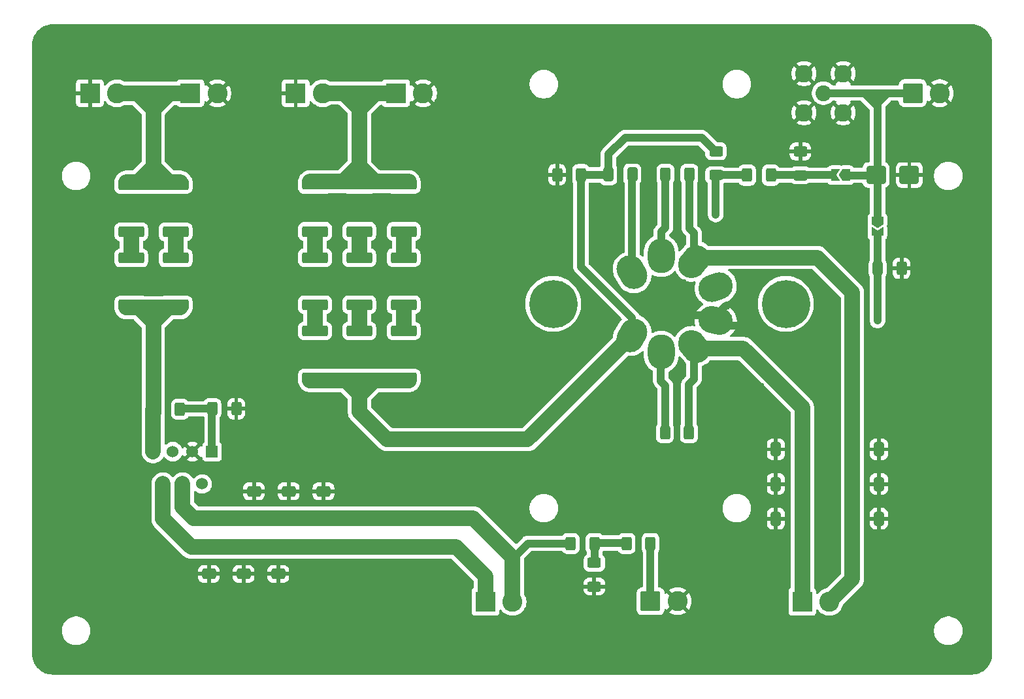
<source format=gtl>
G04 #@! TF.GenerationSoftware,KiCad,Pcbnew,9.0.0*
G04 #@! TF.CreationDate,2025-03-21T23:08:49+01:00*
G04 #@! TF.ProjectId,QCMAmp,51434d41-6d70-42e6-9b69-6361645f7063,rev?*
G04 #@! TF.SameCoordinates,Original*
G04 #@! TF.FileFunction,Copper,L1,Top*
G04 #@! TF.FilePolarity,Positive*
%FSLAX46Y46*%
G04 Gerber Fmt 4.6, Leading zero omitted, Abs format (unit mm)*
G04 Created by KiCad (PCBNEW 9.0.0) date 2025-03-21 23:08:49*
%MOMM*%
%LPD*%
G01*
G04 APERTURE LIST*
G04 Aperture macros list*
%AMRoundRect*
0 Rectangle with rounded corners*
0 $1 Rounding radius*
0 $2 $3 $4 $5 $6 $7 $8 $9 X,Y pos of 4 corners*
0 Add a 4 corners polygon primitive as box body*
4,1,4,$2,$3,$4,$5,$6,$7,$8,$9,$2,$3,0*
0 Add four circle primitives for the rounded corners*
1,1,$1+$1,$2,$3*
1,1,$1+$1,$4,$5*
1,1,$1+$1,$6,$7*
1,1,$1+$1,$8,$9*
0 Add four rect primitives between the rounded corners*
20,1,$1+$1,$2,$3,$4,$5,0*
20,1,$1+$1,$4,$5,$6,$7,0*
20,1,$1+$1,$6,$7,$8,$9,0*
20,1,$1+$1,$8,$9,$2,$3,0*%
%AMHorizOval*
0 Thick line with rounded ends*
0 $1 width*
0 $2 $3 position (X,Y) of the first rounded end (center of the circle)*
0 $4 $5 position (X,Y) of the second rounded end (center of the circle)*
0 Add line between two ends*
20,1,$1,$2,$3,$4,$5,0*
0 Add two circle primitives to create the rounded ends*
1,1,$1,$2,$3*
1,1,$1,$4,$5*%
%AMFreePoly0*
4,1,6,1.000000,0.000000,0.500000,-0.750000,-0.500000,-0.750000,-0.500000,0.750000,0.500000,0.750000,1.000000,0.000000,1.000000,0.000000,$1*%
%AMFreePoly1*
4,1,6,0.500000,-0.750000,-0.650000,-0.750000,-0.150000,0.000000,-0.650000,0.750000,0.500000,0.750000,0.500000,-0.750000,0.500000,-0.750000,$1*%
G04 Aperture macros list end*
G04 #@! TA.AperFunction,ComponentPad*
%ADD10R,1.524000X1.524000*%
G04 #@! TD*
G04 #@! TA.AperFunction,ComponentPad*
%ADD11C,1.524000*%
G04 #@! TD*
G04 #@! TA.AperFunction,ComponentPad*
%ADD12C,2.050000*%
G04 #@! TD*
G04 #@! TA.AperFunction,ComponentPad*
%ADD13C,2.250000*%
G04 #@! TD*
G04 #@! TA.AperFunction,ComponentPad*
%ADD14C,6.240000*%
G04 #@! TD*
G04 #@! TA.AperFunction,ComponentPad*
%ADD15HorizOval,3.500000X-0.250000X0.433013X0.250000X-0.433013X0*%
G04 #@! TD*
G04 #@! TA.AperFunction,ComponentPad*
%ADD16O,3.500000X4.500000*%
G04 #@! TD*
G04 #@! TA.AperFunction,ComponentPad*
%ADD17HorizOval,3.500000X0.321394X0.383022X-0.321394X-0.383022X0*%
G04 #@! TD*
G04 #@! TA.AperFunction,ComponentPad*
%ADD18HorizOval,3.500000X0.469846X0.171010X-0.469846X-0.171010X0*%
G04 #@! TD*
G04 #@! TA.AperFunction,ComponentPad*
%ADD19HorizOval,3.500000X-0.482963X0.129410X0.482963X-0.129410X0*%
G04 #@! TD*
G04 #@! TA.AperFunction,ComponentPad*
%ADD20HorizOval,3.500000X-0.321394X0.383022X0.321394X-0.383022X0*%
G04 #@! TD*
G04 #@! TA.AperFunction,ComponentPad*
%ADD21HorizOval,3.500000X0.250000X0.433013X-0.250000X-0.433013X0*%
G04 #@! TD*
G04 #@! TA.AperFunction,SMDPad,CuDef*
%ADD22FreePoly0,270.000000*%
G04 #@! TD*
G04 #@! TA.AperFunction,SMDPad,CuDef*
%ADD23FreePoly1,270.000000*%
G04 #@! TD*
G04 #@! TA.AperFunction,SMDPad,CuDef*
%ADD24RoundRect,0.250000X0.400000X0.625000X-0.400000X0.625000X-0.400000X-0.625000X0.400000X-0.625000X0*%
G04 #@! TD*
G04 #@! TA.AperFunction,SMDPad,CuDef*
%ADD25RoundRect,0.250000X-1.000000X-0.900000X1.000000X-0.900000X1.000000X0.900000X-1.000000X0.900000X0*%
G04 #@! TD*
G04 #@! TA.AperFunction,SMDPad,CuDef*
%ADD26RoundRect,0.250000X0.625000X-0.400000X0.625000X0.400000X-0.625000X0.400000X-0.625000X-0.400000X0*%
G04 #@! TD*
G04 #@! TA.AperFunction,SMDPad,CuDef*
%ADD27RoundRect,0.250000X-0.400000X-0.625000X0.400000X-0.625000X0.400000X0.625000X-0.400000X0.625000X0*%
G04 #@! TD*
G04 #@! TA.AperFunction,ComponentPad*
%ADD28C,2.600000*%
G04 #@! TD*
G04 #@! TA.AperFunction,ComponentPad*
%ADD29RoundRect,0.250000X-1.050000X-1.050000X1.050000X-1.050000X1.050000X1.050000X-1.050000X1.050000X0*%
G04 #@! TD*
G04 #@! TA.AperFunction,SMDPad,CuDef*
%ADD30RoundRect,0.249999X-1.425001X0.450001X-1.425001X-0.450001X1.425001X-0.450001X1.425001X0.450001X0*%
G04 #@! TD*
G04 #@! TA.AperFunction,SMDPad,CuDef*
%ADD31RoundRect,0.250000X0.650000X-0.412500X0.650000X0.412500X-0.650000X0.412500X-0.650000X-0.412500X0*%
G04 #@! TD*
G04 #@! TA.AperFunction,ComponentPad*
%ADD32R,2.600000X2.600000*%
G04 #@! TD*
G04 #@! TA.AperFunction,SMDPad,CuDef*
%ADD33RoundRect,0.250000X-0.412500X-0.650000X0.412500X-0.650000X0.412500X0.650000X-0.412500X0.650000X0*%
G04 #@! TD*
G04 #@! TA.AperFunction,SMDPad,CuDef*
%ADD34RoundRect,0.250000X0.412500X0.650000X-0.412500X0.650000X-0.412500X-0.650000X0.412500X-0.650000X0*%
G04 #@! TD*
G04 #@! TA.AperFunction,SMDPad,CuDef*
%ADD35RoundRect,0.250000X-0.650000X0.412500X-0.650000X-0.412500X0.650000X-0.412500X0.650000X0.412500X0*%
G04 #@! TD*
G04 #@! TA.AperFunction,SMDPad,CuDef*
%ADD36RoundRect,0.250000X-0.625000X0.400000X-0.625000X-0.400000X0.625000X-0.400000X0.625000X0.400000X0*%
G04 #@! TD*
G04 #@! TA.AperFunction,SMDPad,CuDef*
%ADD37FreePoly0,180.000000*%
G04 #@! TD*
G04 #@! TA.AperFunction,SMDPad,CuDef*
%ADD38FreePoly1,180.000000*%
G04 #@! TD*
G04 #@! TA.AperFunction,ViaPad*
%ADD39C,0.600000*%
G04 #@! TD*
G04 #@! TA.AperFunction,ViaPad*
%ADD40C,1.000000*%
G04 #@! TD*
G04 #@! TA.AperFunction,Conductor*
%ADD41C,1.000000*%
G04 #@! TD*
G04 #@! TA.AperFunction,Conductor*
%ADD42C,2.000000*%
G04 #@! TD*
G04 #@! TA.AperFunction,Conductor*
%ADD43C,0.250000*%
G04 #@! TD*
G04 #@! TA.AperFunction,Conductor*
%ADD44C,0.200000*%
G04 #@! TD*
G04 APERTURE END LIST*
D10*
X96010000Y-98669500D03*
D11*
X94740000Y-102860500D03*
X93470000Y-98669500D03*
X92200000Y-102860500D03*
X90930000Y-98669500D03*
X89660000Y-102860500D03*
X88390000Y-98669500D03*
D12*
X175240000Y-52167500D03*
D13*
X172700000Y-49627500D03*
X172700000Y-54707500D03*
X177780000Y-49627500D03*
X177780000Y-54707500D03*
D14*
X170370000Y-79500000D03*
X140230000Y-79500000D03*
D15*
X150440000Y-75420000D03*
D16*
X154200000Y-73250000D03*
D17*
X158480000Y-74000000D03*
D18*
X161270000Y-77330000D03*
D19*
X161270000Y-81670000D03*
D20*
X158480000Y-85000000D03*
D16*
X154200000Y-85750000D03*
D21*
X150440000Y-83580000D03*
D22*
X182225000Y-68725000D03*
D23*
X182225000Y-70175000D03*
D24*
X185350000Y-74900000D03*
X182250000Y-74900000D03*
D25*
X182050000Y-62775000D03*
X186350000Y-62775000D03*
D24*
X142470000Y-110590000D03*
X145570000Y-110590000D03*
D26*
X145540000Y-113070000D03*
X145540000Y-116170000D03*
D27*
X152820000Y-110590000D03*
X149720000Y-110590000D03*
D28*
X156325000Y-118075000D03*
D29*
X152825000Y-118075000D03*
D27*
X154750000Y-62700000D03*
X157850000Y-62700000D03*
D30*
X85550000Y-73550000D03*
X85550000Y-79650000D03*
X120850000Y-73500000D03*
X120850000Y-79600000D03*
D31*
X104600000Y-114537500D03*
X104600000Y-111412500D03*
D30*
X115100000Y-73500000D03*
X115100000Y-79600000D03*
D32*
X80200000Y-52175000D03*
D28*
X83700000Y-52175000D03*
D24*
X99150000Y-93110500D03*
X96050000Y-93110500D03*
D33*
X169062500Y-102875000D03*
X172187500Y-102875000D03*
X169062500Y-107375000D03*
X172187500Y-107375000D03*
D30*
X85550000Y-64050000D03*
X85550000Y-70150000D03*
X109350000Y-73500000D03*
X109350000Y-79600000D03*
X109350000Y-64000000D03*
X109350000Y-70100000D03*
X120850000Y-64000000D03*
X120850000Y-70100000D03*
D32*
X172500000Y-118145000D03*
D28*
X176000000Y-118145000D03*
D34*
X182412500Y-98375000D03*
X179287500Y-98375000D03*
D32*
X119850000Y-52170000D03*
D28*
X123350000Y-52170000D03*
D30*
X91300000Y-64050000D03*
X91300000Y-70150000D03*
D24*
X91850000Y-93169500D03*
X88750000Y-93169500D03*
D33*
X147337500Y-62700000D03*
X150462500Y-62700000D03*
D24*
X143825000Y-62750000D03*
X140725000Y-62750000D03*
D30*
X115100000Y-64000000D03*
X115100000Y-70100000D03*
D32*
X131450000Y-118145000D03*
D28*
X134950000Y-118145000D03*
D35*
X110450000Y-103812500D03*
X110450000Y-106937500D03*
D34*
X182412500Y-107375000D03*
X179287500Y-107375000D03*
D35*
X105950000Y-103812500D03*
X105950000Y-106937500D03*
X101450000Y-103812500D03*
X101450000Y-106937500D03*
D27*
X165325000Y-62800000D03*
X168425000Y-62800000D03*
D32*
X106850000Y-52170000D03*
D28*
X110350000Y-52170000D03*
D36*
X172225000Y-59725000D03*
X172225000Y-62825000D03*
D31*
X100100000Y-114537500D03*
X100100000Y-111412500D03*
X95600000Y-114537500D03*
X95600000Y-111412500D03*
D27*
X154700000Y-96200000D03*
X157800000Y-96200000D03*
D37*
X178175000Y-62800000D03*
D38*
X176725000Y-62800000D03*
D34*
X182412500Y-102875000D03*
X179287500Y-102875000D03*
D33*
X169062500Y-98375000D03*
X172187500Y-98375000D03*
D30*
X120850000Y-83000000D03*
X120850000Y-89100000D03*
X115100000Y-83000000D03*
X115100000Y-89100000D03*
X109350000Y-83000000D03*
X109350000Y-89100000D03*
X91300000Y-73550000D03*
X91300000Y-79650000D03*
D36*
X161300000Y-59700000D03*
X161300000Y-62800000D03*
D28*
X190292500Y-52167500D03*
D29*
X186792500Y-52167500D03*
D32*
X93200000Y-52175000D03*
D28*
X96700000Y-52175000D03*
D39*
X148740000Y-115080000D03*
X144740000Y-107630000D03*
X154970000Y-111670000D03*
X137850000Y-108420000D03*
X159100000Y-103100000D03*
X138100000Y-103100000D03*
X117100000Y-103100000D03*
X134600000Y-103100000D03*
X103675000Y-103100000D03*
X152100000Y-103100000D03*
X166100000Y-103100000D03*
X124100000Y-103100000D03*
X108200000Y-103100000D03*
X127600000Y-103100000D03*
X141600000Y-103100000D03*
X148600000Y-103100000D03*
X145100000Y-103100000D03*
X120600000Y-103100000D03*
X162600000Y-103100000D03*
X131100000Y-103100000D03*
X113600000Y-103100000D03*
X155600000Y-103100000D03*
X99025000Y-103100000D03*
X162050000Y-88100000D03*
X180075000Y-57975000D03*
X78500000Y-58275000D03*
X83900000Y-121100000D03*
X80100000Y-117800000D03*
X180700000Y-79075000D03*
X180800000Y-81725000D03*
X180825000Y-83950000D03*
X180825000Y-86075000D03*
X179750000Y-75000000D03*
X181675000Y-94525000D03*
X181725000Y-91075000D03*
X175275000Y-85925000D03*
X172125000Y-87025000D03*
X175000000Y-90425000D03*
X190150000Y-93175000D03*
X190150000Y-96675000D03*
X190150000Y-100175000D03*
X190425000Y-104175000D03*
X190125000Y-89575000D03*
X190125000Y-82575000D03*
X190125000Y-86075000D03*
X190425000Y-114675000D03*
X190425000Y-111175000D03*
X190425000Y-107675000D03*
X181225000Y-121725000D03*
X185000000Y-115325000D03*
X185000000Y-122325000D03*
X185000000Y-118825000D03*
X181600000Y-111050000D03*
X181600000Y-118050000D03*
X181600000Y-114550000D03*
X176900000Y-99075000D03*
X176900000Y-102575000D03*
X174625000Y-97950000D03*
X174625000Y-101450000D03*
X176900000Y-106075000D03*
X176900000Y-113075000D03*
X176900000Y-109575000D03*
X174625000Y-104950000D03*
X174625000Y-111950000D03*
X174625000Y-108450000D03*
X185200000Y-80800000D03*
X185200000Y-84300000D03*
D40*
X182237500Y-80425000D03*
D39*
X193900000Y-45900000D03*
X195250000Y-51000000D03*
X195250000Y-47500000D03*
X195250000Y-54500000D03*
X195150000Y-60725000D03*
X195150000Y-57225000D03*
X195150000Y-64225000D03*
X188100000Y-59050000D03*
X191700000Y-67450000D03*
X191650000Y-74000000D03*
X191650000Y-70500000D03*
X191650000Y-77500000D03*
X194700000Y-84225000D03*
X194700000Y-80725000D03*
X194700000Y-87725000D03*
X182375000Y-49600000D03*
X194600000Y-102850000D03*
X194600000Y-95850000D03*
X194600000Y-92350000D03*
X194600000Y-99350000D03*
X195200000Y-121500000D03*
X161100000Y-122500000D03*
X162600000Y-120000000D03*
X160700000Y-117800000D03*
X162200000Y-114900000D03*
X165700000Y-114900000D03*
X150030000Y-112470000D03*
X157700000Y-111800000D03*
X151750000Y-107900000D03*
X155250000Y-107900000D03*
X154900000Y-59500000D03*
X159000000Y-59600000D03*
X150800000Y-59500000D03*
X152500000Y-60900000D03*
X112600000Y-105300000D03*
X177600000Y-64500000D03*
X170800000Y-64400000D03*
X102200000Y-65500000D03*
X151500000Y-86800000D03*
X75400000Y-84400000D03*
X127700000Y-94600000D03*
X136400000Y-105400000D03*
X167300000Y-64400000D03*
X115640000Y-86050000D03*
X183900000Y-124900000D03*
X188300000Y-66400000D03*
X133200000Y-52300000D03*
X85500000Y-117200000D03*
X113900000Y-124900000D03*
X159400000Y-124900000D03*
X164500000Y-76200000D03*
X102200000Y-72500000D03*
X99000000Y-78600000D03*
X81300000Y-71000000D03*
X142200000Y-56400000D03*
X75400000Y-101900000D03*
X133200000Y-55800000D03*
X99000000Y-75100000D03*
X157200000Y-76600000D03*
X152400000Y-124900000D03*
X140100000Y-122500000D03*
X75400000Y-119400000D03*
X134400000Y-45900000D03*
X126600000Y-105300000D03*
X185200000Y-91300000D03*
X184800000Y-66400000D03*
X137200000Y-74100000D03*
X108640000Y-76550000D03*
X148600000Y-99500000D03*
X75400000Y-87900000D03*
X146200000Y-68900000D03*
X99000000Y-85600000D03*
X160900000Y-105400000D03*
X133200000Y-87300000D03*
X156400000Y-67600000D03*
X127400000Y-45900000D03*
X119140000Y-76550000D03*
X116100000Y-105300000D03*
X112900000Y-113900000D03*
X88900000Y-45900000D03*
X164300000Y-79300000D03*
X125200000Y-90600000D03*
X126900000Y-120900000D03*
X188400000Y-76000000D03*
X125200000Y-88000000D03*
X157400000Y-105400000D03*
X133200000Y-91000000D03*
X137900000Y-45900000D03*
X117400000Y-124900000D03*
X148900000Y-124900000D03*
X148700000Y-96700000D03*
X169400000Y-45900000D03*
X84900000Y-76700000D03*
X108400000Y-93500000D03*
X167700000Y-117800000D03*
X81300000Y-60500000D03*
X137200000Y-63600000D03*
X148500000Y-68900000D03*
X195200000Y-111000000D03*
X179900000Y-45900000D03*
X147860000Y-112470000D03*
X87400000Y-121100000D03*
X99000000Y-82100000D03*
X81900000Y-45900000D03*
X166100000Y-99500000D03*
X131200000Y-94600000D03*
X162700000Y-108500000D03*
X80100000Y-107300000D03*
X75400000Y-77400000D03*
X195100000Y-74800000D03*
X170600000Y-68000000D03*
X125200000Y-92700000D03*
X152100000Y-55600000D03*
X99000000Y-61100000D03*
X112140000Y-76550000D03*
X99000000Y-68100000D03*
X186900000Y-45900000D03*
X165000000Y-92900000D03*
X163800000Y-67800000D03*
X80100000Y-103800000D03*
X134900000Y-124900000D03*
X104900000Y-93500000D03*
X168200000Y-111800000D03*
X159100000Y-99500000D03*
X148325000Y-107925000D03*
X122340000Y-86050000D03*
X153900000Y-105400000D03*
X159100000Y-55600000D03*
X169100000Y-52500000D03*
X92900000Y-124900000D03*
X148400000Y-45900000D03*
X129100000Y-50500000D03*
X164600000Y-122500000D03*
X168500000Y-92900000D03*
X141150000Y-112260000D03*
X75400000Y-63400000D03*
X125200000Y-63500000D03*
X130400000Y-105300000D03*
X81300000Y-81500000D03*
X138500000Y-120700000D03*
X133200000Y-62800000D03*
X80100000Y-114300000D03*
X116900000Y-45900000D03*
X104900000Y-91000000D03*
X167400000Y-49100000D03*
X95800000Y-73900000D03*
X123400000Y-113900000D03*
X126900000Y-49200000D03*
X89400000Y-124900000D03*
X84900000Y-67100000D03*
X78400000Y-83000000D03*
X102200000Y-83000000D03*
X131400000Y-124900000D03*
X159600000Y-63300000D03*
X156600000Y-70900000D03*
X75400000Y-52900000D03*
X159200000Y-108500000D03*
X153400000Y-49100000D03*
X88400000Y-67100000D03*
X91000000Y-95900000D03*
X75400000Y-70400000D03*
X95800000Y-80900000D03*
X123100000Y-105300000D03*
X100500000Y-49000000D03*
X125200000Y-84500000D03*
X117100000Y-99500000D03*
X108900000Y-96900000D03*
X75400000Y-73900000D03*
X147100000Y-122500000D03*
X141400000Y-72400000D03*
X102200000Y-79500000D03*
X125200000Y-77500000D03*
X84700000Y-94700000D03*
X185200000Y-98300000D03*
X75400000Y-105400000D03*
X146300000Y-79900000D03*
X129100000Y-92200000D03*
X138400000Y-124900000D03*
X174100000Y-64400000D03*
X84200000Y-59025000D03*
X75400000Y-94900000D03*
X194400000Y-124900000D03*
X115640000Y-66900000D03*
X75400000Y-115900000D03*
X151500000Y-93800000D03*
X89000000Y-117200000D03*
X145000000Y-92700000D03*
X84700000Y-98200000D03*
X106900000Y-117100000D03*
X155600000Y-99500000D03*
X104900000Y-84500000D03*
X162600000Y-99500000D03*
X141400000Y-68900000D03*
X176400000Y-45900000D03*
X134700000Y-94600000D03*
X100500000Y-52500000D03*
X78400000Y-79500000D03*
X137200000Y-56600000D03*
X156900000Y-49100000D03*
X168100000Y-59400000D03*
X96400000Y-124900000D03*
X143200000Y-117800000D03*
X169200000Y-114900000D03*
X138000000Y-92000000D03*
X120900000Y-124900000D03*
X146100000Y-84600000D03*
X174475000Y-59400000D03*
X88300000Y-110400000D03*
X101600000Y-91300000D03*
X138100000Y-99500000D03*
X119900000Y-113900000D03*
X95800000Y-66900000D03*
X99900000Y-124900000D03*
X122400000Y-121100000D03*
X137200000Y-60100000D03*
X191250000Y-57850000D03*
X104900000Y-63500000D03*
X129100000Y-85500000D03*
X80100000Y-93300000D03*
X106400000Y-45900000D03*
X91700000Y-90100000D03*
X141900000Y-124900000D03*
X108640000Y-86050000D03*
X162400000Y-45900000D03*
X104900000Y-121100000D03*
X170325000Y-49125000D03*
X84700000Y-91200000D03*
X95500000Y-87500000D03*
X109900000Y-45900000D03*
X147100000Y-90500000D03*
X129100000Y-57500000D03*
X137200000Y-70600000D03*
X159500000Y-68800000D03*
X127600000Y-99500000D03*
X148600000Y-120000000D03*
X150400000Y-105400000D03*
X143300000Y-87100000D03*
X166400000Y-124900000D03*
X138800000Y-86600000D03*
X111900000Y-121100000D03*
X148100000Y-52500000D03*
X125200000Y-60000000D03*
X104900000Y-60000000D03*
X155900000Y-124900000D03*
X140300000Y-59400000D03*
X78900000Y-124900000D03*
X195100000Y-67800000D03*
X129100000Y-61000000D03*
X130900000Y-45900000D03*
X105400000Y-96900000D03*
X102000000Y-94400000D03*
X173400000Y-124900000D03*
X153900000Y-81700000D03*
X138500000Y-113700000D03*
X99600000Y-99500000D03*
X141400000Y-65400000D03*
X84700000Y-87700000D03*
X97900000Y-121100000D03*
X133200000Y-73300000D03*
X106900000Y-124900000D03*
X115640000Y-76550000D03*
X157300000Y-81600000D03*
X195200000Y-118000000D03*
X174100000Y-68000000D03*
X152200000Y-70520000D03*
X148700000Y-55700000D03*
X162500000Y-56600000D03*
X78400000Y-76000000D03*
X144600000Y-54500000D03*
X133100000Y-106600000D03*
X96000000Y-117200000D03*
X91900000Y-76700000D03*
X95800000Y-77400000D03*
X120600000Y-99500000D03*
X180150000Y-66300000D03*
X168700000Y-56500000D03*
X148500000Y-65400000D03*
X146200000Y-65400000D03*
X165900000Y-45900000D03*
X110400000Y-117100000D03*
X93400000Y-95900000D03*
X141600000Y-99500000D03*
X108640000Y-66900000D03*
X86300000Y-113300000D03*
X149900000Y-49100000D03*
X141700000Y-107800000D03*
X75400000Y-59900000D03*
X126900000Y-52700000D03*
X180400000Y-124900000D03*
X125200000Y-70500000D03*
X104900000Y-67000000D03*
X112140000Y-86050000D03*
X99000000Y-71600000D03*
X103400000Y-52500000D03*
X151500000Y-97300000D03*
X101300000Y-97225000D03*
X185200000Y-108800000D03*
X78400000Y-69000000D03*
X104900000Y-74000000D03*
X92500000Y-117200000D03*
X129100000Y-71500000D03*
X75400000Y-122300000D03*
X80100000Y-86300000D03*
X177600000Y-68000000D03*
X75400000Y-124900000D03*
X159400000Y-66000000D03*
X90900000Y-100700000D03*
X133200000Y-66300000D03*
X85400000Y-45900000D03*
X81300000Y-64000000D03*
X188400000Y-72500000D03*
X160300000Y-97700000D03*
X176900000Y-124900000D03*
X167600000Y-82900000D03*
X102200000Y-62000000D03*
X81300000Y-74500000D03*
X144900000Y-45900000D03*
X134600000Y-99500000D03*
X185200000Y-87800000D03*
X119600000Y-105300000D03*
X151500000Y-90300000D03*
X80100000Y-89800000D03*
X152500000Y-64400000D03*
X129100000Y-82000000D03*
X145100000Y-99500000D03*
X172900000Y-45900000D03*
X109400000Y-113900000D03*
X119140000Y-66900000D03*
X129100000Y-78500000D03*
X99500000Y-117200000D03*
X90900000Y-121100000D03*
X154400000Y-76600000D03*
X94850000Y-59725000D03*
X143480000Y-114750000D03*
X92400000Y-45900000D03*
X122500000Y-117300000D03*
X166200000Y-95800000D03*
X82400000Y-124900000D03*
X155600000Y-55600000D03*
X185200000Y-112300000D03*
X135300000Y-108600000D03*
X152100000Y-99500000D03*
X103400000Y-124900000D03*
X104900000Y-70500000D03*
X145300000Y-96400000D03*
X91700000Y-83100000D03*
X75400000Y-112400000D03*
X146700000Y-117800000D03*
X78400000Y-45900000D03*
X116400000Y-113900000D03*
X165200000Y-56500000D03*
X141400000Y-45900000D03*
X129100000Y-54000000D03*
X178200000Y-59700000D03*
X195200000Y-107500000D03*
X148500000Y-72400000D03*
X171200000Y-71400000D03*
X111900000Y-95000000D03*
X115400000Y-121100000D03*
X131100000Y-99500000D03*
X160300000Y-94200000D03*
X113600000Y-99500000D03*
X183400000Y-45900000D03*
X123900000Y-45900000D03*
X100500000Y-56000000D03*
X164200000Y-117800000D03*
X167700000Y-71400000D03*
X185200000Y-94800000D03*
X122340000Y-66900000D03*
X195100000Y-71300000D03*
X84700000Y-101700000D03*
X84700000Y-105200000D03*
X103400000Y-56000000D03*
X81300000Y-78000000D03*
X75400000Y-66900000D03*
X98700000Y-90100000D03*
X93600000Y-100700000D03*
X121700000Y-92700000D03*
X133200000Y-80300000D03*
X151900000Y-45900000D03*
X185100000Y-58900000D03*
X113400000Y-45900000D03*
X133200000Y-59300000D03*
X127900000Y-124900000D03*
X119000000Y-117300000D03*
X91900000Y-67100000D03*
X141200000Y-114900000D03*
X133200000Y-83800000D03*
X188400000Y-69000000D03*
X102200000Y-69000000D03*
X80100000Y-100300000D03*
X114300000Y-97100000D03*
X146200000Y-72400000D03*
X146300000Y-57600000D03*
X95800000Y-84400000D03*
X85900000Y-124900000D03*
X144200000Y-59200000D03*
X162700000Y-95800000D03*
X75400000Y-56400000D03*
X136000000Y-89100000D03*
X102200000Y-86500000D03*
X119140000Y-86050000D03*
X75400000Y-45900000D03*
X174600000Y-82700000D03*
X84700000Y-84200000D03*
X143400000Y-105400000D03*
X126900000Y-113900000D03*
X169900000Y-124900000D03*
X187400000Y-124900000D03*
X120700000Y-94600000D03*
X161200000Y-111800000D03*
X94400000Y-121100000D03*
X142800000Y-94900000D03*
X124200000Y-94600000D03*
X125200000Y-67000000D03*
X143600000Y-122500000D03*
X102200000Y-76000000D03*
X99400000Y-45900000D03*
X102900000Y-45900000D03*
X151600000Y-52500000D03*
X91700000Y-86600000D03*
X185200000Y-105300000D03*
X124400000Y-124900000D03*
X160400000Y-49100000D03*
X103100000Y-99500000D03*
X108400000Y-121100000D03*
X174700000Y-71400000D03*
X190400000Y-45900000D03*
X137200000Y-67100000D03*
X80100000Y-110800000D03*
X75400000Y-91400000D03*
X86500000Y-107600000D03*
X185200000Y-101800000D03*
X125200000Y-74000000D03*
X155400000Y-45900000D03*
X138500000Y-117200000D03*
X95900000Y-45900000D03*
X99225000Y-95825000D03*
X165025000Y-82550000D03*
X145100000Y-120000000D03*
X113900000Y-117100000D03*
X75400000Y-80900000D03*
X152500000Y-67900000D03*
X110100000Y-99500000D03*
X95800000Y-63400000D03*
X104900000Y-77500000D03*
X162900000Y-124900000D03*
X152600000Y-78700000D03*
X157700000Y-79000000D03*
X158900000Y-45900000D03*
X129100000Y-89000000D03*
X168100000Y-122500000D03*
X129100000Y-64500000D03*
X112140000Y-66900000D03*
X163800000Y-64400000D03*
X80100000Y-96800000D03*
X90500000Y-112400000D03*
X185175000Y-77600000D03*
X104900000Y-81000000D03*
X98550000Y-105150000D03*
X75400000Y-108900000D03*
X99000000Y-64600000D03*
X129100000Y-68000000D03*
X166100000Y-120000000D03*
X122340000Y-76550000D03*
X124100000Y-99500000D03*
X118900000Y-121100000D03*
X129100000Y-75000000D03*
X81300000Y-67500000D03*
X149100000Y-88200000D03*
X195200000Y-114500000D03*
X179500000Y-71400000D03*
X167100000Y-68000000D03*
X133200000Y-69800000D03*
X103400000Y-117100000D03*
X101400000Y-121100000D03*
X126900000Y-56200000D03*
X106600000Y-99500000D03*
X78400000Y-72500000D03*
X141600000Y-120000000D03*
X104900000Y-88000000D03*
X190900000Y-124900000D03*
X143990000Y-111980000D03*
X133200000Y-76800000D03*
X146900000Y-105400000D03*
X133200000Y-48800000D03*
X120400000Y-45900000D03*
X147500000Y-94000000D03*
X95800000Y-70400000D03*
X158600000Y-52500000D03*
X103400000Y-49000000D03*
X88400000Y-76700000D03*
X84100000Y-111300000D03*
X140800000Y-89500000D03*
X146400000Y-49100000D03*
X75400000Y-49400000D03*
X95200000Y-90100000D03*
X166200000Y-108500000D03*
X155100000Y-52500000D03*
X108400000Y-60000000D03*
X160300000Y-90700000D03*
X164700000Y-111800000D03*
X164600000Y-59400000D03*
X167300000Y-90000000D03*
X110400000Y-124900000D03*
X75400000Y-98400000D03*
X125200000Y-81000000D03*
X121700000Y-60000000D03*
X140500000Y-97300000D03*
X185200000Y-71700000D03*
X126900000Y-117400000D03*
X145400000Y-124900000D03*
X164200000Y-71400000D03*
D40*
X182237500Y-81662500D03*
X161270000Y-67930000D03*
X161270000Y-66330000D03*
X161270000Y-64830000D03*
D41*
X175257500Y-52150000D02*
X186575000Y-52150000D01*
X175240000Y-52167500D02*
X175257500Y-52150000D01*
D42*
X172500000Y-92950000D02*
X172500000Y-118145000D01*
X158760000Y-85280000D02*
X164830000Y-85280000D01*
X158480000Y-85000000D02*
X158760000Y-85280000D01*
X164830000Y-85280000D02*
X172500000Y-92950000D01*
D41*
X152825000Y-110595000D02*
X152825000Y-118075000D01*
X152820000Y-110590000D02*
X152825000Y-110595000D01*
X145570000Y-112920000D02*
X145650000Y-113000000D01*
X149650000Y-110530000D02*
X145570000Y-110530000D01*
X149770000Y-110650000D02*
X149650000Y-110530000D01*
X145570000Y-110530000D02*
X145570000Y-112920000D01*
X135170000Y-112350000D02*
X134950000Y-112350000D01*
X136940000Y-110580000D02*
X135170000Y-112350000D01*
X142170000Y-110580000D02*
X136940000Y-110580000D01*
X142230000Y-110640000D02*
X142170000Y-110580000D01*
X142460000Y-110640000D02*
X142230000Y-110640000D01*
X159345000Y-80975000D02*
X158000000Y-80975000D01*
D43*
X163049207Y-79801548D02*
X162836707Y-80014048D01*
D41*
X161987500Y-82325000D02*
X164862500Y-82325000D01*
X161270000Y-81055000D02*
X162525000Y-79800000D01*
X150440000Y-81340000D02*
X143825000Y-74725000D01*
X150440000Y-83580000D02*
X150440000Y-81340000D01*
X143825000Y-74725000D02*
X143825000Y-62750000D01*
X182225000Y-53832500D02*
X182225000Y-68550000D01*
X182225000Y-68550000D02*
X182050000Y-68725000D01*
X182042500Y-53650000D02*
X182225000Y-53832500D01*
X182225000Y-74875000D02*
X182200000Y-74900000D01*
X182225000Y-70550000D02*
X182225000Y-74875000D01*
X182237500Y-74937500D02*
X182237500Y-81662500D01*
X182200000Y-74900000D02*
X182237500Y-74937500D01*
X182200000Y-74900000D02*
X182250000Y-74950000D01*
X182025000Y-53650000D02*
X180742500Y-52367500D01*
X182042500Y-52367500D02*
X182042500Y-53650000D01*
X182042500Y-53650000D02*
X183325000Y-52367500D01*
X158450000Y-85030000D02*
X158480000Y-85000000D01*
X158450000Y-89300000D02*
X158450000Y-85030000D01*
X157800000Y-96200000D02*
X157800000Y-89950000D01*
X157800000Y-89950000D02*
X158450000Y-89300000D01*
X178200000Y-62825000D02*
X178175000Y-62800000D01*
X182400000Y-62825000D02*
X178200000Y-62825000D01*
X182450000Y-62775000D02*
X182400000Y-62825000D01*
X176350000Y-62800000D02*
X168425000Y-62800000D01*
D42*
X178975000Y-78025000D02*
X178975000Y-115170000D01*
X158980000Y-73500000D02*
X174450000Y-73500000D01*
X174450000Y-73500000D02*
X178975000Y-78025000D01*
X178975000Y-115170000D02*
X176000000Y-118145000D01*
X158480000Y-74000000D02*
X158980000Y-73500000D01*
D41*
X161300000Y-62800000D02*
X165325000Y-62800000D01*
X161270000Y-62830000D02*
X161300000Y-62800000D01*
X161270000Y-66330000D02*
X161270000Y-62830000D01*
X159450000Y-57925000D02*
X161225000Y-59700000D01*
X149525000Y-57925000D02*
X159450000Y-57925000D01*
X147350000Y-62750000D02*
X147350000Y-60100000D01*
X161225000Y-59700000D02*
X161300000Y-59700000D01*
X143825000Y-62750000D02*
X147350000Y-62750000D01*
X147350000Y-60100000D02*
X149525000Y-57925000D01*
X154200000Y-70150000D02*
X154200000Y-73250000D01*
X154750000Y-69600000D02*
X154200000Y-70150000D01*
X154750000Y-62700000D02*
X154750000Y-69600000D01*
X158450000Y-73970000D02*
X158480000Y-74000000D01*
X158450000Y-70300000D02*
X158450000Y-73970000D01*
X157870000Y-69720000D02*
X158450000Y-70300000D01*
X157850000Y-62700000D02*
X157870000Y-62720000D01*
X157870000Y-62720000D02*
X157870000Y-69720000D01*
X150440000Y-62722500D02*
X150462500Y-62700000D01*
X150440000Y-75420000D02*
X150440000Y-62722500D01*
D42*
X115100000Y-54300000D02*
X115100000Y-54170000D01*
X113000000Y-63650000D02*
X117100000Y-63650000D01*
X115100000Y-61500000D02*
X115100000Y-54300000D01*
X115100000Y-61600000D02*
X115050000Y-61600000D01*
X115100000Y-54170000D02*
X113100000Y-52170000D01*
X113100000Y-52170000D02*
X110350000Y-52170000D01*
X115100000Y-54270000D02*
X117200000Y-52170000D01*
X115100000Y-54300000D02*
X115100000Y-54270000D01*
X115100000Y-52225000D02*
X115155000Y-52170000D01*
X115100000Y-63500000D02*
X115100000Y-61600000D01*
X115100000Y-52225000D02*
X115045000Y-52170000D01*
X108700000Y-63650000D02*
X113000000Y-63650000D01*
X117100000Y-63650000D02*
X121500000Y-63650000D01*
X117200000Y-52170000D02*
X119850000Y-52170000D01*
X115050000Y-61600000D02*
X117100000Y-63650000D01*
X115050000Y-61600000D02*
X113000000Y-63650000D01*
X115100000Y-54300000D02*
X115100000Y-52225000D01*
X115045000Y-52170000D02*
X113100000Y-52170000D01*
X115155000Y-52170000D02*
X117200000Y-52170000D01*
X134950000Y-118145000D02*
X134950000Y-112350000D01*
X134950000Y-112350000D02*
X129869500Y-107269500D01*
X129869500Y-107269500D02*
X111900000Y-107269500D01*
X92200000Y-102860500D02*
X92200000Y-105900000D01*
X93569500Y-107269500D02*
X113040000Y-107269500D01*
X92200000Y-105900000D02*
X93569500Y-107269500D01*
X109350000Y-80400000D02*
X109350000Y-82200000D01*
X109350000Y-70900000D02*
X109350000Y-72700000D01*
X115100000Y-80400000D02*
X115100000Y-82200000D01*
X115100000Y-70900000D02*
X115100000Y-72700000D01*
X120850000Y-80400000D02*
X120850000Y-82200000D01*
X120850000Y-70900000D02*
X120850000Y-72700000D01*
D41*
X96010000Y-98579500D02*
X96010000Y-93350500D01*
X95920000Y-98669500D02*
X96010000Y-98579500D01*
X96010000Y-93350500D02*
X95920000Y-93260500D01*
X91990000Y-93169500D02*
X92049000Y-93110500D01*
X92049000Y-93110500D02*
X95770000Y-93110500D01*
D42*
X84900000Y-63700000D02*
X86500000Y-63700000D01*
X88400000Y-54275000D02*
X86300000Y-52175000D01*
X88400000Y-54275000D02*
X88400000Y-61600000D01*
X90400000Y-63700000D02*
X91900000Y-63700000D01*
X88400000Y-61700000D02*
X90400000Y-63700000D01*
X88400000Y-61700000D02*
X88400000Y-63400000D01*
X86500000Y-63700000D02*
X90400000Y-63700000D01*
X86000000Y-52175000D02*
X88400000Y-52175000D01*
X88400000Y-54275000D02*
X90500000Y-52175000D01*
X88400000Y-61700000D02*
X86500000Y-63600000D01*
X86500000Y-63600000D02*
X86500000Y-63700000D01*
X83700000Y-52175000D02*
X86000000Y-52175000D01*
X85550000Y-72750000D02*
X85550000Y-70950000D01*
X91300000Y-72750000D02*
X91300000Y-70950000D01*
D41*
X161270000Y-66330000D02*
X161270000Y-67930000D01*
D42*
X89661392Y-102861892D02*
X89661392Y-107390892D01*
D44*
X103852500Y-111219500D02*
X104040000Y-111407000D01*
D42*
X131450000Y-118145000D02*
X131450000Y-114850000D01*
X131450000Y-114850000D02*
X127669500Y-111069500D01*
X89661392Y-107390892D02*
X93340000Y-111069500D01*
X93340000Y-111069500D02*
X112940000Y-111069500D01*
X127669500Y-111069500D02*
X112940000Y-111069500D01*
X89660000Y-102860500D02*
X89661392Y-102861892D01*
X113300000Y-89450000D02*
X108700000Y-89450000D01*
X115150000Y-91300000D02*
X117000000Y-89450000D01*
X115100000Y-91300000D02*
X115100000Y-91250000D01*
X150420000Y-83580000D02*
X136900000Y-97100000D01*
X115100000Y-91300000D02*
X115150000Y-91300000D01*
X115100000Y-91250000D02*
X113300000Y-89450000D01*
X118700000Y-97100000D02*
X115100000Y-93500000D01*
X115100000Y-93500000D02*
X115100000Y-91300000D01*
X117000000Y-89450000D02*
X113300000Y-89450000D01*
X150440000Y-83580000D02*
X150420000Y-83580000D01*
X136900000Y-97100000D02*
X118700000Y-97100000D01*
X121500000Y-89450000D02*
X117000000Y-89450000D01*
X115100000Y-91300000D02*
X115100000Y-89450000D01*
X88400000Y-80000000D02*
X88400000Y-81900000D01*
D43*
X88390000Y-93240500D02*
X88520000Y-93110500D01*
D42*
X88400000Y-81900000D02*
X90300000Y-80000000D01*
X84900000Y-80000000D02*
X86400000Y-80000000D01*
X88400000Y-93230500D02*
X88400000Y-81900000D01*
X88390000Y-98669500D02*
X88390000Y-93240500D01*
X88400000Y-80000000D02*
X91900000Y-80000000D01*
X88390000Y-93240500D02*
X88400000Y-93230500D01*
X86400000Y-80000000D02*
X88400000Y-80000000D01*
X88400000Y-81900000D02*
X86500000Y-80000000D01*
X86500000Y-80000000D02*
X86400000Y-80000000D01*
D41*
X154750000Y-96150000D02*
X154700000Y-96200000D01*
X154150000Y-89500000D02*
X154750000Y-90100000D01*
X154200000Y-85750000D02*
X154150000Y-85800000D01*
X154150000Y-85800000D02*
X154150000Y-89500000D01*
X154750000Y-90100000D02*
X154750000Y-96150000D01*
D42*
X87500000Y-52175000D02*
X93200000Y-52175000D01*
G04 #@! TA.AperFunction,Conductor*
G36*
X173844150Y-75020185D02*
G01*
X173864792Y-75036819D01*
X177438181Y-78610208D01*
X177471666Y-78671531D01*
X177474500Y-78697889D01*
X177474500Y-114497110D01*
X177454815Y-114564149D01*
X177438181Y-114584791D01*
X175671042Y-116351929D01*
X175615455Y-116384023D01*
X175420006Y-116436394D01*
X175201954Y-116526714D01*
X175201943Y-116526719D01*
X174997545Y-116644730D01*
X174810302Y-116788406D01*
X174810295Y-116788412D01*
X174643412Y-116955295D01*
X174643406Y-116955302D01*
X174522875Y-117112382D01*
X174466447Y-117153585D01*
X174396701Y-117157740D01*
X174335781Y-117123528D01*
X174303028Y-117061810D01*
X174300499Y-117036896D01*
X174300499Y-116797129D01*
X174300498Y-116797123D01*
X174300497Y-116797116D01*
X174294091Y-116737517D01*
X174289302Y-116724678D01*
X174243797Y-116602671D01*
X174243793Y-116602664D01*
X174157547Y-116487455D01*
X174050188Y-116407085D01*
X174008318Y-116351151D01*
X174000500Y-116307819D01*
X174000500Y-92831902D01*
X173963553Y-92598631D01*
X173910542Y-92435481D01*
X173890568Y-92374008D01*
X173890566Y-92374005D01*
X173890566Y-92374003D01*
X173832478Y-92260000D01*
X173832477Y-92259999D01*
X173783344Y-92163567D01*
X173681134Y-92022889D01*
X173644517Y-91972490D01*
X165807510Y-84135483D01*
X165616434Y-83996657D01*
X165405996Y-83889433D01*
X165181368Y-83816446D01*
X164948097Y-83779500D01*
X164948092Y-83779500D01*
X163233780Y-83779500D01*
X163166741Y-83759815D01*
X163120986Y-83707011D01*
X163111042Y-83637853D01*
X163140067Y-83574297D01*
X163158294Y-83557124D01*
X163239671Y-83494681D01*
X163239678Y-83494675D01*
X163448230Y-83286123D01*
X163448235Y-83286117D01*
X163627783Y-83052126D01*
X163775253Y-82796699D01*
X163775258Y-82796689D01*
X163848553Y-82619739D01*
X162143384Y-82162841D01*
X162156189Y-82143678D01*
X162231571Y-81961689D01*
X162270000Y-81768491D01*
X162270000Y-81679130D01*
X163977961Y-82136776D01*
X164002963Y-81946885D01*
X164002963Y-81651945D01*
X164002961Y-81651928D01*
X163964466Y-81359527D01*
X163964463Y-81359514D01*
X163888127Y-81074621D01*
X163888124Y-81074611D01*
X163775258Y-80802130D01*
X163775253Y-80802119D01*
X163627788Y-80546704D01*
X163627777Y-80546688D01*
X163448234Y-80312701D01*
X163448228Y-80312694D01*
X163239676Y-80104142D01*
X163239670Y-80104137D01*
X163005684Y-79924593D01*
X162750251Y-79777118D01*
X162750242Y-79777114D01*
X162477755Y-79664246D01*
X162258028Y-79605370D01*
X162198368Y-79569005D01*
X162167839Y-79506158D01*
X162176134Y-79436782D01*
X162220619Y-79382904D01*
X162247707Y-79369075D01*
X162376671Y-79322136D01*
X166749500Y-79322136D01*
X166749500Y-79677864D01*
X166754644Y-79730090D01*
X166784366Y-80031867D01*
X166784369Y-80031884D01*
X166853761Y-80380750D01*
X166853764Y-80380761D01*
X166957029Y-80721182D01*
X167027676Y-80891737D01*
X167071557Y-80997677D01*
X167093161Y-81049832D01*
X167093163Y-81049837D01*
X167260842Y-81363542D01*
X167260853Y-81363560D01*
X167458474Y-81659321D01*
X167458484Y-81659335D01*
X167684155Y-81934316D01*
X167935683Y-82185844D01*
X167935688Y-82185848D01*
X167935689Y-82185849D01*
X168210670Y-82411520D01*
X168506446Y-82609151D01*
X168506455Y-82609156D01*
X168506457Y-82609157D01*
X168820162Y-82776836D01*
X168820164Y-82776836D01*
X168820170Y-82776840D01*
X169148819Y-82912971D01*
X169489229Y-83016233D01*
X169489235Y-83016234D01*
X169489238Y-83016235D01*
X169489249Y-83016238D01*
X169708018Y-83059752D01*
X169838122Y-83085632D01*
X170192136Y-83120500D01*
X170192139Y-83120500D01*
X170547861Y-83120500D01*
X170547864Y-83120500D01*
X170901878Y-83085632D01*
X171074569Y-83051281D01*
X171250750Y-83016238D01*
X171250761Y-83016235D01*
X171250761Y-83016234D01*
X171250771Y-83016233D01*
X171591181Y-82912971D01*
X171919830Y-82776840D01*
X172233554Y-82609151D01*
X172529330Y-82411520D01*
X172804311Y-82185849D01*
X173055849Y-81934311D01*
X173281520Y-81659330D01*
X173479151Y-81363554D01*
X173646840Y-81049830D01*
X173782971Y-80721181D01*
X173886233Y-80380771D01*
X173886235Y-80380761D01*
X173886238Y-80380750D01*
X173921634Y-80202796D01*
X173955632Y-80031878D01*
X173990500Y-79677864D01*
X173990500Y-79322136D01*
X173955632Y-78968122D01*
X173928290Y-78830662D01*
X173886238Y-78619249D01*
X173886235Y-78619238D01*
X173886234Y-78619235D01*
X173886233Y-78619229D01*
X173782971Y-78278819D01*
X173646840Y-77950170D01*
X173607065Y-77875757D01*
X173479157Y-77636457D01*
X173479156Y-77636455D01*
X173479151Y-77636446D01*
X173281520Y-77340670D01*
X173055849Y-77065689D01*
X173055848Y-77065688D01*
X173055844Y-77065683D01*
X172804316Y-76814155D01*
X172529335Y-76588484D01*
X172529334Y-76588483D01*
X172529330Y-76588480D01*
X172233554Y-76390849D01*
X172233549Y-76390846D01*
X172233542Y-76390842D01*
X171919837Y-76223163D01*
X171919832Y-76223161D01*
X171868315Y-76201822D01*
X171664298Y-76117315D01*
X171591182Y-76087029D01*
X171250761Y-75983764D01*
X171250750Y-75983761D01*
X170901884Y-75914369D01*
X170901867Y-75914366D01*
X170634162Y-75887999D01*
X170547864Y-75879500D01*
X170192136Y-75879500D01*
X170112323Y-75887360D01*
X169838132Y-75914366D01*
X169838115Y-75914369D01*
X169489249Y-75983761D01*
X169489238Y-75983764D01*
X169148817Y-76087029D01*
X168820167Y-76223161D01*
X168820162Y-76223163D01*
X168506457Y-76390842D01*
X168506439Y-76390853D01*
X168210678Y-76588474D01*
X168210664Y-76588484D01*
X167935683Y-76814155D01*
X167684155Y-77065683D01*
X167458484Y-77340664D01*
X167458474Y-77340678D01*
X167260853Y-77636439D01*
X167260842Y-77636457D01*
X167093163Y-77950162D01*
X167093161Y-77950167D01*
X166957029Y-78278817D01*
X166853764Y-78619238D01*
X166853761Y-78619249D01*
X166784369Y-78968115D01*
X166784366Y-78968132D01*
X166760633Y-79209101D01*
X166749500Y-79322136D01*
X162376671Y-79322136D01*
X162648172Y-79223318D01*
X162909850Y-79087097D01*
X163151509Y-78917886D01*
X163369015Y-78718579D01*
X163558644Y-78492588D01*
X163717153Y-78243778D01*
X163841830Y-77976407D01*
X163930542Y-77695050D01*
X163981770Y-77404521D01*
X163994638Y-77109790D01*
X163968926Y-76815902D01*
X163905074Y-76527884D01*
X163804174Y-76250663D01*
X163778747Y-76201819D01*
X163667956Y-75988990D01*
X163667955Y-75988989D01*
X163664299Y-75983767D01*
X163498742Y-75747326D01*
X163435029Y-75677796D01*
X163299444Y-75529830D01*
X163299439Y-75529825D01*
X163299435Y-75529821D01*
X163240052Y-75479992D01*
X163073444Y-75340191D01*
X162939088Y-75254598D01*
X162899032Y-75229080D01*
X162853069Y-75176459D01*
X162842851Y-75107341D01*
X162871623Y-75043670D01*
X162930251Y-75005663D01*
X162965658Y-75000500D01*
X173777111Y-75000500D01*
X173844150Y-75020185D01*
G37*
G04 #@! TD.AperFunction*
G04 #@! TA.AperFunction,Conductor*
G36*
X194403472Y-43200695D02*
G01*
X194695306Y-43217084D01*
X194709103Y-43218638D01*
X194993827Y-43267015D01*
X195007384Y-43270109D01*
X195284899Y-43350060D01*
X195298025Y-43354653D01*
X195564841Y-43465172D01*
X195577355Y-43471198D01*
X195743444Y-43562992D01*
X195830125Y-43610899D01*
X195841899Y-43618297D01*
X196077430Y-43785415D01*
X196088302Y-43794085D01*
X196303642Y-43986524D01*
X196313475Y-43996357D01*
X196505914Y-44211697D01*
X196514584Y-44222569D01*
X196681702Y-44458100D01*
X196689100Y-44469874D01*
X196828797Y-44722637D01*
X196834830Y-44735165D01*
X196945346Y-45001975D01*
X196949939Y-45015100D01*
X197029890Y-45292615D01*
X197032984Y-45306172D01*
X197081359Y-45590885D01*
X197082916Y-45604703D01*
X197099305Y-45896527D01*
X197099500Y-45903480D01*
X197099500Y-124896519D01*
X197099305Y-124903472D01*
X197082916Y-125195296D01*
X197081359Y-125209114D01*
X197032984Y-125493827D01*
X197029890Y-125507384D01*
X196949939Y-125784899D01*
X196945346Y-125798024D01*
X196834830Y-126064834D01*
X196828797Y-126077362D01*
X196689100Y-126330125D01*
X196681702Y-126341899D01*
X196514584Y-126577430D01*
X196505914Y-126588302D01*
X196313475Y-126803642D01*
X196303642Y-126813475D01*
X196088302Y-127005914D01*
X196077430Y-127014584D01*
X195841899Y-127181702D01*
X195830125Y-127189100D01*
X195577362Y-127328797D01*
X195564834Y-127334830D01*
X195298024Y-127445346D01*
X195284899Y-127449939D01*
X195007384Y-127529890D01*
X194993827Y-127532984D01*
X194709114Y-127581359D01*
X194695296Y-127582916D01*
X194403472Y-127599305D01*
X194396519Y-127599500D01*
X75403481Y-127599500D01*
X75396528Y-127599305D01*
X75104703Y-127582916D01*
X75090885Y-127581359D01*
X74806172Y-127532984D01*
X74792615Y-127529890D01*
X74515100Y-127449939D01*
X74501975Y-127445346D01*
X74235165Y-127334830D01*
X74222637Y-127328797D01*
X73969874Y-127189100D01*
X73958100Y-127181702D01*
X73722569Y-127014584D01*
X73711697Y-127005914D01*
X73496357Y-126813475D01*
X73486524Y-126803642D01*
X73294085Y-126588302D01*
X73285415Y-126577430D01*
X73118297Y-126341899D01*
X73110899Y-126330125D01*
X72971202Y-126077362D01*
X72965172Y-126064841D01*
X72854653Y-125798024D01*
X72850060Y-125784899D01*
X72770109Y-125507384D01*
X72767015Y-125493827D01*
X72753965Y-125417020D01*
X72718638Y-125209103D01*
X72717084Y-125195306D01*
X72700695Y-124903472D01*
X72700500Y-124896519D01*
X72700500Y-121778456D01*
X76545500Y-121778456D01*
X76545500Y-122021543D01*
X76545501Y-122021559D01*
X76577230Y-122262569D01*
X76640149Y-122497386D01*
X76733175Y-122721972D01*
X76733182Y-122721987D01*
X76854730Y-122932516D01*
X77002722Y-123125380D01*
X77002730Y-123125389D01*
X77174611Y-123297270D01*
X77174619Y-123297277D01*
X77367483Y-123445269D01*
X77578012Y-123566817D01*
X77578027Y-123566824D01*
X77694171Y-123614932D01*
X77802612Y-123659850D01*
X78037429Y-123722769D01*
X78278450Y-123754500D01*
X78278457Y-123754500D01*
X78521543Y-123754500D01*
X78521550Y-123754500D01*
X78762571Y-123722769D01*
X78997388Y-123659850D01*
X79221984Y-123566819D01*
X79432516Y-123445269D01*
X79625380Y-123297278D01*
X79625384Y-123297273D01*
X79625389Y-123297270D01*
X79797270Y-123125389D01*
X79797273Y-123125384D01*
X79797278Y-123125380D01*
X79945269Y-122932516D01*
X80066819Y-122721984D01*
X80159850Y-122497388D01*
X80222769Y-122262571D01*
X80254500Y-122021550D01*
X80254500Y-121778456D01*
X189545500Y-121778456D01*
X189545500Y-122021543D01*
X189545501Y-122021559D01*
X189577230Y-122262569D01*
X189640149Y-122497386D01*
X189733175Y-122721972D01*
X189733182Y-122721987D01*
X189854730Y-122932516D01*
X190002722Y-123125380D01*
X190002730Y-123125389D01*
X190174611Y-123297270D01*
X190174619Y-123297277D01*
X190367483Y-123445269D01*
X190578012Y-123566817D01*
X190578027Y-123566824D01*
X190694171Y-123614932D01*
X190802612Y-123659850D01*
X191037429Y-123722769D01*
X191278450Y-123754500D01*
X191278457Y-123754500D01*
X191521543Y-123754500D01*
X191521550Y-123754500D01*
X191762571Y-123722769D01*
X191997388Y-123659850D01*
X192221984Y-123566819D01*
X192432516Y-123445269D01*
X192625380Y-123297278D01*
X192625384Y-123297273D01*
X192625389Y-123297270D01*
X192797270Y-123125389D01*
X192797273Y-123125384D01*
X192797278Y-123125380D01*
X192945269Y-122932516D01*
X193066819Y-122721984D01*
X193159850Y-122497388D01*
X193222769Y-122262571D01*
X193254500Y-122021550D01*
X193254500Y-121778450D01*
X193222769Y-121537429D01*
X193159850Y-121302612D01*
X193066819Y-121078016D01*
X193066817Y-121078012D01*
X192945269Y-120867483D01*
X192797277Y-120674619D01*
X192797270Y-120674611D01*
X192625389Y-120502730D01*
X192625380Y-120502722D01*
X192432516Y-120354730D01*
X192221987Y-120233182D01*
X192221972Y-120233175D01*
X191997386Y-120140149D01*
X191762569Y-120077230D01*
X191521559Y-120045501D01*
X191521556Y-120045500D01*
X191521550Y-120045500D01*
X191278450Y-120045500D01*
X191278444Y-120045500D01*
X191278440Y-120045501D01*
X191037430Y-120077230D01*
X190802613Y-120140149D01*
X190578027Y-120233175D01*
X190578012Y-120233182D01*
X190367483Y-120354730D01*
X190174619Y-120502722D01*
X190002722Y-120674619D01*
X189854730Y-120867483D01*
X189733182Y-121078012D01*
X189733175Y-121078027D01*
X189640149Y-121302613D01*
X189577230Y-121537430D01*
X189545501Y-121778440D01*
X189545500Y-121778456D01*
X80254500Y-121778456D01*
X80254500Y-121778450D01*
X80222769Y-121537429D01*
X80159850Y-121302612D01*
X80066819Y-121078016D01*
X80066817Y-121078012D01*
X79945269Y-120867483D01*
X79797277Y-120674619D01*
X79797270Y-120674611D01*
X79625389Y-120502730D01*
X79625380Y-120502722D01*
X79432516Y-120354730D01*
X79221987Y-120233182D01*
X79221972Y-120233175D01*
X78997386Y-120140149D01*
X78762569Y-120077230D01*
X78521559Y-120045501D01*
X78521556Y-120045500D01*
X78521550Y-120045500D01*
X78278450Y-120045500D01*
X78278444Y-120045500D01*
X78278440Y-120045501D01*
X78037430Y-120077230D01*
X77802613Y-120140149D01*
X77578027Y-120233175D01*
X77578012Y-120233182D01*
X77367483Y-120354730D01*
X77174619Y-120502722D01*
X77002722Y-120674619D01*
X76854730Y-120867483D01*
X76733182Y-121078012D01*
X76733175Y-121078027D01*
X76640149Y-121302613D01*
X76577230Y-121537430D01*
X76545501Y-121778440D01*
X76545500Y-121778456D01*
X72700500Y-121778456D01*
X72700500Y-114999986D01*
X94200001Y-114999986D01*
X94210494Y-115102697D01*
X94265641Y-115269119D01*
X94265643Y-115269124D01*
X94357684Y-115418345D01*
X94481654Y-115542315D01*
X94630875Y-115634356D01*
X94630880Y-115634358D01*
X94797302Y-115689505D01*
X94797309Y-115689506D01*
X94900019Y-115699999D01*
X95349999Y-115699999D01*
X95850000Y-115699999D01*
X96299972Y-115699999D01*
X96299986Y-115699998D01*
X96402697Y-115689505D01*
X96569119Y-115634358D01*
X96569124Y-115634356D01*
X96718345Y-115542315D01*
X96842315Y-115418345D01*
X96934356Y-115269124D01*
X96934358Y-115269119D01*
X96989505Y-115102697D01*
X96989506Y-115102690D01*
X96999999Y-114999986D01*
X98700001Y-114999986D01*
X98710494Y-115102697D01*
X98765641Y-115269119D01*
X98765643Y-115269124D01*
X98857684Y-115418345D01*
X98981654Y-115542315D01*
X99130875Y-115634356D01*
X99130880Y-115634358D01*
X99297302Y-115689505D01*
X99297309Y-115689506D01*
X99400019Y-115699999D01*
X99849999Y-115699999D01*
X100350000Y-115699999D01*
X100799972Y-115699999D01*
X100799986Y-115699998D01*
X100902697Y-115689505D01*
X101069119Y-115634358D01*
X101069124Y-115634356D01*
X101218345Y-115542315D01*
X101342315Y-115418345D01*
X101434356Y-115269124D01*
X101434358Y-115269119D01*
X101489505Y-115102697D01*
X101489506Y-115102690D01*
X101499999Y-114999986D01*
X103200001Y-114999986D01*
X103210494Y-115102697D01*
X103265641Y-115269119D01*
X103265643Y-115269124D01*
X103357684Y-115418345D01*
X103481654Y-115542315D01*
X103630875Y-115634356D01*
X103630880Y-115634358D01*
X103797302Y-115689505D01*
X103797309Y-115689506D01*
X103900019Y-115699999D01*
X104349999Y-115699999D01*
X104850000Y-115699999D01*
X105299972Y-115699999D01*
X105299986Y-115699998D01*
X105402697Y-115689505D01*
X105569119Y-115634358D01*
X105569124Y-115634356D01*
X105718345Y-115542315D01*
X105842315Y-115418345D01*
X105934356Y-115269124D01*
X105934358Y-115269119D01*
X105989505Y-115102697D01*
X105989506Y-115102690D01*
X105999999Y-114999986D01*
X106000000Y-114999973D01*
X106000000Y-114787500D01*
X104850000Y-114787500D01*
X104850000Y-115699999D01*
X104349999Y-115699999D01*
X104350000Y-115699998D01*
X104350000Y-114787500D01*
X103200001Y-114787500D01*
X103200001Y-114999986D01*
X101499999Y-114999986D01*
X101500000Y-114999973D01*
X101500000Y-114787500D01*
X100350000Y-114787500D01*
X100350000Y-115699999D01*
X99849999Y-115699999D01*
X99850000Y-115699998D01*
X99850000Y-114787500D01*
X98700001Y-114787500D01*
X98700001Y-114999986D01*
X96999999Y-114999986D01*
X97000000Y-114999973D01*
X97000000Y-114787500D01*
X95850000Y-114787500D01*
X95850000Y-115699999D01*
X95349999Y-115699999D01*
X95350000Y-115699998D01*
X95350000Y-114787500D01*
X94200001Y-114787500D01*
X94200001Y-114999986D01*
X72700500Y-114999986D01*
X72700500Y-114075013D01*
X94200000Y-114075013D01*
X94200000Y-114287500D01*
X95350000Y-114287500D01*
X95850000Y-114287500D01*
X96999999Y-114287500D01*
X96999999Y-114075029D01*
X96999998Y-114075013D01*
X98700000Y-114075013D01*
X98700000Y-114287500D01*
X99850000Y-114287500D01*
X100350000Y-114287500D01*
X101499999Y-114287500D01*
X101499999Y-114075029D01*
X101499998Y-114075013D01*
X103200000Y-114075013D01*
X103200000Y-114287500D01*
X104350000Y-114287500D01*
X104850000Y-114287500D01*
X105999999Y-114287500D01*
X105999999Y-114075028D01*
X105999998Y-114075013D01*
X105989505Y-113972302D01*
X105934358Y-113805880D01*
X105934356Y-113805875D01*
X105842315Y-113656654D01*
X105718345Y-113532684D01*
X105569124Y-113440643D01*
X105569119Y-113440641D01*
X105402697Y-113385494D01*
X105402690Y-113385493D01*
X105299986Y-113375000D01*
X104850000Y-113375000D01*
X104850000Y-114287500D01*
X104350000Y-114287500D01*
X104350000Y-113375000D01*
X103900028Y-113375000D01*
X103900012Y-113375001D01*
X103797302Y-113385494D01*
X103630880Y-113440641D01*
X103630875Y-113440643D01*
X103481654Y-113532684D01*
X103357684Y-113656654D01*
X103265643Y-113805875D01*
X103265641Y-113805880D01*
X103210494Y-113972302D01*
X103210493Y-113972309D01*
X103200000Y-114075013D01*
X101499998Y-114075013D01*
X101499998Y-114075012D01*
X101489505Y-113972302D01*
X101434358Y-113805880D01*
X101434356Y-113805875D01*
X101342315Y-113656654D01*
X101218345Y-113532684D01*
X101069124Y-113440643D01*
X101069119Y-113440641D01*
X100902697Y-113385494D01*
X100902690Y-113385493D01*
X100799986Y-113375000D01*
X100350000Y-113375000D01*
X100350000Y-114287500D01*
X99850000Y-114287500D01*
X99850000Y-113375000D01*
X99400028Y-113375000D01*
X99400012Y-113375001D01*
X99297302Y-113385494D01*
X99130880Y-113440641D01*
X99130875Y-113440643D01*
X98981654Y-113532684D01*
X98857684Y-113656654D01*
X98765643Y-113805875D01*
X98765641Y-113805880D01*
X98710494Y-113972302D01*
X98710493Y-113972309D01*
X98700000Y-114075013D01*
X96999998Y-114075013D01*
X96999998Y-114075012D01*
X96989505Y-113972302D01*
X96934358Y-113805880D01*
X96934356Y-113805875D01*
X96842315Y-113656654D01*
X96718345Y-113532684D01*
X96569124Y-113440643D01*
X96569119Y-113440641D01*
X96402697Y-113385494D01*
X96402690Y-113385493D01*
X96299986Y-113375000D01*
X95850000Y-113375000D01*
X95850000Y-114287500D01*
X95350000Y-114287500D01*
X95350000Y-113375000D01*
X94900028Y-113375000D01*
X94900012Y-113375001D01*
X94797302Y-113385494D01*
X94630880Y-113440641D01*
X94630875Y-113440643D01*
X94481654Y-113532684D01*
X94357684Y-113656654D01*
X94265643Y-113805875D01*
X94265641Y-113805880D01*
X94210494Y-113972302D01*
X94210493Y-113972309D01*
X94200000Y-114075013D01*
X72700500Y-114075013D01*
X72700500Y-102742402D01*
X88159500Y-102742402D01*
X88159500Y-102978593D01*
X88159882Y-102983445D01*
X88159814Y-102983450D01*
X88160892Y-102997137D01*
X88160892Y-107508989D01*
X88197838Y-107742260D01*
X88270825Y-107966888D01*
X88325904Y-108074986D01*
X88378049Y-108177326D01*
X88516875Y-108368402D01*
X92362490Y-112214017D01*
X92553566Y-112352843D01*
X92736567Y-112446086D01*
X92736568Y-112446087D01*
X92764001Y-112460065D01*
X92764004Y-112460065D01*
X92764008Y-112460068D01*
X92919151Y-112510477D01*
X92988631Y-112533053D01*
X93221903Y-112570000D01*
X93221908Y-112570000D01*
X94839836Y-112570000D01*
X94852439Y-112570642D01*
X94899991Y-112575500D01*
X96300008Y-112575499D01*
X96347556Y-112570641D01*
X96360156Y-112570000D01*
X99339836Y-112570000D01*
X99352439Y-112570642D01*
X99399991Y-112575500D01*
X100800008Y-112575499D01*
X100847556Y-112570641D01*
X100860156Y-112570000D01*
X103839836Y-112570000D01*
X103852439Y-112570642D01*
X103899991Y-112575500D01*
X105300008Y-112575499D01*
X105347556Y-112570641D01*
X105360156Y-112570000D01*
X112821908Y-112570000D01*
X126996611Y-112570000D01*
X127063650Y-112589685D01*
X127084292Y-112606319D01*
X129913181Y-115435208D01*
X129946666Y-115496531D01*
X129949500Y-115522889D01*
X129949500Y-116307819D01*
X129929815Y-116374858D01*
X129899812Y-116407085D01*
X129792452Y-116487455D01*
X129706206Y-116602664D01*
X129706202Y-116602671D01*
X129655908Y-116737517D01*
X129650437Y-116788408D01*
X129649501Y-116797123D01*
X129649500Y-116797135D01*
X129649500Y-119492870D01*
X129649501Y-119492876D01*
X129655908Y-119552483D01*
X129706202Y-119687328D01*
X129706206Y-119687335D01*
X129792452Y-119802544D01*
X129792455Y-119802547D01*
X129907664Y-119888793D01*
X129907671Y-119888797D01*
X130042517Y-119939091D01*
X130042516Y-119939091D01*
X130049444Y-119939835D01*
X130102127Y-119945500D01*
X132797872Y-119945499D01*
X132857483Y-119939091D01*
X132992331Y-119888796D01*
X133107546Y-119802546D01*
X133193796Y-119687331D01*
X133244091Y-119552483D01*
X133250500Y-119492873D01*
X133250499Y-119253102D01*
X133270183Y-119186065D01*
X133322987Y-119140310D01*
X133392146Y-119130366D01*
X133455701Y-119159391D01*
X133472875Y-119177618D01*
X133593406Y-119334697D01*
X133593412Y-119334704D01*
X133760295Y-119501587D01*
X133760302Y-119501593D01*
X133826627Y-119552486D01*
X133947550Y-119645273D01*
X134029937Y-119692839D01*
X134151943Y-119763280D01*
X134151948Y-119763282D01*
X134151951Y-119763284D01*
X134370007Y-119853606D01*
X134597986Y-119914693D01*
X134831989Y-119945500D01*
X134831996Y-119945500D01*
X135068004Y-119945500D01*
X135068011Y-119945500D01*
X135302014Y-119914693D01*
X135529993Y-119853606D01*
X135748049Y-119763284D01*
X135952450Y-119645273D01*
X136139699Y-119501592D01*
X136306592Y-119334699D01*
X136450273Y-119147450D01*
X136568284Y-118943049D01*
X136658606Y-118724993D01*
X136719693Y-118497014D01*
X136750500Y-118263011D01*
X136750500Y-118026989D01*
X136719693Y-117792986D01*
X136658606Y-117565007D01*
X136568284Y-117346951D01*
X136568282Y-117346948D01*
X136568280Y-117346943D01*
X136467113Y-117171717D01*
X136450500Y-117109717D01*
X136450500Y-116619986D01*
X144165001Y-116619986D01*
X144175494Y-116722697D01*
X144230641Y-116889119D01*
X144230643Y-116889124D01*
X144322684Y-117038345D01*
X144446654Y-117162315D01*
X144595875Y-117254356D01*
X144595880Y-117254358D01*
X144762302Y-117309505D01*
X144762309Y-117309506D01*
X144865019Y-117319999D01*
X145289999Y-117319999D01*
X145790000Y-117319999D01*
X146214972Y-117319999D01*
X146214986Y-117319998D01*
X146317697Y-117309505D01*
X146484119Y-117254358D01*
X146484124Y-117254356D01*
X146633345Y-117162315D01*
X146757315Y-117038345D01*
X146796397Y-116974983D01*
X151024500Y-116974983D01*
X151024500Y-119175001D01*
X151024501Y-119175018D01*
X151035000Y-119277796D01*
X151035001Y-119277799D01*
X151053856Y-119334699D01*
X151090186Y-119444334D01*
X151182288Y-119593656D01*
X151306344Y-119717712D01*
X151455666Y-119809814D01*
X151622203Y-119864999D01*
X151724991Y-119875500D01*
X153925008Y-119875499D01*
X154027797Y-119864999D01*
X154194334Y-119809814D01*
X154343656Y-119717712D01*
X154467712Y-119593656D01*
X154559814Y-119444334D01*
X154614999Y-119277797D01*
X154622033Y-119208938D01*
X154625821Y-119171868D01*
X154626782Y-119171966D01*
X154648517Y-119109789D01*
X154703571Y-119066767D01*
X154773144Y-119060340D01*
X154835148Y-119092546D01*
X154847679Y-119106540D01*
X154887721Y-119158723D01*
X155723958Y-118322487D01*
X155748978Y-118382890D01*
X155820112Y-118489351D01*
X155910649Y-118579888D01*
X156017110Y-118651022D01*
X156077511Y-118676041D01*
X155241275Y-119512277D01*
X155322827Y-119574854D01*
X155322828Y-119574855D01*
X155527171Y-119692834D01*
X155527180Y-119692839D01*
X155745163Y-119783129D01*
X155745161Y-119783129D01*
X155973085Y-119844200D01*
X156207014Y-119874999D01*
X156207029Y-119875000D01*
X156442971Y-119875000D01*
X156442985Y-119874999D01*
X156676914Y-119844200D01*
X156904837Y-119783129D01*
X157122819Y-119692839D01*
X157122828Y-119692834D01*
X157327181Y-119574850D01*
X157408723Y-119512279D01*
X157408723Y-119512276D01*
X156572487Y-118676041D01*
X156632890Y-118651022D01*
X156739351Y-118579888D01*
X156829888Y-118489351D01*
X156901022Y-118382890D01*
X156926041Y-118322488D01*
X157762276Y-119158723D01*
X157762279Y-119158723D01*
X157824850Y-119077181D01*
X157942834Y-118872828D01*
X157942839Y-118872819D01*
X158033129Y-118654837D01*
X158094200Y-118426914D01*
X158124999Y-118192985D01*
X158125000Y-118192971D01*
X158125000Y-117957028D01*
X158124999Y-117957014D01*
X158094200Y-117723085D01*
X158033129Y-117495162D01*
X157942839Y-117277180D01*
X157942834Y-117277171D01*
X157824855Y-117072828D01*
X157824854Y-117072827D01*
X157762277Y-116991275D01*
X156926041Y-117827511D01*
X156901022Y-117767110D01*
X156829888Y-117660649D01*
X156739351Y-117570112D01*
X156632890Y-117498978D01*
X156572488Y-117473958D01*
X157408723Y-116637721D01*
X157327172Y-116575145D01*
X157327171Y-116575144D01*
X157122828Y-116457165D01*
X157122819Y-116457160D01*
X156904836Y-116366870D01*
X156904838Y-116366870D01*
X156676914Y-116305799D01*
X156442985Y-116275000D01*
X156207014Y-116275000D01*
X155973085Y-116305799D01*
X155745162Y-116366870D01*
X155527180Y-116457160D01*
X155527171Y-116457165D01*
X155322828Y-116575144D01*
X155322818Y-116575150D01*
X155241275Y-116637720D01*
X155241275Y-116637721D01*
X156077512Y-117473958D01*
X156017110Y-117498978D01*
X155910649Y-117570112D01*
X155820112Y-117660649D01*
X155748978Y-117767110D01*
X155723958Y-117827512D01*
X154887721Y-116991275D01*
X154887719Y-116991275D01*
X154847678Y-117043459D01*
X154791250Y-117084662D01*
X154721504Y-117088817D01*
X154660584Y-117054605D01*
X154627831Y-116992887D01*
X154625952Y-116978118D01*
X154625820Y-116978132D01*
X154614999Y-116872203D01*
X154614998Y-116872200D01*
X154566114Y-116724678D01*
X154566113Y-116724676D01*
X154565457Y-116722697D01*
X154559814Y-116705666D01*
X154467712Y-116556344D01*
X154343656Y-116432288D01*
X154194334Y-116340186D01*
X154027797Y-116285001D01*
X154027794Y-116285000D01*
X153936897Y-116275714D01*
X153872205Y-116249317D01*
X153832054Y-116192136D01*
X153825500Y-116152356D01*
X153825500Y-111698089D01*
X153843960Y-111632993D01*
X153904814Y-111534334D01*
X153959999Y-111367797D01*
X153970500Y-111265009D01*
X153970499Y-109914992D01*
X153959999Y-109812203D01*
X153904814Y-109645666D01*
X153812712Y-109496344D01*
X153688656Y-109372288D01*
X153539334Y-109280186D01*
X153372797Y-109225001D01*
X153372795Y-109225000D01*
X153270010Y-109214500D01*
X152369998Y-109214500D01*
X152369980Y-109214501D01*
X152267203Y-109225000D01*
X152267200Y-109225001D01*
X152100668Y-109280185D01*
X152100663Y-109280187D01*
X151951342Y-109372289D01*
X151827289Y-109496342D01*
X151735187Y-109645663D01*
X151735186Y-109645666D01*
X151680001Y-109812203D01*
X151680001Y-109812204D01*
X151680000Y-109812204D01*
X151669500Y-109914983D01*
X151669500Y-111265001D01*
X151669501Y-111265018D01*
X151680000Y-111367796D01*
X151680001Y-111367799D01*
X151735185Y-111534331D01*
X151735187Y-111534336D01*
X151744963Y-111550185D01*
X151806039Y-111649205D01*
X151824500Y-111714301D01*
X151824500Y-116152357D01*
X151804815Y-116219396D01*
X151752011Y-116265151D01*
X151713102Y-116275715D01*
X151622202Y-116285001D01*
X151622200Y-116285001D01*
X151455668Y-116340185D01*
X151455663Y-116340187D01*
X151306342Y-116432289D01*
X151182289Y-116556342D01*
X151090187Y-116705663D01*
X151090185Y-116705668D01*
X151062769Y-116788406D01*
X151035001Y-116872203D01*
X151035001Y-116872204D01*
X151035000Y-116872204D01*
X151024500Y-116974983D01*
X146796397Y-116974983D01*
X146838492Y-116906737D01*
X146838492Y-116906736D01*
X146849355Y-116889125D01*
X146849358Y-116889119D01*
X146904505Y-116722697D01*
X146904506Y-116722690D01*
X146914999Y-116619986D01*
X146915000Y-116619973D01*
X146915000Y-116420000D01*
X145790000Y-116420000D01*
X145790000Y-117319999D01*
X145289999Y-117319999D01*
X145290000Y-117319998D01*
X145290000Y-116420000D01*
X144165001Y-116420000D01*
X144165001Y-116619986D01*
X136450500Y-116619986D01*
X136450500Y-115720013D01*
X144165000Y-115720013D01*
X144165000Y-115920000D01*
X145290000Y-115920000D01*
X145790000Y-115920000D01*
X146914999Y-115920000D01*
X146914999Y-115720028D01*
X146914998Y-115720013D01*
X146904505Y-115617302D01*
X146849358Y-115450880D01*
X146849356Y-115450875D01*
X146757315Y-115301654D01*
X146633345Y-115177684D01*
X146484124Y-115085643D01*
X146484119Y-115085641D01*
X146317697Y-115030494D01*
X146317690Y-115030493D01*
X146214986Y-115020000D01*
X145790000Y-115020000D01*
X145790000Y-115920000D01*
X145290000Y-115920000D01*
X145290000Y-115020000D01*
X144865028Y-115020000D01*
X144865012Y-115020001D01*
X144762302Y-115030494D01*
X144595880Y-115085641D01*
X144595875Y-115085643D01*
X144446654Y-115177684D01*
X144322684Y-115301654D01*
X144230643Y-115450875D01*
X144230641Y-115450880D01*
X144175494Y-115617302D01*
X144175493Y-115617309D01*
X144165000Y-115720013D01*
X136450500Y-115720013D01*
X136450500Y-112619983D01*
X144164500Y-112619983D01*
X144164500Y-113520001D01*
X144164501Y-113520019D01*
X144175000Y-113622796D01*
X144175001Y-113622799D01*
X144230185Y-113789331D01*
X144230187Y-113789336D01*
X144265069Y-113845888D01*
X144322288Y-113938656D01*
X144446344Y-114062712D01*
X144595666Y-114154814D01*
X144762203Y-114209999D01*
X144864991Y-114220500D01*
X146215008Y-114220499D01*
X146317797Y-114209999D01*
X146484334Y-114154814D01*
X146633656Y-114062712D01*
X146757712Y-113938656D01*
X146849814Y-113789334D01*
X146904999Y-113622797D01*
X146915500Y-113520009D01*
X146915499Y-112619992D01*
X146904999Y-112517203D01*
X146849814Y-112350666D01*
X146757712Y-112201344D01*
X146633656Y-112077288D01*
X146633655Y-112077287D01*
X146629402Y-112074664D01*
X146582678Y-112022715D01*
X146570500Y-111969126D01*
X146570500Y-111706195D01*
X146575196Y-111689636D01*
X146574897Y-111673468D01*
X146588962Y-111641098D01*
X146620848Y-111589403D01*
X146672796Y-111542678D01*
X146726386Y-111530500D01*
X148563614Y-111530500D01*
X148630653Y-111550185D01*
X148669152Y-111589401D01*
X148727288Y-111683656D01*
X148851344Y-111807712D01*
X149000666Y-111899814D01*
X149167203Y-111954999D01*
X149269991Y-111965500D01*
X150170008Y-111965499D01*
X150170016Y-111965498D01*
X150170019Y-111965498D01*
X150226302Y-111959748D01*
X150272797Y-111954999D01*
X150439334Y-111899814D01*
X150588656Y-111807712D01*
X150712712Y-111683656D01*
X150804814Y-111534334D01*
X150859999Y-111367797D01*
X150870500Y-111265009D01*
X150870499Y-109914992D01*
X150859999Y-109812203D01*
X150804814Y-109645666D01*
X150712712Y-109496344D01*
X150588656Y-109372288D01*
X150439334Y-109280186D01*
X150272797Y-109225001D01*
X150272795Y-109225000D01*
X150170010Y-109214500D01*
X149269998Y-109214500D01*
X149269980Y-109214501D01*
X149167203Y-109225000D01*
X149167200Y-109225001D01*
X149000668Y-109280185D01*
X149000663Y-109280187D01*
X148851342Y-109372289D01*
X148730451Y-109493181D01*
X148669128Y-109526666D01*
X148642770Y-109529500D01*
X146647230Y-109529500D01*
X146580191Y-109509815D01*
X146559549Y-109493181D01*
X146438657Y-109372289D01*
X146438656Y-109372288D01*
X146289334Y-109280186D01*
X146122797Y-109225001D01*
X146122795Y-109225000D01*
X146020010Y-109214500D01*
X145119998Y-109214500D01*
X145119980Y-109214501D01*
X145017203Y-109225000D01*
X145017200Y-109225001D01*
X144850668Y-109280185D01*
X144850663Y-109280187D01*
X144701342Y-109372289D01*
X144577289Y-109496342D01*
X144485187Y-109645663D01*
X144485186Y-109645666D01*
X144430001Y-109812203D01*
X144430001Y-109812204D01*
X144430000Y-109812204D01*
X144419500Y-109914983D01*
X144419500Y-111265001D01*
X144419501Y-111265018D01*
X144430000Y-111367796D01*
X144430001Y-111367799D01*
X144485185Y-111534331D01*
X144485187Y-111534336D01*
X144494963Y-111550185D01*
X144551039Y-111641099D01*
X144555735Y-111657657D01*
X144564477Y-111671260D01*
X144569500Y-111706195D01*
X144569500Y-111932117D01*
X144549815Y-111999156D01*
X144510598Y-112037655D01*
X144446344Y-112077287D01*
X144322289Y-112201342D01*
X144230187Y-112350663D01*
X144230185Y-112350668D01*
X144202349Y-112434670D01*
X144175001Y-112517203D01*
X144175001Y-112517204D01*
X144175000Y-112517204D01*
X144164500Y-112619983D01*
X136450500Y-112619983D01*
X136450500Y-112535782D01*
X136470185Y-112468743D01*
X136486819Y-112448101D01*
X137318101Y-111616819D01*
X137379424Y-111583334D01*
X137405782Y-111580500D01*
X141344454Y-111580500D01*
X141411493Y-111600185D01*
X141449991Y-111639401D01*
X141477288Y-111683656D01*
X141601344Y-111807712D01*
X141750666Y-111899814D01*
X141917203Y-111954999D01*
X142019991Y-111965500D01*
X142920008Y-111965499D01*
X142920016Y-111965498D01*
X142920019Y-111965498D01*
X142976302Y-111959748D01*
X143022797Y-111954999D01*
X143189334Y-111899814D01*
X143338656Y-111807712D01*
X143462712Y-111683656D01*
X143554814Y-111534334D01*
X143609999Y-111367797D01*
X143620500Y-111265009D01*
X143620499Y-109914992D01*
X143609999Y-109812203D01*
X143554814Y-109645666D01*
X143462712Y-109496344D01*
X143338656Y-109372288D01*
X143189334Y-109280186D01*
X143022797Y-109225001D01*
X143022795Y-109225000D01*
X142920010Y-109214500D01*
X142019998Y-109214500D01*
X142019980Y-109214501D01*
X141917203Y-109225000D01*
X141917200Y-109225001D01*
X141750668Y-109280185D01*
X141750663Y-109280187D01*
X141601342Y-109372289D01*
X141477288Y-109496343D01*
X141477285Y-109496347D01*
X141462328Y-109520597D01*
X141410380Y-109567322D01*
X141356790Y-109579500D01*
X136841457Y-109579500D01*
X136770120Y-109593690D01*
X136770114Y-109593691D01*
X136766050Y-109594500D01*
X136648164Y-109617949D01*
X136596136Y-109639500D01*
X136588711Y-109642575D01*
X136588709Y-109642576D01*
X136466082Y-109693369D01*
X136302219Y-109802859D01*
X136232540Y-109872538D01*
X136162861Y-109942218D01*
X135501234Y-110603845D01*
X135439911Y-110637330D01*
X135370219Y-110632346D01*
X135325872Y-110603845D01*
X132797013Y-108074986D01*
X167900001Y-108074986D01*
X167910494Y-108177697D01*
X167965641Y-108344119D01*
X167965643Y-108344124D01*
X168057684Y-108493345D01*
X168181654Y-108617315D01*
X168330875Y-108709356D01*
X168330880Y-108709358D01*
X168497302Y-108764505D01*
X168497309Y-108764506D01*
X168600019Y-108774999D01*
X168812499Y-108774999D01*
X169312500Y-108774999D01*
X169524972Y-108774999D01*
X169524986Y-108774998D01*
X169627697Y-108764505D01*
X169794119Y-108709358D01*
X169794124Y-108709356D01*
X169943345Y-108617315D01*
X170067315Y-108493345D01*
X170159356Y-108344124D01*
X170159358Y-108344119D01*
X170214505Y-108177697D01*
X170214506Y-108177690D01*
X170224999Y-108074986D01*
X170225000Y-108074973D01*
X170225000Y-107625000D01*
X169312500Y-107625000D01*
X169312500Y-108774999D01*
X168812499Y-108774999D01*
X168812500Y-108774998D01*
X168812500Y-107625000D01*
X167900001Y-107625000D01*
X167900001Y-108074986D01*
X132797013Y-108074986D01*
X130847011Y-106124984D01*
X130655929Y-105986153D01*
X130653423Y-105984876D01*
X130653420Y-105984876D01*
X130445496Y-105878934D01*
X130445495Y-105878933D01*
X130445492Y-105878932D01*
X130444009Y-105878450D01*
X137145500Y-105878450D01*
X137145500Y-106121550D01*
X137145500Y-106121556D01*
X137145501Y-106121559D01*
X137177230Y-106362569D01*
X137240149Y-106597386D01*
X137333175Y-106821972D01*
X137333182Y-106821987D01*
X137454730Y-107032516D01*
X137602722Y-107225380D01*
X137602730Y-107225389D01*
X137774611Y-107397270D01*
X137774619Y-107397277D01*
X137967483Y-107545269D01*
X138178012Y-107666817D01*
X138178027Y-107666824D01*
X138294171Y-107714932D01*
X138402612Y-107759850D01*
X138637429Y-107822769D01*
X138878450Y-107854500D01*
X138878457Y-107854500D01*
X139121543Y-107854500D01*
X139121550Y-107854500D01*
X139362571Y-107822769D01*
X139597388Y-107759850D01*
X139821984Y-107666819D01*
X140032516Y-107545269D01*
X140225380Y-107397278D01*
X140225384Y-107397273D01*
X140225389Y-107397270D01*
X140397270Y-107225389D01*
X140397273Y-107225384D01*
X140397278Y-107225380D01*
X140545269Y-107032516D01*
X140666819Y-106821984D01*
X140759850Y-106597388D01*
X140822769Y-106362571D01*
X140854500Y-106121550D01*
X140854500Y-105878450D01*
X162145500Y-105878450D01*
X162145500Y-106121550D01*
X162145500Y-106121556D01*
X162145501Y-106121559D01*
X162177230Y-106362569D01*
X162240149Y-106597386D01*
X162333175Y-106821972D01*
X162333182Y-106821987D01*
X162454730Y-107032516D01*
X162602722Y-107225380D01*
X162602730Y-107225389D01*
X162774611Y-107397270D01*
X162774619Y-107397277D01*
X162967483Y-107545269D01*
X163178012Y-107666817D01*
X163178027Y-107666824D01*
X163294171Y-107714932D01*
X163402612Y-107759850D01*
X163637429Y-107822769D01*
X163878450Y-107854500D01*
X163878457Y-107854500D01*
X164121543Y-107854500D01*
X164121550Y-107854500D01*
X164362571Y-107822769D01*
X164597388Y-107759850D01*
X164821984Y-107666819D01*
X165032516Y-107545269D01*
X165225380Y-107397278D01*
X165225384Y-107397273D01*
X165225389Y-107397270D01*
X165397270Y-107225389D01*
X165397273Y-107225384D01*
X165397278Y-107225380D01*
X165545269Y-107032516D01*
X165666819Y-106821984D01*
X165727697Y-106675013D01*
X167900000Y-106675013D01*
X167900000Y-107125000D01*
X168812500Y-107125000D01*
X169312500Y-107125000D01*
X170224999Y-107125000D01*
X170224999Y-106675028D01*
X170224998Y-106675013D01*
X170214505Y-106572302D01*
X170159358Y-106405880D01*
X170159356Y-106405875D01*
X170067315Y-106256654D01*
X169943345Y-106132684D01*
X169794124Y-106040643D01*
X169794119Y-106040641D01*
X169627697Y-105985494D01*
X169627690Y-105985493D01*
X169524986Y-105975000D01*
X169312500Y-105975000D01*
X169312500Y-107125000D01*
X168812500Y-107125000D01*
X168812500Y-105975000D01*
X168600029Y-105975000D01*
X168600012Y-105975001D01*
X168497302Y-105985494D01*
X168330880Y-106040641D01*
X168330875Y-106040643D01*
X168181654Y-106132684D01*
X168057684Y-106256654D01*
X167965643Y-106405875D01*
X167965641Y-106405880D01*
X167910494Y-106572302D01*
X167910493Y-106572309D01*
X167900000Y-106675013D01*
X165727697Y-106675013D01*
X165759850Y-106597388D01*
X165822769Y-106362571D01*
X165854500Y-106121550D01*
X165854500Y-105878450D01*
X165822769Y-105637429D01*
X165759850Y-105402612D01*
X165666819Y-105178016D01*
X165549608Y-104974999D01*
X165545269Y-104967483D01*
X165397277Y-104774619D01*
X165397270Y-104774611D01*
X165225389Y-104602730D01*
X165225380Y-104602722D01*
X165032516Y-104454730D01*
X164821987Y-104333182D01*
X164821972Y-104333175D01*
X164597386Y-104240149D01*
X164362569Y-104177230D01*
X164121559Y-104145501D01*
X164121556Y-104145500D01*
X164121550Y-104145500D01*
X163878450Y-104145500D01*
X163878444Y-104145500D01*
X163878440Y-104145501D01*
X163637430Y-104177230D01*
X163402613Y-104240149D01*
X163178027Y-104333175D01*
X163178012Y-104333182D01*
X162967483Y-104454730D01*
X162774619Y-104602722D01*
X162602722Y-104774619D01*
X162454730Y-104967483D01*
X162333182Y-105178012D01*
X162333175Y-105178027D01*
X162240149Y-105402613D01*
X162177230Y-105637430D01*
X162159909Y-105769000D01*
X162145500Y-105878450D01*
X140854500Y-105878450D01*
X140822769Y-105637429D01*
X140759850Y-105402612D01*
X140666819Y-105178016D01*
X140549608Y-104974999D01*
X140545269Y-104967483D01*
X140397277Y-104774619D01*
X140397270Y-104774611D01*
X140225389Y-104602730D01*
X140225380Y-104602722D01*
X140032516Y-104454730D01*
X139821987Y-104333182D01*
X139821972Y-104333175D01*
X139597386Y-104240149D01*
X139362569Y-104177230D01*
X139121559Y-104145501D01*
X139121556Y-104145500D01*
X139121550Y-104145500D01*
X138878450Y-104145500D01*
X138878444Y-104145500D01*
X138878440Y-104145501D01*
X138637430Y-104177230D01*
X138402613Y-104240149D01*
X138178027Y-104333175D01*
X138178012Y-104333182D01*
X137967483Y-104454730D01*
X137774619Y-104602722D01*
X137602722Y-104774619D01*
X137454730Y-104967483D01*
X137333182Y-105178012D01*
X137333175Y-105178027D01*
X137240149Y-105402613D01*
X137177230Y-105637430D01*
X137159909Y-105769000D01*
X137145500Y-105878450D01*
X130444009Y-105878450D01*
X130352977Y-105848872D01*
X130220868Y-105805946D01*
X129987597Y-105769000D01*
X129987592Y-105769000D01*
X113158092Y-105769000D01*
X94242389Y-105769000D01*
X94175350Y-105749315D01*
X94154708Y-105732681D01*
X93736819Y-105314792D01*
X93703334Y-105253469D01*
X93700500Y-105227111D01*
X93700500Y-104274986D01*
X100050001Y-104274986D01*
X100060494Y-104377697D01*
X100115641Y-104544119D01*
X100115643Y-104544124D01*
X100207684Y-104693345D01*
X100331654Y-104817315D01*
X100480875Y-104909356D01*
X100480880Y-104909358D01*
X100647302Y-104964505D01*
X100647309Y-104964506D01*
X100750019Y-104974999D01*
X101199999Y-104974999D01*
X101700000Y-104974999D01*
X102149972Y-104974999D01*
X102149986Y-104974998D01*
X102252697Y-104964505D01*
X102419119Y-104909358D01*
X102419124Y-104909356D01*
X102568345Y-104817315D01*
X102692315Y-104693345D01*
X102784356Y-104544124D01*
X102784358Y-104544119D01*
X102839505Y-104377697D01*
X102839506Y-104377690D01*
X102849999Y-104274986D01*
X104550001Y-104274986D01*
X104560494Y-104377697D01*
X104615641Y-104544119D01*
X104615643Y-104544124D01*
X104707684Y-104693345D01*
X104831654Y-104817315D01*
X104980875Y-104909356D01*
X104980880Y-104909358D01*
X105147302Y-104964505D01*
X105147309Y-104964506D01*
X105250019Y-104974999D01*
X105699999Y-104974999D01*
X106200000Y-104974999D01*
X106649972Y-104974999D01*
X106649986Y-104974998D01*
X106752697Y-104964505D01*
X106919119Y-104909358D01*
X106919124Y-104909356D01*
X107068345Y-104817315D01*
X107192315Y-104693345D01*
X107284356Y-104544124D01*
X107284358Y-104544119D01*
X107339505Y-104377697D01*
X107339506Y-104377690D01*
X107349999Y-104274986D01*
X109050001Y-104274986D01*
X109060494Y-104377697D01*
X109115641Y-104544119D01*
X109115643Y-104544124D01*
X109207684Y-104693345D01*
X109331654Y-104817315D01*
X109480875Y-104909356D01*
X109480880Y-104909358D01*
X109647302Y-104964505D01*
X109647309Y-104964506D01*
X109750019Y-104974999D01*
X110199999Y-104974999D01*
X110700000Y-104974999D01*
X111149972Y-104974999D01*
X111149986Y-104974998D01*
X111252697Y-104964505D01*
X111419119Y-104909358D01*
X111419124Y-104909356D01*
X111568345Y-104817315D01*
X111692315Y-104693345D01*
X111784356Y-104544124D01*
X111784358Y-104544119D01*
X111839505Y-104377697D01*
X111839506Y-104377690D01*
X111849999Y-104274986D01*
X111850000Y-104274973D01*
X111850000Y-104062500D01*
X110700000Y-104062500D01*
X110700000Y-104974999D01*
X110199999Y-104974999D01*
X110200000Y-104974998D01*
X110200000Y-104062500D01*
X109050001Y-104062500D01*
X109050001Y-104274986D01*
X107349999Y-104274986D01*
X107350000Y-104274973D01*
X107350000Y-104062500D01*
X106200000Y-104062500D01*
X106200000Y-104974999D01*
X105699999Y-104974999D01*
X105700000Y-104974998D01*
X105700000Y-104062500D01*
X104550001Y-104062500D01*
X104550001Y-104274986D01*
X102849999Y-104274986D01*
X102850000Y-104274973D01*
X102850000Y-104062500D01*
X101700000Y-104062500D01*
X101700000Y-104974999D01*
X101199999Y-104974999D01*
X101200000Y-104974998D01*
X101200000Y-104062500D01*
X100050001Y-104062500D01*
X100050001Y-104274986D01*
X93700500Y-104274986D01*
X93700500Y-103905807D01*
X93720185Y-103838768D01*
X93772989Y-103793013D01*
X93842147Y-103783069D01*
X93905703Y-103812094D01*
X93912181Y-103818126D01*
X93917536Y-103823481D01*
X94078306Y-103940287D01*
X94165149Y-103984535D01*
X94255367Y-104030505D01*
X94255370Y-104030506D01*
X94349866Y-104061209D01*
X94444364Y-104091913D01*
X94640639Y-104123000D01*
X94640640Y-104123000D01*
X94839360Y-104123000D01*
X94839361Y-104123000D01*
X95035636Y-104091913D01*
X95224632Y-104030505D01*
X95401694Y-103940287D01*
X95562464Y-103823481D01*
X95702981Y-103682964D01*
X95781431Y-103574986D01*
X167900001Y-103574986D01*
X167910494Y-103677697D01*
X167965641Y-103844119D01*
X167965643Y-103844124D01*
X168057684Y-103993345D01*
X168181654Y-104117315D01*
X168330875Y-104209356D01*
X168330880Y-104209358D01*
X168497302Y-104264505D01*
X168497309Y-104264506D01*
X168600019Y-104274999D01*
X168812499Y-104274999D01*
X169312500Y-104274999D01*
X169524972Y-104274999D01*
X169524986Y-104274998D01*
X169627697Y-104264505D01*
X169794119Y-104209358D01*
X169794124Y-104209356D01*
X169943345Y-104117315D01*
X170067315Y-103993345D01*
X170159356Y-103844124D01*
X170159358Y-103844119D01*
X170214505Y-103677697D01*
X170214506Y-103677690D01*
X170224999Y-103574986D01*
X170225000Y-103574973D01*
X170225000Y-103125000D01*
X169312500Y-103125000D01*
X169312500Y-104274999D01*
X168812499Y-104274999D01*
X168812500Y-104274998D01*
X168812500Y-103125000D01*
X167900001Y-103125000D01*
X167900001Y-103574986D01*
X95781431Y-103574986D01*
X95819787Y-103522194D01*
X95907518Y-103350013D01*
X100050000Y-103350013D01*
X100050000Y-103562500D01*
X101200000Y-103562500D01*
X101700000Y-103562500D01*
X102849999Y-103562500D01*
X102849999Y-103350029D01*
X102849998Y-103350013D01*
X104550000Y-103350013D01*
X104550000Y-103562500D01*
X105700000Y-103562500D01*
X106200000Y-103562500D01*
X107349999Y-103562500D01*
X107349999Y-103350029D01*
X107349998Y-103350013D01*
X109050000Y-103350013D01*
X109050000Y-103562500D01*
X110200000Y-103562500D01*
X110700000Y-103562500D01*
X111849999Y-103562500D01*
X111849999Y-103350028D01*
X111849998Y-103350013D01*
X111839505Y-103247302D01*
X111794883Y-103112642D01*
X111784358Y-103080880D01*
X111784356Y-103080875D01*
X111692315Y-102931654D01*
X111568345Y-102807684D01*
X111419124Y-102715643D01*
X111419119Y-102715641D01*
X111252697Y-102660494D01*
X111252690Y-102660493D01*
X111149986Y-102650000D01*
X110700000Y-102650000D01*
X110700000Y-103562500D01*
X110200000Y-103562500D01*
X110200000Y-102650000D01*
X109750028Y-102650000D01*
X109750012Y-102650001D01*
X109647302Y-102660494D01*
X109480880Y-102715641D01*
X109480875Y-102715643D01*
X109331654Y-102807684D01*
X109207684Y-102931654D01*
X109115643Y-103080875D01*
X109115641Y-103080880D01*
X109060494Y-103247302D01*
X109060493Y-103247309D01*
X109050000Y-103350013D01*
X107349998Y-103350013D01*
X107349998Y-103350012D01*
X107339505Y-103247302D01*
X107284358Y-103080880D01*
X107284356Y-103080875D01*
X107192315Y-102931654D01*
X107068345Y-102807684D01*
X106919124Y-102715643D01*
X106919119Y-102715641D01*
X106752697Y-102660494D01*
X106752690Y-102660493D01*
X106649986Y-102650000D01*
X106200000Y-102650000D01*
X106200000Y-103562500D01*
X105700000Y-103562500D01*
X105700000Y-102650000D01*
X105250028Y-102650000D01*
X105250012Y-102650001D01*
X105147302Y-102660494D01*
X104980880Y-102715641D01*
X104980875Y-102715643D01*
X104831654Y-102807684D01*
X104707684Y-102931654D01*
X104615643Y-103080875D01*
X104615641Y-103080880D01*
X104560494Y-103247302D01*
X104560493Y-103247309D01*
X104550000Y-103350013D01*
X102849998Y-103350013D01*
X102849998Y-103350012D01*
X102839505Y-103247302D01*
X102784358Y-103080880D01*
X102784356Y-103080875D01*
X102692315Y-102931654D01*
X102568345Y-102807684D01*
X102419124Y-102715643D01*
X102419119Y-102715641D01*
X102252697Y-102660494D01*
X102252690Y-102660493D01*
X102149986Y-102650000D01*
X101700000Y-102650000D01*
X101700000Y-103562500D01*
X101200000Y-103562500D01*
X101200000Y-102650000D01*
X100750028Y-102650000D01*
X100750012Y-102650001D01*
X100647302Y-102660494D01*
X100480880Y-102715641D01*
X100480875Y-102715643D01*
X100331654Y-102807684D01*
X100207684Y-102931654D01*
X100115643Y-103080875D01*
X100115641Y-103080880D01*
X100060494Y-103247302D01*
X100060493Y-103247309D01*
X100050000Y-103350013D01*
X95907518Y-103350013D01*
X95910005Y-103345132D01*
X95910006Y-103345129D01*
X95921893Y-103308546D01*
X95944970Y-103237516D01*
X95971413Y-103156136D01*
X96002500Y-102959861D01*
X96002500Y-102761139D01*
X95971413Y-102564864D01*
X95910005Y-102375868D01*
X95910005Y-102375867D01*
X95834743Y-102228159D01*
X95819786Y-102198805D01*
X95802500Y-102175013D01*
X167900000Y-102175013D01*
X167900000Y-102625000D01*
X168812500Y-102625000D01*
X169312500Y-102625000D01*
X170224999Y-102625000D01*
X170224999Y-102175028D01*
X170224998Y-102175013D01*
X170214505Y-102072302D01*
X170159358Y-101905880D01*
X170159356Y-101905875D01*
X170067315Y-101756654D01*
X169943345Y-101632684D01*
X169794124Y-101540643D01*
X169794119Y-101540641D01*
X169627697Y-101485494D01*
X169627690Y-101485493D01*
X169524986Y-101475000D01*
X169312500Y-101475000D01*
X169312500Y-102625000D01*
X168812500Y-102625000D01*
X168812500Y-101475000D01*
X168600029Y-101475000D01*
X168600012Y-101475001D01*
X168497302Y-101485494D01*
X168330880Y-101540641D01*
X168330875Y-101540643D01*
X168181654Y-101632684D01*
X168057684Y-101756654D01*
X167965643Y-101905875D01*
X167965641Y-101905880D01*
X167910494Y-102072302D01*
X167910493Y-102072309D01*
X167900000Y-102175013D01*
X95802500Y-102175013D01*
X95702981Y-102038036D01*
X95562464Y-101897519D01*
X95401694Y-101780713D01*
X95354476Y-101756654D01*
X95224632Y-101690494D01*
X95224629Y-101690493D01*
X95035637Y-101629087D01*
X94937498Y-101613543D01*
X94839361Y-101598000D01*
X94640639Y-101598000D01*
X94575214Y-101608362D01*
X94444362Y-101629087D01*
X94255370Y-101690493D01*
X94255367Y-101690494D01*
X94078305Y-101780713D01*
X93917533Y-101897521D01*
X93777021Y-102038033D01*
X93777014Y-102038042D01*
X93712546Y-102126773D01*
X93657216Y-102169439D01*
X93587603Y-102175417D01*
X93525808Y-102142810D01*
X93501744Y-102110181D01*
X93483344Y-102074068D01*
X93404833Y-101966008D01*
X93344517Y-101882990D01*
X93177510Y-101715983D01*
X92986433Y-101577157D01*
X92775996Y-101469933D01*
X92551368Y-101396946D01*
X92318097Y-101360000D01*
X92318092Y-101360000D01*
X92081908Y-101360000D01*
X92081903Y-101360000D01*
X91848631Y-101396946D01*
X91624003Y-101469933D01*
X91413566Y-101577157D01*
X91337141Y-101632684D01*
X91222490Y-101715983D01*
X91222488Y-101715985D01*
X91222487Y-101715985D01*
X91055485Y-101882987D01*
X91055480Y-101882993D01*
X91030506Y-101917366D01*
X90975175Y-101960030D01*
X90905562Y-101966008D01*
X90843767Y-101933400D01*
X90829872Y-101917363D01*
X90821529Y-101905880D01*
X90805910Y-101884382D01*
X90637510Y-101715983D01*
X90446434Y-101577157D01*
X90235996Y-101469933D01*
X90011368Y-101396946D01*
X89778097Y-101360000D01*
X89778092Y-101360000D01*
X89541908Y-101360000D01*
X89541903Y-101360000D01*
X89308631Y-101396946D01*
X89084003Y-101469933D01*
X88873565Y-101577157D01*
X88682488Y-101715984D01*
X88515484Y-101882988D01*
X88376657Y-102074065D01*
X88269433Y-102284503D01*
X88196446Y-102509131D01*
X88159500Y-102742402D01*
X72700500Y-102742402D01*
X72700500Y-79149982D01*
X83374500Y-79149982D01*
X83374500Y-80150017D01*
X83385000Y-80252796D01*
X83385001Y-80252798D01*
X83440186Y-80419335D01*
X83471152Y-80469538D01*
X83483543Y-80496315D01*
X83509429Y-80575987D01*
X83557331Y-80670000D01*
X83616657Y-80786433D01*
X83755483Y-80977510D01*
X83922490Y-81144517D01*
X84113567Y-81283343D01*
X84212991Y-81334002D01*
X84324003Y-81390566D01*
X84324005Y-81390566D01*
X84324008Y-81390568D01*
X84440809Y-81428519D01*
X84548631Y-81463553D01*
X84781903Y-81500500D01*
X84781908Y-81500500D01*
X85827111Y-81500500D01*
X85894150Y-81520185D01*
X85914792Y-81536819D01*
X86863181Y-82485208D01*
X86896666Y-82546531D01*
X86899500Y-82572889D01*
X86899500Y-93049512D01*
X86897973Y-93068911D01*
X86889500Y-93122403D01*
X86889500Y-98787597D01*
X86926446Y-99020868D01*
X86999433Y-99245496D01*
X87065298Y-99374762D01*
X87106657Y-99455933D01*
X87245483Y-99647010D01*
X87412490Y-99814017D01*
X87603567Y-99952843D01*
X87702991Y-100003502D01*
X87814003Y-100060066D01*
X87814005Y-100060066D01*
X87814008Y-100060068D01*
X87934412Y-100099189D01*
X88038631Y-100133053D01*
X88271903Y-100170000D01*
X88271908Y-100170000D01*
X88508097Y-100170000D01*
X88741368Y-100133053D01*
X88965992Y-100060068D01*
X89176433Y-99952843D01*
X89367510Y-99814017D01*
X89534517Y-99647010D01*
X89673343Y-99455933D01*
X89691745Y-99419816D01*
X89739717Y-99369022D01*
X89807537Y-99352226D01*
X89873673Y-99374762D01*
X89902547Y-99403226D01*
X89967019Y-99491964D01*
X90107536Y-99632481D01*
X90268306Y-99749287D01*
X90346333Y-99789044D01*
X90445367Y-99839505D01*
X90445370Y-99839506D01*
X90539866Y-99870209D01*
X90634364Y-99900913D01*
X90830639Y-99932000D01*
X90830640Y-99932000D01*
X91029360Y-99932000D01*
X91029361Y-99932000D01*
X91225636Y-99900913D01*
X91414632Y-99839505D01*
X91591694Y-99749287D01*
X91752464Y-99632481D01*
X91892981Y-99491964D01*
X92009787Y-99331194D01*
X92089796Y-99174167D01*
X92137769Y-99123372D01*
X92205590Y-99106577D01*
X92271725Y-99129114D01*
X92310765Y-99174168D01*
X92390641Y-99330932D01*
X92417730Y-99368215D01*
X92417731Y-99368216D01*
X92980504Y-98805442D01*
X92996619Y-98865581D01*
X93063498Y-98981420D01*
X93158080Y-99076002D01*
X93273919Y-99142881D01*
X93334057Y-99158994D01*
X92771283Y-99721768D01*
X92771283Y-99721769D01*
X92808567Y-99748858D01*
X92985562Y-99839042D01*
X93174477Y-99900424D01*
X93370679Y-99931500D01*
X93569321Y-99931500D01*
X93765520Y-99900424D01*
X93765523Y-99900424D01*
X93954437Y-99839042D01*
X94131425Y-99748862D01*
X94168716Y-99721768D01*
X93605942Y-99158994D01*
X93666081Y-99142881D01*
X93781920Y-99076002D01*
X93876502Y-98981420D01*
X93943381Y-98865581D01*
X93959495Y-98805442D01*
X94522268Y-99368215D01*
X94523182Y-99366957D01*
X94578512Y-99324292D01*
X94648125Y-99318313D01*
X94709920Y-99350919D01*
X94744278Y-99411758D01*
X94747500Y-99439840D01*
X94747500Y-99479368D01*
X94747501Y-99479376D01*
X94753908Y-99538983D01*
X94804202Y-99673828D01*
X94804206Y-99673835D01*
X94890452Y-99789044D01*
X94890455Y-99789047D01*
X95005664Y-99875293D01*
X95005671Y-99875297D01*
X95140517Y-99925591D01*
X95140516Y-99925591D01*
X95147444Y-99926335D01*
X95200127Y-99932000D01*
X96819872Y-99931999D01*
X96879483Y-99925591D01*
X97014331Y-99875296D01*
X97129546Y-99789046D01*
X97215796Y-99673831D01*
X97266091Y-99538983D01*
X97272500Y-99479373D01*
X97272500Y-99074986D01*
X167900001Y-99074986D01*
X167910494Y-99177697D01*
X167965641Y-99344119D01*
X167965643Y-99344124D01*
X168057684Y-99493345D01*
X168181654Y-99617315D01*
X168330875Y-99709356D01*
X168330880Y-99709358D01*
X168497302Y-99764505D01*
X168497309Y-99764506D01*
X168600019Y-99774999D01*
X168812499Y-99774999D01*
X169312500Y-99774999D01*
X169524972Y-99774999D01*
X169524986Y-99774998D01*
X169627697Y-99764505D01*
X169794119Y-99709358D01*
X169794124Y-99709356D01*
X169943345Y-99617315D01*
X170067315Y-99493345D01*
X170159356Y-99344124D01*
X170159358Y-99344119D01*
X170214505Y-99177697D01*
X170214506Y-99177690D01*
X170224999Y-99074986D01*
X170225000Y-99074973D01*
X170225000Y-98625000D01*
X169312500Y-98625000D01*
X169312500Y-99774999D01*
X168812499Y-99774999D01*
X168812500Y-99774998D01*
X168812500Y-98625000D01*
X167900001Y-98625000D01*
X167900001Y-99074986D01*
X97272500Y-99074986D01*
X97272499Y-97859628D01*
X97266091Y-97800017D01*
X97231219Y-97706521D01*
X97215797Y-97665171D01*
X97215793Y-97665164D01*
X97129547Y-97549955D01*
X97060188Y-97498032D01*
X97018318Y-97442098D01*
X97010500Y-97398766D01*
X97010500Y-94287730D01*
X97030185Y-94220691D01*
X97038668Y-94210162D01*
X97038234Y-94209819D01*
X97042705Y-94204162D01*
X97042712Y-94204156D01*
X97134814Y-94054834D01*
X97189999Y-93888297D01*
X97200500Y-93785509D01*
X97200500Y-93785486D01*
X98000001Y-93785486D01*
X98010494Y-93888197D01*
X98065641Y-94054619D01*
X98065643Y-94054624D01*
X98157684Y-94203845D01*
X98281654Y-94327815D01*
X98430875Y-94419856D01*
X98430880Y-94419858D01*
X98597302Y-94475005D01*
X98597309Y-94475006D01*
X98700019Y-94485499D01*
X98899999Y-94485499D01*
X99400000Y-94485499D01*
X99599972Y-94485499D01*
X99599986Y-94485498D01*
X99702697Y-94475005D01*
X99869119Y-94419858D01*
X99869124Y-94419856D01*
X100018345Y-94327815D01*
X100142315Y-94203845D01*
X100234356Y-94054624D01*
X100234358Y-94054619D01*
X100289505Y-93888197D01*
X100289506Y-93888190D01*
X100299999Y-93785486D01*
X100300000Y-93785473D01*
X100300000Y-93360500D01*
X99400000Y-93360500D01*
X99400000Y-94485499D01*
X98899999Y-94485499D01*
X98900000Y-94485498D01*
X98900000Y-93360500D01*
X98000001Y-93360500D01*
X98000001Y-93785486D01*
X97200500Y-93785486D01*
X97200499Y-93068911D01*
X97200499Y-92435513D01*
X98000000Y-92435513D01*
X98000000Y-92860500D01*
X98900000Y-92860500D01*
X99400000Y-92860500D01*
X100299999Y-92860500D01*
X100299999Y-92435528D01*
X100299998Y-92435513D01*
X100289505Y-92332802D01*
X100234358Y-92166380D01*
X100234356Y-92166375D01*
X100142315Y-92017154D01*
X100018345Y-91893184D01*
X99869124Y-91801143D01*
X99869119Y-91801141D01*
X99702697Y-91745994D01*
X99702690Y-91745993D01*
X99599986Y-91735500D01*
X99400000Y-91735500D01*
X99400000Y-92860500D01*
X98900000Y-92860500D01*
X98900000Y-91735500D01*
X98700029Y-91735500D01*
X98700012Y-91735501D01*
X98597302Y-91745994D01*
X98430880Y-91801141D01*
X98430875Y-91801143D01*
X98281654Y-91893184D01*
X98157684Y-92017154D01*
X98065643Y-92166375D01*
X98065641Y-92166380D01*
X98010494Y-92332802D01*
X98010493Y-92332809D01*
X98000000Y-92435513D01*
X97200499Y-92435513D01*
X97200499Y-92435498D01*
X97200498Y-92435481D01*
X97189999Y-92332703D01*
X97189998Y-92332700D01*
X97134814Y-92166166D01*
X97042712Y-92016844D01*
X96918656Y-91892788D01*
X96769334Y-91800686D01*
X96602797Y-91745501D01*
X96602795Y-91745500D01*
X96500010Y-91735000D01*
X95599998Y-91735000D01*
X95599980Y-91735001D01*
X95497203Y-91745500D01*
X95497200Y-91745501D01*
X95330668Y-91800685D01*
X95330663Y-91800687D01*
X95181342Y-91892789D01*
X95057289Y-92016842D01*
X95036161Y-92051097D01*
X94984213Y-92097821D01*
X94930622Y-92110000D01*
X92928230Y-92110000D01*
X92861191Y-92090315D01*
X92840549Y-92073681D01*
X92718657Y-91951789D01*
X92718656Y-91951788D01*
X92623001Y-91892788D01*
X92569336Y-91859687D01*
X92569331Y-91859685D01*
X92495464Y-91835208D01*
X92402797Y-91804501D01*
X92402795Y-91804500D01*
X92300010Y-91794000D01*
X91399998Y-91794000D01*
X91399980Y-91794001D01*
X91297203Y-91804500D01*
X91297200Y-91804501D01*
X91130668Y-91859685D01*
X91130663Y-91859687D01*
X90981342Y-91951789D01*
X90857289Y-92075842D01*
X90765187Y-92225163D01*
X90765186Y-92225166D01*
X90710001Y-92391703D01*
X90710001Y-92391704D01*
X90710000Y-92391704D01*
X90699500Y-92494483D01*
X90699500Y-93844501D01*
X90699501Y-93844518D01*
X90710000Y-93947296D01*
X90710001Y-93947299D01*
X90745634Y-94054831D01*
X90765186Y-94113834D01*
X90857288Y-94263156D01*
X90981344Y-94387212D01*
X91130666Y-94479314D01*
X91297203Y-94534499D01*
X91399991Y-94545000D01*
X92300008Y-94544999D01*
X92300016Y-94544998D01*
X92300019Y-94544998D01*
X92356302Y-94539248D01*
X92402797Y-94534499D01*
X92569334Y-94479314D01*
X92718656Y-94387212D01*
X92842712Y-94263156D01*
X92900230Y-94169904D01*
X92952178Y-94123179D01*
X93005769Y-94111000D01*
X94885500Y-94111000D01*
X94952539Y-94130685D01*
X94998294Y-94183489D01*
X95009500Y-94235000D01*
X95009500Y-97398766D01*
X94989815Y-97465805D01*
X94959812Y-97498032D01*
X94890452Y-97549955D01*
X94804206Y-97665164D01*
X94804202Y-97665171D01*
X94753908Y-97800017D01*
X94747501Y-97859616D01*
X94747501Y-97859623D01*
X94747500Y-97859635D01*
X94747500Y-97899154D01*
X94727815Y-97966193D01*
X94675011Y-98011948D01*
X94605853Y-98021892D01*
X94542297Y-97992867D01*
X94523183Y-97972041D01*
X94522269Y-97970783D01*
X94522268Y-97970783D01*
X93959494Y-98533557D01*
X93943381Y-98473419D01*
X93876502Y-98357580D01*
X93781920Y-98262998D01*
X93666081Y-98196119D01*
X93605942Y-98180004D01*
X94168716Y-97617231D01*
X94168715Y-97617230D01*
X94131432Y-97590141D01*
X93954437Y-97499957D01*
X93765522Y-97438575D01*
X93569321Y-97407500D01*
X93370679Y-97407500D01*
X93174479Y-97438575D01*
X93174476Y-97438575D01*
X92985562Y-97499957D01*
X92808564Y-97590143D01*
X92771283Y-97617229D01*
X92771282Y-97617230D01*
X93334058Y-98180004D01*
X93273919Y-98196119D01*
X93158080Y-98262998D01*
X93063498Y-98357580D01*
X92996619Y-98473419D01*
X92980504Y-98533557D01*
X92417730Y-97970782D01*
X92417729Y-97970783D01*
X92390641Y-98008066D01*
X92310764Y-98164832D01*
X92262790Y-98215627D01*
X92194969Y-98232422D01*
X92128834Y-98209884D01*
X92089796Y-98164832D01*
X92009787Y-98007806D01*
X91892981Y-97847036D01*
X91752464Y-97706519D01*
X91591694Y-97589713D01*
X91557537Y-97572309D01*
X91414632Y-97499494D01*
X91414629Y-97499493D01*
X91225637Y-97438087D01*
X91127498Y-97422543D01*
X91029361Y-97407000D01*
X90830639Y-97407000D01*
X90765214Y-97417362D01*
X90634362Y-97438087D01*
X90445370Y-97499493D01*
X90445367Y-97499494D01*
X90268305Y-97589713D01*
X90107533Y-97706521D01*
X90102181Y-97711874D01*
X90040858Y-97745359D01*
X89971166Y-97740375D01*
X89915233Y-97698503D01*
X89890816Y-97633039D01*
X89890500Y-97624193D01*
X89890500Y-93948710D01*
X89891142Y-93936107D01*
X89900500Y-93844509D01*
X89900500Y-93172107D01*
X89900500Y-93112408D01*
X89900500Y-88599982D01*
X107174500Y-88599982D01*
X107174500Y-89600011D01*
X107185000Y-89702796D01*
X107185001Y-89702798D01*
X107240186Y-89869335D01*
X107271152Y-89919538D01*
X107283543Y-89946315D01*
X107309429Y-90025987D01*
X107366391Y-90137781D01*
X107416657Y-90236433D01*
X107555483Y-90427510D01*
X107722490Y-90594517D01*
X107913567Y-90733343D01*
X108012991Y-90784002D01*
X108124003Y-90840566D01*
X108124005Y-90840566D01*
X108124008Y-90840568D01*
X108244412Y-90879689D01*
X108348631Y-90913553D01*
X108581903Y-90950500D01*
X108581908Y-90950500D01*
X112627111Y-90950500D01*
X112694150Y-90970185D01*
X112714792Y-90986819D01*
X113563181Y-91835208D01*
X113596666Y-91896531D01*
X113599500Y-91922889D01*
X113599500Y-93618097D01*
X113636446Y-93851368D01*
X113709433Y-94075996D01*
X113816657Y-94286434D01*
X113955484Y-94477511D01*
X113955485Y-94477512D01*
X117722491Y-98244519D01*
X117722496Y-98244523D01*
X117878107Y-98357580D01*
X117913567Y-98383343D01*
X118047659Y-98451666D01*
X118124003Y-98490566D01*
X118124005Y-98490566D01*
X118124008Y-98490568D01*
X118244412Y-98529689D01*
X118348631Y-98563553D01*
X118581903Y-98600500D01*
X118581908Y-98600500D01*
X137018097Y-98600500D01*
X137251368Y-98563553D01*
X137475992Y-98490568D01*
X137686434Y-98383343D01*
X137877510Y-98244517D01*
X138447014Y-97675013D01*
X167900000Y-97675013D01*
X167900000Y-98125000D01*
X168812500Y-98125000D01*
X169312500Y-98125000D01*
X170224999Y-98125000D01*
X170224999Y-97675028D01*
X170224998Y-97675013D01*
X170214505Y-97572302D01*
X170159358Y-97405880D01*
X170159356Y-97405875D01*
X170067315Y-97256654D01*
X169943345Y-97132684D01*
X169794124Y-97040643D01*
X169794119Y-97040641D01*
X169627697Y-96985494D01*
X169627690Y-96985493D01*
X169524986Y-96975000D01*
X169312500Y-96975000D01*
X169312500Y-98125000D01*
X168812500Y-98125000D01*
X168812500Y-96975000D01*
X168600029Y-96975000D01*
X168600012Y-96975001D01*
X168497302Y-96985494D01*
X168330880Y-97040641D01*
X168330875Y-97040643D01*
X168181654Y-97132684D01*
X168057684Y-97256654D01*
X167965643Y-97405875D01*
X167965641Y-97405880D01*
X167910494Y-97572302D01*
X167910493Y-97572309D01*
X167900000Y-97675013D01*
X138447014Y-97675013D01*
X149836679Y-86285346D01*
X149898000Y-86251863D01*
X149940539Y-86250090D01*
X150026763Y-86261441D01*
X150042495Y-86263513D01*
X150042496Y-86263513D01*
X150337506Y-86263514D01*
X150629994Y-86225006D01*
X150914952Y-86148652D01*
X151187507Y-86035756D01*
X151442994Y-85888251D01*
X151677042Y-85708659D01*
X151737819Y-85647882D01*
X151799142Y-85614397D01*
X151868834Y-85619381D01*
X151924767Y-85661253D01*
X151949184Y-85726717D01*
X151949500Y-85735563D01*
X151949500Y-86397513D01*
X151981571Y-86641113D01*
X151988007Y-86689993D01*
X152016059Y-86794684D01*
X152064361Y-86974951D01*
X152064364Y-86974961D01*
X152177254Y-87247500D01*
X152177258Y-87247510D01*
X152324761Y-87502993D01*
X152504352Y-87737040D01*
X152504358Y-87737047D01*
X152712952Y-87945641D01*
X152712959Y-87945647D01*
X152947004Y-88125237D01*
X152947006Y-88125238D01*
X153087501Y-88206352D01*
X153135715Y-88256917D01*
X153149500Y-88313738D01*
X153149500Y-89598544D01*
X153187947Y-89791829D01*
X153187948Y-89791833D01*
X153187949Y-89791836D01*
X153187950Y-89791837D01*
X153194713Y-89808164D01*
X153194714Y-89808168D01*
X153263364Y-89973907D01*
X153263371Y-89973920D01*
X153372860Y-90137781D01*
X153372863Y-90137785D01*
X153516537Y-90281459D01*
X153516559Y-90281479D01*
X153713181Y-90478101D01*
X153746666Y-90539424D01*
X153749500Y-90565782D01*
X153749500Y-95012770D01*
X153729815Y-95079809D01*
X153713181Y-95100451D01*
X153707289Y-95106342D01*
X153615187Y-95255663D01*
X153615186Y-95255666D01*
X153560001Y-95422203D01*
X153560001Y-95422204D01*
X153560000Y-95422204D01*
X153549500Y-95524983D01*
X153549500Y-96875001D01*
X153549501Y-96875018D01*
X153560000Y-96977796D01*
X153560001Y-96977799D01*
X153580825Y-97040641D01*
X153615186Y-97144334D01*
X153707288Y-97293656D01*
X153831344Y-97417712D01*
X153980666Y-97509814D01*
X154147203Y-97564999D01*
X154249991Y-97575500D01*
X155150008Y-97575499D01*
X155150016Y-97575498D01*
X155150019Y-97575498D01*
X155206302Y-97569748D01*
X155252797Y-97564999D01*
X155419334Y-97509814D01*
X155568656Y-97417712D01*
X155692712Y-97293656D01*
X155784814Y-97144334D01*
X155839999Y-96977797D01*
X155850500Y-96875009D01*
X155850499Y-95524992D01*
X155839999Y-95422203D01*
X155784814Y-95255666D01*
X155781820Y-95250812D01*
X155768960Y-95229961D01*
X155750500Y-95164867D01*
X155750500Y-90001456D01*
X155750499Y-90001454D01*
X155712052Y-89808168D01*
X155712051Y-89808167D01*
X155712051Y-89808165D01*
X155705287Y-89791836D01*
X155687751Y-89749500D01*
X155636632Y-89626086D01*
X155613747Y-89591836D01*
X155527139Y-89462217D01*
X155384686Y-89319764D01*
X155384655Y-89319735D01*
X155186819Y-89121899D01*
X155153334Y-89060576D01*
X155150500Y-89034218D01*
X155150500Y-88371473D01*
X155170185Y-88304434D01*
X155212501Y-88264086D01*
X155224919Y-88256917D01*
X155452994Y-88125238D01*
X155687042Y-87945646D01*
X155895646Y-87737042D01*
X156075238Y-87502994D01*
X156222743Y-87247507D01*
X156335639Y-86974952D01*
X156411993Y-86689993D01*
X156449564Y-86404614D01*
X156477831Y-86340718D01*
X156536155Y-86302247D01*
X156606020Y-86301416D01*
X156665243Y-86338488D01*
X156667492Y-86341094D01*
X156720793Y-86404615D01*
X157172227Y-86942613D01*
X157389732Y-87141919D01*
X157389735Y-87141921D01*
X157389736Y-87141922D01*
X157396621Y-87146743D01*
X157440247Y-87201319D01*
X157449500Y-87248319D01*
X157449500Y-88834217D01*
X157429815Y-88901256D01*
X157413181Y-88921898D01*
X157300861Y-89034218D01*
X157162221Y-89172858D01*
X157162218Y-89172861D01*
X157092538Y-89242540D01*
X157022859Y-89312219D01*
X156913371Y-89476079D01*
X156913364Y-89476092D01*
X156837950Y-89658160D01*
X156837947Y-89658170D01*
X156799500Y-89851456D01*
X156799500Y-95083804D01*
X156781039Y-95148900D01*
X156715189Y-95255659D01*
X156715186Y-95255666D01*
X156660001Y-95422203D01*
X156660001Y-95422204D01*
X156660000Y-95422204D01*
X156649500Y-95524983D01*
X156649500Y-96875001D01*
X156649501Y-96875018D01*
X156660000Y-96977796D01*
X156660001Y-96977799D01*
X156680825Y-97040641D01*
X156715186Y-97144334D01*
X156807288Y-97293656D01*
X156931344Y-97417712D01*
X157080666Y-97509814D01*
X157247203Y-97564999D01*
X157349991Y-97575500D01*
X158250008Y-97575499D01*
X158250016Y-97575498D01*
X158250019Y-97575498D01*
X158306302Y-97569748D01*
X158352797Y-97564999D01*
X158519334Y-97509814D01*
X158668656Y-97417712D01*
X158792712Y-97293656D01*
X158884814Y-97144334D01*
X158939999Y-96977797D01*
X158950500Y-96875009D01*
X158950499Y-95524992D01*
X158939999Y-95422203D01*
X158884814Y-95255666D01*
X158818961Y-95148900D01*
X158800500Y-95083804D01*
X158800500Y-90415781D01*
X158820185Y-90348742D01*
X158836815Y-90328104D01*
X159087778Y-90077141D01*
X159087782Y-90077139D01*
X159227139Y-89937782D01*
X159336632Y-89773914D01*
X159408665Y-89600010D01*
X159412051Y-89591836D01*
X159435075Y-89476086D01*
X159442772Y-89437390D01*
X159450500Y-89398543D01*
X159450500Y-87628994D01*
X159470185Y-87561955D01*
X159522989Y-87516200D01*
X159537207Y-87510735D01*
X159618812Y-87485006D01*
X159886183Y-87360328D01*
X160134992Y-87201819D01*
X160360985Y-87012189D01*
X160424739Y-86942614D01*
X160536428Y-86820727D01*
X160596232Y-86784599D01*
X160627850Y-86780500D01*
X164157111Y-86780500D01*
X164224150Y-86800185D01*
X164244792Y-86816819D01*
X170963181Y-93535208D01*
X170996666Y-93596531D01*
X170999500Y-93622889D01*
X170999500Y-116307819D01*
X170979815Y-116374858D01*
X170949812Y-116407085D01*
X170842452Y-116487455D01*
X170756206Y-116602664D01*
X170756202Y-116602671D01*
X170705908Y-116737517D01*
X170700437Y-116788408D01*
X170699501Y-116797123D01*
X170699500Y-116797135D01*
X170699500Y-119492870D01*
X170699501Y-119492876D01*
X170705908Y-119552483D01*
X170756202Y-119687328D01*
X170756206Y-119687335D01*
X170842452Y-119802544D01*
X170842455Y-119802547D01*
X170957664Y-119888793D01*
X170957671Y-119888797D01*
X171092517Y-119939091D01*
X171092516Y-119939091D01*
X171099444Y-119939835D01*
X171152127Y-119945500D01*
X173847872Y-119945499D01*
X173907483Y-119939091D01*
X174042331Y-119888796D01*
X174157546Y-119802546D01*
X174243796Y-119687331D01*
X174294091Y-119552483D01*
X174300500Y-119492873D01*
X174300499Y-119253102D01*
X174320183Y-119186065D01*
X174372987Y-119140310D01*
X174442146Y-119130366D01*
X174505701Y-119159391D01*
X174522875Y-119177618D01*
X174643406Y-119334697D01*
X174643412Y-119334704D01*
X174810295Y-119501587D01*
X174810302Y-119501593D01*
X174876627Y-119552486D01*
X174997550Y-119645273D01*
X175079937Y-119692839D01*
X175201943Y-119763280D01*
X175201948Y-119763282D01*
X175201951Y-119763284D01*
X175420007Y-119853606D01*
X175647986Y-119914693D01*
X175881989Y-119945500D01*
X175881996Y-119945500D01*
X176118004Y-119945500D01*
X176118011Y-119945500D01*
X176352014Y-119914693D01*
X176579993Y-119853606D01*
X176798049Y-119763284D01*
X177002450Y-119645273D01*
X177189699Y-119501592D01*
X177356592Y-119334699D01*
X177500273Y-119147450D01*
X177618284Y-118943049D01*
X177708606Y-118724993D01*
X177760976Y-118529541D01*
X177793067Y-118473958D01*
X180119517Y-116147510D01*
X180258343Y-115956434D01*
X180365568Y-115745992D01*
X180401166Y-115636433D01*
X180438553Y-115521368D01*
X180449718Y-115450875D01*
X180475500Y-115288097D01*
X180475500Y-108074986D01*
X181250001Y-108074986D01*
X181260494Y-108177697D01*
X181315641Y-108344119D01*
X181315643Y-108344124D01*
X181407684Y-108493345D01*
X181531654Y-108617315D01*
X181680875Y-108709356D01*
X181680880Y-108709358D01*
X181847302Y-108764505D01*
X181847309Y-108764506D01*
X181950019Y-108774999D01*
X182162499Y-108774999D01*
X182662500Y-108774999D01*
X182874972Y-108774999D01*
X182874986Y-108774998D01*
X182977697Y-108764505D01*
X183144119Y-108709358D01*
X183144124Y-108709356D01*
X183293345Y-108617315D01*
X183417315Y-108493345D01*
X183509356Y-108344124D01*
X183509358Y-108344119D01*
X183564505Y-108177697D01*
X183564506Y-108177690D01*
X183574999Y-108074986D01*
X183575000Y-108074973D01*
X183575000Y-107625000D01*
X182662500Y-107625000D01*
X182662500Y-108774999D01*
X182162499Y-108774999D01*
X182162500Y-108774998D01*
X182162500Y-107625000D01*
X181250001Y-107625000D01*
X181250001Y-108074986D01*
X180475500Y-108074986D01*
X180475500Y-106675013D01*
X181250000Y-106675013D01*
X181250000Y-107125000D01*
X182162500Y-107125000D01*
X182662500Y-107125000D01*
X183574999Y-107125000D01*
X183574999Y-106675028D01*
X183574998Y-106675013D01*
X183564505Y-106572302D01*
X183509358Y-106405880D01*
X183509356Y-106405875D01*
X183417315Y-106256654D01*
X183293345Y-106132684D01*
X183144124Y-106040643D01*
X183144119Y-106040641D01*
X182977697Y-105985494D01*
X182977690Y-105985493D01*
X182874986Y-105975000D01*
X182662500Y-105975000D01*
X182662500Y-107125000D01*
X182162500Y-107125000D01*
X182162500Y-105975000D01*
X181950029Y-105975000D01*
X181950012Y-105975001D01*
X181847302Y-105985494D01*
X181680880Y-106040641D01*
X181680875Y-106040643D01*
X181531654Y-106132684D01*
X181407684Y-106256654D01*
X181315643Y-106405875D01*
X181315641Y-106405880D01*
X181260494Y-106572302D01*
X181260493Y-106572309D01*
X181250000Y-106675013D01*
X180475500Y-106675013D01*
X180475500Y-103574986D01*
X181250001Y-103574986D01*
X181260494Y-103677697D01*
X181315641Y-103844119D01*
X181315643Y-103844124D01*
X181407684Y-103993345D01*
X181531654Y-104117315D01*
X181680875Y-104209356D01*
X181680880Y-104209358D01*
X181847302Y-104264505D01*
X181847309Y-104264506D01*
X181950019Y-104274999D01*
X182162499Y-104274999D01*
X182662500Y-104274999D01*
X182874972Y-104274999D01*
X182874986Y-104274998D01*
X182977697Y-104264505D01*
X183144119Y-104209358D01*
X183144124Y-104209356D01*
X183293345Y-104117315D01*
X183417315Y-103993345D01*
X183509356Y-103844124D01*
X183509358Y-103844119D01*
X183564505Y-103677697D01*
X183564506Y-103677690D01*
X183574999Y-103574986D01*
X183575000Y-103574973D01*
X183575000Y-103125000D01*
X182662500Y-103125000D01*
X182662500Y-104274999D01*
X182162499Y-104274999D01*
X182162500Y-104274998D01*
X182162500Y-103125000D01*
X181250001Y-103125000D01*
X181250001Y-103574986D01*
X180475500Y-103574986D01*
X180475500Y-102175013D01*
X181250000Y-102175013D01*
X181250000Y-102625000D01*
X182162500Y-102625000D01*
X182662500Y-102625000D01*
X183574999Y-102625000D01*
X183574999Y-102175028D01*
X183574998Y-102175013D01*
X183564505Y-102072302D01*
X183509358Y-101905880D01*
X183509356Y-101905875D01*
X183417315Y-101756654D01*
X183293345Y-101632684D01*
X183144124Y-101540643D01*
X183144119Y-101540641D01*
X182977697Y-101485494D01*
X182977690Y-101485493D01*
X182874986Y-101475000D01*
X182662500Y-101475000D01*
X182662500Y-102625000D01*
X182162500Y-102625000D01*
X182162500Y-101475000D01*
X181950029Y-101475000D01*
X181950012Y-101475001D01*
X181847302Y-101485494D01*
X181680880Y-101540641D01*
X181680875Y-101540643D01*
X181531654Y-101632684D01*
X181407684Y-101756654D01*
X181315643Y-101905875D01*
X181315641Y-101905880D01*
X181260494Y-102072302D01*
X181260493Y-102072309D01*
X181250000Y-102175013D01*
X180475500Y-102175013D01*
X180475500Y-99074986D01*
X181250001Y-99074986D01*
X181260494Y-99177697D01*
X181315641Y-99344119D01*
X181315643Y-99344124D01*
X181407684Y-99493345D01*
X181531654Y-99617315D01*
X181680875Y-99709356D01*
X181680880Y-99709358D01*
X181847302Y-99764505D01*
X181847309Y-99764506D01*
X181950019Y-99774999D01*
X182162499Y-99774999D01*
X182662500Y-99774999D01*
X182874972Y-99774999D01*
X182874986Y-99774998D01*
X182977697Y-99764505D01*
X183144119Y-99709358D01*
X183144124Y-99709356D01*
X183293345Y-99617315D01*
X183417315Y-99493345D01*
X183509356Y-99344124D01*
X183509358Y-99344119D01*
X183564505Y-99177697D01*
X183564506Y-99177690D01*
X183574999Y-99074986D01*
X183575000Y-99074973D01*
X183575000Y-98625000D01*
X182662500Y-98625000D01*
X182662500Y-99774999D01*
X182162499Y-99774999D01*
X182162500Y-99774998D01*
X182162500Y-98625000D01*
X181250001Y-98625000D01*
X181250001Y-99074986D01*
X180475500Y-99074986D01*
X180475500Y-97675013D01*
X181250000Y-97675013D01*
X181250000Y-98125000D01*
X182162500Y-98125000D01*
X182662500Y-98125000D01*
X183574999Y-98125000D01*
X183574999Y-97675028D01*
X183574998Y-97675013D01*
X183564505Y-97572302D01*
X183509358Y-97405880D01*
X183509356Y-97405875D01*
X183417315Y-97256654D01*
X183293345Y-97132684D01*
X183144124Y-97040643D01*
X183144119Y-97040641D01*
X182977697Y-96985494D01*
X182977690Y-96985493D01*
X182874986Y-96975000D01*
X182662500Y-96975000D01*
X182662500Y-98125000D01*
X182162500Y-98125000D01*
X182162500Y-96975000D01*
X181950029Y-96975000D01*
X181950012Y-96975001D01*
X181847302Y-96985494D01*
X181680880Y-97040641D01*
X181680875Y-97040643D01*
X181531654Y-97132684D01*
X181407684Y-97256654D01*
X181315643Y-97405875D01*
X181315641Y-97405880D01*
X181260494Y-97572302D01*
X181260493Y-97572309D01*
X181250000Y-97675013D01*
X180475500Y-97675013D01*
X180475500Y-77906902D01*
X180438553Y-77673631D01*
X180365566Y-77449003D01*
X180310054Y-77340055D01*
X180266963Y-77255484D01*
X180258343Y-77238566D01*
X180119517Y-77047490D01*
X175427510Y-72355483D01*
X175236434Y-72216657D01*
X175219960Y-72208263D01*
X175025996Y-72109433D01*
X174801368Y-72036446D01*
X174568097Y-71999500D01*
X174568092Y-71999500D01*
X160420047Y-71999500D01*
X160353008Y-71979815D01*
X160340341Y-71970489D01*
X160134992Y-71798181D01*
X160134991Y-71798180D01*
X159886196Y-71639679D01*
X159886189Y-71639675D01*
X159618813Y-71514994D01*
X159618812Y-71514993D01*
X159537211Y-71489264D01*
X159479194Y-71450331D01*
X159451436Y-71386212D01*
X159450500Y-71371004D01*
X159450500Y-70201457D01*
X159431275Y-70104813D01*
X159431275Y-70104812D01*
X159412051Y-70008164D01*
X159407735Y-69997744D01*
X159389961Y-69954833D01*
X159336635Y-69826092D01*
X159336628Y-69826079D01*
X159227139Y-69662218D01*
X159227136Y-69662214D01*
X159084686Y-69519764D01*
X159084655Y-69519735D01*
X158906819Y-69341899D01*
X158873334Y-69280576D01*
X158870500Y-69254218D01*
X158870500Y-63783770D01*
X158888960Y-63718674D01*
X158934814Y-63644334D01*
X158989999Y-63477797D01*
X159000500Y-63375009D01*
X159000499Y-62349983D01*
X159924500Y-62349983D01*
X159924500Y-63250001D01*
X159924501Y-63250019D01*
X159935000Y-63352796D01*
X159935001Y-63352799D01*
X159984706Y-63502796D01*
X159990186Y-63519334D01*
X160082288Y-63668656D01*
X160206344Y-63792712D01*
X160210589Y-63795330D01*
X160257317Y-63847273D01*
X160269500Y-63900873D01*
X160269500Y-66231459D01*
X160269500Y-67831459D01*
X160269500Y-68028541D01*
X160269500Y-68028543D01*
X160269499Y-68028543D01*
X160307947Y-68221829D01*
X160307950Y-68221839D01*
X160383364Y-68403907D01*
X160383371Y-68403920D01*
X160492860Y-68567781D01*
X160492863Y-68567785D01*
X160632214Y-68707136D01*
X160632218Y-68707139D01*
X160796079Y-68816628D01*
X160796092Y-68816635D01*
X160978160Y-68892049D01*
X160978165Y-68892051D01*
X160978169Y-68892051D01*
X160978170Y-68892052D01*
X161171456Y-68930500D01*
X161171459Y-68930500D01*
X161368543Y-68930500D01*
X161498582Y-68904632D01*
X161561835Y-68892051D01*
X161743914Y-68816632D01*
X161907782Y-68707139D01*
X162047139Y-68567782D01*
X162156632Y-68403914D01*
X162232051Y-68221835D01*
X162270500Y-68028541D01*
X162270500Y-67831459D01*
X162270500Y-66231459D01*
X162270500Y-63937881D01*
X162273375Y-63928089D01*
X162272110Y-63917962D01*
X162283053Y-63895128D01*
X162290185Y-63870842D01*
X162298699Y-63862483D01*
X162302308Y-63854955D01*
X162329400Y-63832344D01*
X162351101Y-63818959D01*
X162416195Y-63800500D01*
X164205622Y-63800500D01*
X164272661Y-63820185D01*
X164311159Y-63859401D01*
X164332288Y-63893656D01*
X164456344Y-64017712D01*
X164605666Y-64109814D01*
X164772203Y-64164999D01*
X164874991Y-64175500D01*
X165775008Y-64175499D01*
X165775016Y-64175498D01*
X165775019Y-64175498D01*
X165831302Y-64169748D01*
X165877797Y-64164999D01*
X166044334Y-64109814D01*
X166193656Y-64017712D01*
X166317712Y-63893656D01*
X166409814Y-63744334D01*
X166464999Y-63577797D01*
X166475500Y-63475009D01*
X166475499Y-62124992D01*
X166475498Y-62124983D01*
X167274500Y-62124983D01*
X167274500Y-63475001D01*
X167274501Y-63475018D01*
X167285000Y-63577796D01*
X167285001Y-63577799D01*
X167340185Y-63744331D01*
X167340187Y-63744336D01*
X167364358Y-63783523D01*
X167432288Y-63893656D01*
X167556344Y-64017712D01*
X167705666Y-64109814D01*
X167872203Y-64164999D01*
X167974991Y-64175500D01*
X168875008Y-64175499D01*
X168875016Y-64175498D01*
X168875019Y-64175498D01*
X168931302Y-64169748D01*
X168977797Y-64164999D01*
X169144334Y-64109814D01*
X169293656Y-64017712D01*
X169417712Y-63893656D01*
X169438839Y-63859402D01*
X169490787Y-63812679D01*
X169544378Y-63800500D01*
X171068273Y-63800500D01*
X171133368Y-63818960D01*
X171280666Y-63909814D01*
X171447203Y-63964999D01*
X171549991Y-63975500D01*
X172900008Y-63975499D01*
X172902407Y-63975254D01*
X172917895Y-63973671D01*
X173002797Y-63964999D01*
X173169334Y-63909814D01*
X173316631Y-63818960D01*
X173381727Y-63800500D01*
X175723505Y-63800500D01*
X175790544Y-63820185D01*
X175827821Y-63857461D01*
X175842968Y-63881031D01*
X175842971Y-63881034D01*
X175914151Y-63942712D01*
X175951706Y-63975254D01*
X175952245Y-63975500D01*
X176082580Y-64035023D01*
X176082583Y-64035023D01*
X176082584Y-64035024D01*
X176225000Y-64055500D01*
X176225003Y-64055500D01*
X177374998Y-64055500D01*
X177375000Y-64055500D01*
X177375002Y-64055499D01*
X177375021Y-64055499D01*
X177455326Y-64049076D01*
X177455326Y-64049075D01*
X177455338Y-64049075D01*
X177483740Y-64040213D01*
X177538316Y-64035848D01*
X177675000Y-64055500D01*
X177675003Y-64055500D01*
X178675000Y-64055500D01*
X178746940Y-64050355D01*
X178884992Y-64009819D01*
X179006032Y-63932031D01*
X179038009Y-63895128D01*
X179061259Y-63868297D01*
X179120037Y-63830523D01*
X179154971Y-63825500D01*
X180219699Y-63825500D01*
X180286738Y-63845185D01*
X180332493Y-63897989D01*
X180337403Y-63910492D01*
X180348080Y-63942712D01*
X180365185Y-63994331D01*
X180365187Y-63994336D01*
X180386601Y-64029054D01*
X180457288Y-64143656D01*
X180581344Y-64267712D01*
X180730666Y-64359814D01*
X180897203Y-64414999D01*
X180999991Y-64425500D01*
X181100500Y-64425499D01*
X181167538Y-64445183D01*
X181213294Y-64497986D01*
X181224500Y-64549499D01*
X181224500Y-67723504D01*
X181204815Y-67790543D01*
X181167542Y-67827818D01*
X181143969Y-67842967D01*
X181143965Y-67842971D01*
X181049750Y-67951700D01*
X181049744Y-67951709D01*
X180989976Y-68082580D01*
X180989975Y-68082585D01*
X180969500Y-68224999D01*
X180969500Y-69225015D01*
X180973507Y-69288523D01*
X180986339Y-69335107D01*
X180989530Y-69385683D01*
X180969500Y-69524999D01*
X180969500Y-70675002D01*
X180974644Y-70746940D01*
X181015182Y-70884994D01*
X181092967Y-71006029D01*
X181092969Y-71006032D01*
X181181704Y-71082922D01*
X181219477Y-71141698D01*
X181224500Y-71176633D01*
X181224500Y-73824336D01*
X181206039Y-73889432D01*
X181165189Y-73955659D01*
X181165185Y-73955668D01*
X181137349Y-74039670D01*
X181110001Y-74122203D01*
X181110001Y-74122204D01*
X181110000Y-74122204D01*
X181099500Y-74224983D01*
X181099500Y-75575001D01*
X181099501Y-75575018D01*
X181110000Y-75677796D01*
X181110001Y-75677799D01*
X181162509Y-75836256D01*
X181165186Y-75844334D01*
X181218539Y-75930833D01*
X181237000Y-75995929D01*
X181237000Y-81563959D01*
X181237000Y-81761041D01*
X181237000Y-81761043D01*
X181236999Y-81761043D01*
X181275447Y-81954329D01*
X181275450Y-81954339D01*
X181350864Y-82136407D01*
X181350871Y-82136420D01*
X181460360Y-82300281D01*
X181460363Y-82300285D01*
X181599714Y-82439636D01*
X181599718Y-82439639D01*
X181763579Y-82549128D01*
X181763592Y-82549135D01*
X181945660Y-82624549D01*
X181945665Y-82624551D01*
X181945669Y-82624551D01*
X181945670Y-82624552D01*
X182138956Y-82663000D01*
X182138959Y-82663000D01*
X182336043Y-82663000D01*
X182494043Y-82631571D01*
X182529335Y-82624551D01*
X182711414Y-82549132D01*
X182875282Y-82439639D01*
X183014639Y-82300282D01*
X183124132Y-82136414D01*
X183199551Y-81954335D01*
X183229832Y-81802104D01*
X183238000Y-81761043D01*
X183238000Y-76036461D01*
X183256460Y-75971366D01*
X183334814Y-75844334D01*
X183389999Y-75677797D01*
X183400500Y-75575009D01*
X183400500Y-75574986D01*
X184200001Y-75574986D01*
X184210494Y-75677697D01*
X184265641Y-75844119D01*
X184265643Y-75844124D01*
X184357684Y-75993345D01*
X184481654Y-76117315D01*
X184630875Y-76209356D01*
X184630880Y-76209358D01*
X184797302Y-76264505D01*
X184797309Y-76264506D01*
X184900019Y-76274999D01*
X185099999Y-76274999D01*
X185600000Y-76274999D01*
X185799972Y-76274999D01*
X185799986Y-76274998D01*
X185902697Y-76264505D01*
X186069119Y-76209358D01*
X186069124Y-76209356D01*
X186218345Y-76117315D01*
X186342315Y-75993345D01*
X186434356Y-75844124D01*
X186434358Y-75844119D01*
X186489505Y-75677697D01*
X186489506Y-75677690D01*
X186499999Y-75574986D01*
X186500000Y-75574973D01*
X186500000Y-75150000D01*
X185600000Y-75150000D01*
X185600000Y-76274999D01*
X185099999Y-76274999D01*
X185100000Y-76274998D01*
X185100000Y-75150000D01*
X184200001Y-75150000D01*
X184200001Y-75574986D01*
X183400500Y-75574986D01*
X183400499Y-74839481D01*
X183400499Y-74225013D01*
X184200000Y-74225013D01*
X184200000Y-74650000D01*
X185100000Y-74650000D01*
X185600000Y-74650000D01*
X186499999Y-74650000D01*
X186499999Y-74225028D01*
X186499998Y-74225013D01*
X186489505Y-74122302D01*
X186434358Y-73955880D01*
X186434356Y-73955875D01*
X186342315Y-73806654D01*
X186218345Y-73682684D01*
X186069124Y-73590643D01*
X186069119Y-73590641D01*
X185902697Y-73535494D01*
X185902690Y-73535493D01*
X185799986Y-73525000D01*
X185600000Y-73525000D01*
X185600000Y-74650000D01*
X185100000Y-74650000D01*
X185100000Y-73525000D01*
X184900029Y-73525000D01*
X184900012Y-73525001D01*
X184797302Y-73535494D01*
X184630880Y-73590641D01*
X184630875Y-73590643D01*
X184481654Y-73682684D01*
X184357684Y-73806654D01*
X184265643Y-73955875D01*
X184265641Y-73955880D01*
X184210494Y-74122302D01*
X184210493Y-74122309D01*
X184200000Y-74225013D01*
X183400499Y-74225013D01*
X183400499Y-74224998D01*
X183400498Y-74224981D01*
X183389999Y-74122203D01*
X183389998Y-74122200D01*
X183366079Y-74050017D01*
X183334814Y-73955666D01*
X183275500Y-73859502D01*
X183243961Y-73808368D01*
X183225500Y-73743272D01*
X183225500Y-71176494D01*
X183245185Y-71109455D01*
X183282461Y-71072178D01*
X183306032Y-71057031D01*
X183400254Y-70948294D01*
X183460024Y-70817416D01*
X183480500Y-70675000D01*
X183480500Y-69525000D01*
X183480499Y-69524997D01*
X183480499Y-69524978D01*
X183474076Y-69444668D01*
X183474075Y-69444665D01*
X183474075Y-69444662D01*
X183465212Y-69416254D01*
X183460848Y-69361682D01*
X183480500Y-69225000D01*
X183480500Y-68225000D01*
X183475355Y-68153060D01*
X183434819Y-68015008D01*
X183357031Y-67893968D01*
X183357028Y-67893965D01*
X183268297Y-67817078D01*
X183230523Y-67758300D01*
X183225500Y-67723366D01*
X183225500Y-64497016D01*
X183245185Y-64429977D01*
X183297989Y-64384222D01*
X183310488Y-64379313D01*
X183369334Y-64359814D01*
X183518656Y-64267712D01*
X183642712Y-64143656D01*
X183734814Y-63994334D01*
X183789999Y-63827797D01*
X183800500Y-63725009D01*
X183800500Y-63724986D01*
X184600001Y-63724986D01*
X184610494Y-63827697D01*
X184665641Y-63994119D01*
X184665643Y-63994124D01*
X184757684Y-64143345D01*
X184881654Y-64267315D01*
X185030875Y-64359356D01*
X185030880Y-64359358D01*
X185197302Y-64414505D01*
X185197309Y-64414506D01*
X185300019Y-64424999D01*
X186099999Y-64424999D01*
X186600000Y-64424999D01*
X187399972Y-64424999D01*
X187399986Y-64424998D01*
X187502697Y-64414505D01*
X187669119Y-64359358D01*
X187669124Y-64359356D01*
X187818345Y-64267315D01*
X187942315Y-64143345D01*
X188034356Y-63994124D01*
X188034358Y-63994119D01*
X188089505Y-63827697D01*
X188089506Y-63827690D01*
X188099999Y-63724986D01*
X188100000Y-63724973D01*
X188100000Y-63025000D01*
X186600000Y-63025000D01*
X186600000Y-64424999D01*
X186099999Y-64424999D01*
X186100000Y-64424998D01*
X186100000Y-63025000D01*
X184600001Y-63025000D01*
X184600001Y-63724986D01*
X183800500Y-63724986D01*
X183800500Y-62778456D01*
X189545500Y-62778456D01*
X189545500Y-63021543D01*
X189545501Y-63021559D01*
X189577230Y-63262569D01*
X189640149Y-63497386D01*
X189733175Y-63721972D01*
X189733182Y-63721987D01*
X189854730Y-63932516D01*
X190002722Y-64125380D01*
X190002730Y-64125389D01*
X190174611Y-64297270D01*
X190174619Y-64297277D01*
X190367483Y-64445269D01*
X190578012Y-64566817D01*
X190578027Y-64566824D01*
X190694171Y-64614932D01*
X190802612Y-64659850D01*
X191037429Y-64722769D01*
X191278450Y-64754500D01*
X191278457Y-64754500D01*
X191521543Y-64754500D01*
X191521550Y-64754500D01*
X191762571Y-64722769D01*
X191997388Y-64659850D01*
X192221984Y-64566819D01*
X192432516Y-64445269D01*
X192625380Y-64297278D01*
X192625384Y-64297273D01*
X192625389Y-64297270D01*
X192797270Y-64125389D01*
X192797273Y-64125384D01*
X192797278Y-64125380D01*
X192945269Y-63932516D01*
X193066819Y-63721984D01*
X193159850Y-63497388D01*
X193222769Y-63262571D01*
X193254500Y-63021550D01*
X193254500Y-62778450D01*
X193222769Y-62537429D01*
X193159850Y-62302612D01*
X193086277Y-62124991D01*
X193066824Y-62078027D01*
X193066817Y-62078012D01*
X192945269Y-61867483D01*
X192797277Y-61674619D01*
X192797270Y-61674611D01*
X192625389Y-61502730D01*
X192625380Y-61502722D01*
X192432516Y-61354730D01*
X192221987Y-61233182D01*
X192221972Y-61233175D01*
X191997386Y-61140149D01*
X191762569Y-61077230D01*
X191521559Y-61045501D01*
X191521556Y-61045500D01*
X191521550Y-61045500D01*
X191278450Y-61045500D01*
X191278444Y-61045500D01*
X191278440Y-61045501D01*
X191037430Y-61077230D01*
X190802613Y-61140149D01*
X190578027Y-61233175D01*
X190578012Y-61233182D01*
X190367483Y-61354730D01*
X190174619Y-61502722D01*
X190002722Y-61674619D01*
X189854730Y-61867483D01*
X189733182Y-62078012D01*
X189733175Y-62078027D01*
X189640149Y-62302613D01*
X189577230Y-62537430D01*
X189545501Y-62778440D01*
X189545500Y-62778456D01*
X183800500Y-62778456D01*
X183800500Y-62778440D01*
X183800500Y-62774391D01*
X183800499Y-61825013D01*
X184600000Y-61825013D01*
X184600000Y-62525000D01*
X186100000Y-62525000D01*
X186600000Y-62525000D01*
X188099999Y-62525000D01*
X188099999Y-61825028D01*
X188099998Y-61825013D01*
X188089505Y-61722302D01*
X188034358Y-61555880D01*
X188034356Y-61555875D01*
X187942315Y-61406654D01*
X187818345Y-61282684D01*
X187669124Y-61190643D01*
X187669119Y-61190641D01*
X187502697Y-61135494D01*
X187502690Y-61135493D01*
X187399986Y-61125000D01*
X186600000Y-61125000D01*
X186600000Y-62525000D01*
X186100000Y-62525000D01*
X186100000Y-61125000D01*
X185300028Y-61125000D01*
X185300012Y-61125001D01*
X185197302Y-61135494D01*
X185030880Y-61190641D01*
X185030875Y-61190643D01*
X184881654Y-61282684D01*
X184757684Y-61406654D01*
X184665643Y-61555875D01*
X184665641Y-61555880D01*
X184610494Y-61722302D01*
X184610493Y-61722309D01*
X184600000Y-61825013D01*
X183800499Y-61825013D01*
X183800499Y-61824998D01*
X183800498Y-61824981D01*
X183789999Y-61722203D01*
X183789998Y-61722200D01*
X183777671Y-61685000D01*
X183734814Y-61555666D01*
X183642712Y-61406344D01*
X183518656Y-61282288D01*
X183369334Y-61190186D01*
X183310493Y-61170688D01*
X183253051Y-61130916D01*
X183226228Y-61066400D01*
X183225500Y-61052983D01*
X183225500Y-53933282D01*
X183245185Y-53866243D01*
X183261819Y-53845601D01*
X183920601Y-53186819D01*
X183981924Y-53153334D01*
X184008282Y-53150500D01*
X184868196Y-53150500D01*
X184935235Y-53170185D01*
X184980990Y-53222989D01*
X184991117Y-53264425D01*
X184991680Y-53264368D01*
X185002500Y-53370296D01*
X185002501Y-53370299D01*
X185057685Y-53536831D01*
X185057687Y-53536836D01*
X185066466Y-53551069D01*
X185149788Y-53686156D01*
X185273844Y-53810212D01*
X185423166Y-53902314D01*
X185589703Y-53957499D01*
X185692491Y-53968000D01*
X187892508Y-53967999D01*
X187995297Y-53957499D01*
X188161834Y-53902314D01*
X188311156Y-53810212D01*
X188435212Y-53686156D01*
X188527314Y-53536834D01*
X188582499Y-53370297D01*
X188591984Y-53277453D01*
X188593321Y-53264368D01*
X188594282Y-53264466D01*
X188616017Y-53202289D01*
X188671071Y-53159267D01*
X188740644Y-53152840D01*
X188802648Y-53185046D01*
X188815179Y-53199040D01*
X188855221Y-53251223D01*
X189691458Y-52414987D01*
X189716478Y-52475390D01*
X189787612Y-52581851D01*
X189878149Y-52672388D01*
X189984610Y-52743522D01*
X190045011Y-52768541D01*
X189208775Y-53604777D01*
X189290327Y-53667354D01*
X189290328Y-53667355D01*
X189494671Y-53785334D01*
X189494680Y-53785339D01*
X189712663Y-53875629D01*
X189712661Y-53875629D01*
X189940585Y-53936700D01*
X190174514Y-53967499D01*
X190174529Y-53967500D01*
X190410471Y-53967500D01*
X190410485Y-53967499D01*
X190644414Y-53936700D01*
X190872337Y-53875629D01*
X191090319Y-53785339D01*
X191090328Y-53785334D01*
X191294681Y-53667350D01*
X191376223Y-53604779D01*
X191376223Y-53604776D01*
X190539987Y-52768541D01*
X190600390Y-52743522D01*
X190706851Y-52672388D01*
X190797388Y-52581851D01*
X190868522Y-52475390D01*
X190893541Y-52414987D01*
X191729776Y-53251223D01*
X191729779Y-53251223D01*
X191792350Y-53169681D01*
X191910334Y-52965328D01*
X191910339Y-52965319D01*
X192000629Y-52747337D01*
X192061700Y-52519414D01*
X192092499Y-52285485D01*
X192092500Y-52285471D01*
X192092500Y-52049528D01*
X192092499Y-52049514D01*
X192061700Y-51815585D01*
X192000629Y-51587662D01*
X191910339Y-51369680D01*
X191910334Y-51369671D01*
X191792355Y-51165328D01*
X191792354Y-51165327D01*
X191729777Y-51083775D01*
X190893541Y-51920011D01*
X190868522Y-51859610D01*
X190797388Y-51753149D01*
X190706851Y-51662612D01*
X190600390Y-51591478D01*
X190539988Y-51566458D01*
X191376223Y-50730221D01*
X191294672Y-50667645D01*
X191294671Y-50667644D01*
X191090328Y-50549665D01*
X191090319Y-50549660D01*
X190872336Y-50459370D01*
X190872338Y-50459370D01*
X190644414Y-50398299D01*
X190410485Y-50367500D01*
X190174514Y-50367500D01*
X189940585Y-50398299D01*
X189712662Y-50459370D01*
X189494680Y-50549660D01*
X189494671Y-50549665D01*
X189290328Y-50667644D01*
X189290318Y-50667650D01*
X189208775Y-50730220D01*
X189208775Y-50730221D01*
X190045012Y-51566458D01*
X189984610Y-51591478D01*
X189878149Y-51662612D01*
X189787612Y-51753149D01*
X189716478Y-51859610D01*
X189691458Y-51920012D01*
X188855221Y-51083775D01*
X188855219Y-51083775D01*
X188815178Y-51135959D01*
X188758750Y-51177162D01*
X188689004Y-51181317D01*
X188628084Y-51147105D01*
X188595331Y-51085387D01*
X188593452Y-51070618D01*
X188593320Y-51070632D01*
X188582499Y-50964703D01*
X188582498Y-50964700D01*
X188533614Y-50817178D01*
X188533613Y-50817176D01*
X188532364Y-50813408D01*
X188527314Y-50798166D01*
X188435212Y-50648844D01*
X188311156Y-50524788D01*
X188161834Y-50432686D01*
X187995297Y-50377501D01*
X187995295Y-50377500D01*
X187892510Y-50367000D01*
X185692498Y-50367000D01*
X185692481Y-50367001D01*
X185589703Y-50377500D01*
X185589700Y-50377501D01*
X185423168Y-50432685D01*
X185423163Y-50432687D01*
X185273842Y-50524789D01*
X185149789Y-50648842D01*
X185057687Y-50798163D01*
X185057685Y-50798168D01*
X185048080Y-50827155D01*
X185010804Y-50939648D01*
X185002501Y-50964704D01*
X185002500Y-50964705D01*
X184995002Y-51038103D01*
X184968606Y-51102795D01*
X184911425Y-51142946D01*
X184871644Y-51149500D01*
X178831394Y-51149500D01*
X178764355Y-51129815D01*
X178718600Y-51077011D01*
X178708656Y-51007853D01*
X178737681Y-50944297D01*
X178738272Y-50943753D01*
X178738596Y-50939648D01*
X178180562Y-50381614D01*
X178182626Y-50380760D01*
X178321844Y-50287738D01*
X178440238Y-50169344D01*
X178533260Y-50030126D01*
X178534114Y-50028062D01*
X179092148Y-50586096D01*
X179092148Y-50586095D01*
X179169825Y-50479185D01*
X179285947Y-50251284D01*
X179285948Y-50251281D01*
X179364986Y-50008023D01*
X179405000Y-49755389D01*
X179405000Y-49499610D01*
X179364986Y-49246976D01*
X179285948Y-49003718D01*
X179285947Y-49003715D01*
X179169824Y-48775813D01*
X179092148Y-48668903D01*
X179092148Y-48668902D01*
X178534114Y-49226936D01*
X178533260Y-49224874D01*
X178440238Y-49085656D01*
X178321844Y-48967262D01*
X178182626Y-48874240D01*
X178180560Y-48873384D01*
X178738596Y-48315350D01*
X178631686Y-48237675D01*
X178403784Y-48121552D01*
X178403781Y-48121551D01*
X178160523Y-48042513D01*
X177907889Y-48002500D01*
X177652111Y-48002500D01*
X177399476Y-48042513D01*
X177156218Y-48121551D01*
X177156215Y-48121552D01*
X176928310Y-48237677D01*
X176821403Y-48315349D01*
X176821402Y-48315350D01*
X177379437Y-48873385D01*
X177377374Y-48874240D01*
X177238156Y-48967262D01*
X177119762Y-49085656D01*
X177026740Y-49224874D01*
X177025885Y-49226937D01*
X176467850Y-48668902D01*
X176467849Y-48668903D01*
X176390177Y-48775810D01*
X176274052Y-49003715D01*
X176274051Y-49003718D01*
X176195013Y-49246976D01*
X176155000Y-49499610D01*
X176155000Y-49755389D01*
X176195013Y-50008023D01*
X176274051Y-50251281D01*
X176274052Y-50251284D01*
X176390175Y-50479186D01*
X176467850Y-50586095D01*
X176467850Y-50586096D01*
X177025884Y-50028061D01*
X177026740Y-50030126D01*
X177119762Y-50169344D01*
X177238156Y-50287738D01*
X177377374Y-50380760D01*
X177379437Y-50381614D01*
X176821402Y-50939648D01*
X176822398Y-50952295D01*
X176844157Y-50980513D01*
X176850135Y-51050127D01*
X176817528Y-51111921D01*
X176756689Y-51146278D01*
X176728605Y-51149500D01*
X176430744Y-51149500D01*
X176363705Y-51129815D01*
X176343063Y-51113181D01*
X176233798Y-51003916D01*
X176233796Y-51003914D01*
X176039536Y-50862776D01*
X175969660Y-50827172D01*
X175825593Y-50753765D01*
X175597222Y-50679563D01*
X175569328Y-50675145D01*
X175360059Y-50642000D01*
X175119941Y-50642000D01*
X175019635Y-50657887D01*
X174882777Y-50679563D01*
X174654406Y-50753765D01*
X174440463Y-50862776D01*
X174246201Y-51003916D01*
X174076416Y-51173701D01*
X173935276Y-51367963D01*
X173826265Y-51581906D01*
X173752063Y-51810277D01*
X173743062Y-51867110D01*
X173714500Y-52047441D01*
X173714500Y-52287559D01*
X173715364Y-52293011D01*
X173752063Y-52524722D01*
X173826265Y-52753093D01*
X173934401Y-52965319D01*
X173935276Y-52967036D01*
X174076414Y-53161296D01*
X174246204Y-53331086D01*
X174440464Y-53472224D01*
X174529949Y-53517819D01*
X174654406Y-53581234D01*
X174654408Y-53581234D01*
X174654411Y-53581236D01*
X174882778Y-53655437D01*
X175119941Y-53693000D01*
X175119942Y-53693000D01*
X175360058Y-53693000D01*
X175360059Y-53693000D01*
X175597222Y-53655437D01*
X175825589Y-53581236D01*
X176039536Y-53472224D01*
X176233796Y-53331086D01*
X176378064Y-53186818D01*
X176439387Y-53153334D01*
X176465745Y-53150500D01*
X176776777Y-53150500D01*
X176843816Y-53170185D01*
X176889571Y-53222989D01*
X176899515Y-53292147D01*
X176870490Y-53355703D01*
X176849662Y-53374818D01*
X176821403Y-53395349D01*
X176821402Y-53395350D01*
X177379437Y-53953385D01*
X177377374Y-53954240D01*
X177238156Y-54047262D01*
X177119762Y-54165656D01*
X177026740Y-54304874D01*
X177025885Y-54306937D01*
X176467850Y-53748902D01*
X176467849Y-53748903D01*
X176390177Y-53855810D01*
X176274052Y-54083715D01*
X176274051Y-54083718D01*
X176195013Y-54326976D01*
X176155000Y-54579610D01*
X176155000Y-54835389D01*
X176195013Y-55088023D01*
X176274051Y-55331281D01*
X176274052Y-55331284D01*
X176390175Y-55559186D01*
X176467850Y-55666095D01*
X176467850Y-55666096D01*
X177025884Y-55108061D01*
X177026740Y-55110126D01*
X177119762Y-55249344D01*
X177238156Y-55367738D01*
X177377374Y-55460760D01*
X177379437Y-55461614D01*
X176821402Y-56019648D01*
X176928313Y-56097324D01*
X177156215Y-56213447D01*
X177156218Y-56213448D01*
X177399476Y-56292486D01*
X177652111Y-56332500D01*
X177907889Y-56332500D01*
X178160523Y-56292486D01*
X178403781Y-56213448D01*
X178403784Y-56213447D01*
X178631685Y-56097325D01*
X178738595Y-56019648D01*
X178738596Y-56019648D01*
X178180562Y-55461614D01*
X178182626Y-55460760D01*
X178321844Y-55367738D01*
X178440238Y-55249344D01*
X178533260Y-55110126D01*
X178534114Y-55108062D01*
X179092148Y-55666096D01*
X179092148Y-55666095D01*
X179169825Y-55559185D01*
X179285947Y-55331284D01*
X179285948Y-55331281D01*
X179364986Y-55088023D01*
X179405000Y-54835389D01*
X179405000Y-54579610D01*
X179364986Y-54326976D01*
X179285948Y-54083718D01*
X179285947Y-54083715D01*
X179169824Y-53855813D01*
X179092148Y-53748903D01*
X179092148Y-53748902D01*
X178534114Y-54306936D01*
X178533260Y-54304874D01*
X178440238Y-54165656D01*
X178321844Y-54047262D01*
X178182626Y-53954240D01*
X178180560Y-53953384D01*
X178738596Y-53395350D01*
X178710336Y-53374818D01*
X178667671Y-53319488D01*
X178661692Y-53249874D01*
X178694298Y-53188079D01*
X178755137Y-53153722D01*
X178783222Y-53150500D01*
X180059218Y-53150500D01*
X180126257Y-53170185D01*
X180146899Y-53186819D01*
X181188181Y-54228101D01*
X181221666Y-54289424D01*
X181224500Y-54315782D01*
X181224500Y-61000500D01*
X181204815Y-61067539D01*
X181152011Y-61113294D01*
X181100501Y-61124500D01*
X180999999Y-61124500D01*
X180999980Y-61124501D01*
X180897203Y-61135000D01*
X180897200Y-61135001D01*
X180730668Y-61190185D01*
X180730663Y-61190187D01*
X180581342Y-61282289D01*
X180457289Y-61406342D01*
X180365187Y-61555663D01*
X180365185Y-61555668D01*
X180310000Y-61722204D01*
X180309088Y-61726467D01*
X180275801Y-61787898D01*
X180214586Y-61821581D01*
X180187837Y-61824500D01*
X179192561Y-61824500D01*
X179125522Y-61804815D01*
X179088247Y-61767541D01*
X179057031Y-61718968D01*
X178988979Y-61660000D01*
X178948299Y-61624750D01*
X178948297Y-61624748D01*
X178948294Y-61624746D01*
X178946442Y-61623900D01*
X178817419Y-61564976D01*
X178817414Y-61564975D01*
X178675000Y-61544500D01*
X177675000Y-61544500D01*
X177674984Y-61544500D01*
X177611481Y-61548506D01*
X177602435Y-61550998D01*
X177564889Y-61561340D01*
X177514316Y-61564530D01*
X177375000Y-61544500D01*
X176225000Y-61544500D01*
X176224997Y-61544500D01*
X176153059Y-61549644D01*
X176015005Y-61590182D01*
X175893969Y-61667967D01*
X175893965Y-61667971D01*
X175817078Y-61756703D01*
X175758300Y-61794477D01*
X175723366Y-61799500D01*
X173300664Y-61799500D01*
X173235568Y-61781039D01*
X173169340Y-61740189D01*
X173169335Y-61740187D01*
X173169334Y-61740186D01*
X173002797Y-61685001D01*
X173002795Y-61685000D01*
X172900010Y-61674500D01*
X171549998Y-61674500D01*
X171549981Y-61674501D01*
X171447203Y-61685000D01*
X171447200Y-61685001D01*
X171280668Y-61740185D01*
X171280659Y-61740189D01*
X171214432Y-61781039D01*
X171149336Y-61799500D01*
X169544378Y-61799500D01*
X169477339Y-61779815D01*
X169438839Y-61740597D01*
X169417712Y-61706344D01*
X169293656Y-61582288D01*
X169144334Y-61490186D01*
X168977797Y-61435001D01*
X168977795Y-61435000D01*
X168875010Y-61424500D01*
X167974998Y-61424500D01*
X167974980Y-61424501D01*
X167872203Y-61435000D01*
X167872200Y-61435001D01*
X167705668Y-61490185D01*
X167705663Y-61490187D01*
X167556342Y-61582289D01*
X167432289Y-61706342D01*
X167340187Y-61855663D01*
X167340185Y-61855668D01*
X167318139Y-61922200D01*
X167285001Y-62022203D01*
X167285001Y-62022204D01*
X167285000Y-62022204D01*
X167274500Y-62124983D01*
X166475498Y-62124983D01*
X166474292Y-62113181D01*
X166464999Y-62022203D01*
X166464998Y-62022200D01*
X166448431Y-61972204D01*
X166409814Y-61855666D01*
X166317712Y-61706344D01*
X166193656Y-61582288D01*
X166044334Y-61490186D01*
X165877797Y-61435001D01*
X165877795Y-61435000D01*
X165775010Y-61424500D01*
X164874998Y-61424500D01*
X164874980Y-61424501D01*
X164772203Y-61435000D01*
X164772200Y-61435001D01*
X164605668Y-61490185D01*
X164605663Y-61490187D01*
X164456342Y-61582289D01*
X164332289Y-61706342D01*
X164332288Y-61706344D01*
X164311413Y-61740189D01*
X164311161Y-61740597D01*
X164259213Y-61787321D01*
X164205622Y-61799500D01*
X162416196Y-61799500D01*
X162351100Y-61781039D01*
X162244340Y-61715189D01*
X162244335Y-61715187D01*
X162244334Y-61715186D01*
X162077797Y-61660001D01*
X162077795Y-61660000D01*
X161975010Y-61649500D01*
X160624998Y-61649500D01*
X160624981Y-61649501D01*
X160522203Y-61660000D01*
X160522200Y-61660001D01*
X160355668Y-61715185D01*
X160355663Y-61715187D01*
X160206342Y-61807289D01*
X160082289Y-61931342D01*
X159990187Y-62080663D01*
X159990185Y-62080668D01*
X159968316Y-62146666D01*
X159935001Y-62247203D01*
X159935001Y-62247204D01*
X159935000Y-62247204D01*
X159924500Y-62349983D01*
X159000499Y-62349983D01*
X159000499Y-62024992D01*
X158989999Y-61922203D01*
X158934814Y-61755666D01*
X158842712Y-61606344D01*
X158718656Y-61482288D01*
X158596033Y-61406654D01*
X158569336Y-61390187D01*
X158569331Y-61390185D01*
X158567862Y-61389698D01*
X158402797Y-61335001D01*
X158402795Y-61335000D01*
X158300010Y-61324500D01*
X157399998Y-61324500D01*
X157399980Y-61324501D01*
X157297203Y-61335000D01*
X157297200Y-61335001D01*
X157130668Y-61390185D01*
X157130663Y-61390187D01*
X156981342Y-61482289D01*
X156857289Y-61606342D01*
X156765187Y-61755663D01*
X156765185Y-61755668D01*
X156748617Y-61805668D01*
X156710001Y-61922203D01*
X156710001Y-61922204D01*
X156710000Y-61922204D01*
X156699500Y-62024983D01*
X156699500Y-63375001D01*
X156699501Y-63375018D01*
X156710000Y-63477796D01*
X156710001Y-63477799D01*
X156733923Y-63549990D01*
X156765186Y-63644334D01*
X156851039Y-63783526D01*
X156869500Y-63848620D01*
X156869500Y-69818541D01*
X156869500Y-69818543D01*
X156869499Y-69818543D01*
X156907947Y-70011829D01*
X156907950Y-70011839D01*
X156983364Y-70193907D01*
X156983371Y-70193920D01*
X157092860Y-70357781D01*
X157092863Y-70357785D01*
X157236537Y-70501459D01*
X157236559Y-70501479D01*
X157413181Y-70678101D01*
X157446666Y-70739424D01*
X157449500Y-70765782D01*
X157449500Y-71751680D01*
X157429815Y-71818719D01*
X157396623Y-71853255D01*
X157389738Y-71858075D01*
X157172228Y-72057385D01*
X157172224Y-72057390D01*
X156667492Y-72658905D01*
X156609321Y-72697607D01*
X156539460Y-72698715D01*
X156480090Y-72661878D01*
X156450061Y-72598791D01*
X156449564Y-72595384D01*
X156425840Y-72415185D01*
X156411993Y-72310007D01*
X156335639Y-72025048D01*
X156222743Y-71752493D01*
X156075238Y-71497006D01*
X156039423Y-71450331D01*
X155895647Y-71262959D01*
X155895641Y-71262952D01*
X155687047Y-71054358D01*
X155687040Y-71054352D01*
X155452993Y-70874761D01*
X155262500Y-70764780D01*
X155254216Y-70756092D01*
X155243297Y-70751106D01*
X155230552Y-70731274D01*
X155214284Y-70714213D01*
X155211068Y-70700956D01*
X155205523Y-70692328D01*
X155200500Y-70657393D01*
X155200500Y-70615782D01*
X155220185Y-70548743D01*
X155236814Y-70528105D01*
X155527139Y-70237782D01*
X155547331Y-70207562D01*
X155636632Y-70073914D01*
X155680811Y-69967255D01*
X155712051Y-69891836D01*
X155750500Y-69698541D01*
X155750500Y-69501460D01*
X155750500Y-63816195D01*
X155768960Y-63751099D01*
X155834814Y-63644334D01*
X155889999Y-63477797D01*
X155900500Y-63375009D01*
X155900499Y-62024992D01*
X155889999Y-61922203D01*
X155834814Y-61755666D01*
X155742712Y-61606344D01*
X155618656Y-61482288D01*
X155496033Y-61406654D01*
X155469336Y-61390187D01*
X155469331Y-61390185D01*
X155467862Y-61389698D01*
X155302797Y-61335001D01*
X155302795Y-61335000D01*
X155200010Y-61324500D01*
X154299998Y-61324500D01*
X154299980Y-61324501D01*
X154197203Y-61335000D01*
X154197200Y-61335001D01*
X154030668Y-61390185D01*
X154030663Y-61390187D01*
X153881342Y-61482289D01*
X153757289Y-61606342D01*
X153665187Y-61755663D01*
X153665185Y-61755668D01*
X153648617Y-61805668D01*
X153610001Y-61922203D01*
X153610001Y-61922204D01*
X153610000Y-61922204D01*
X153599500Y-62024983D01*
X153599500Y-63375001D01*
X153599501Y-63375018D01*
X153610000Y-63477796D01*
X153610001Y-63477799D01*
X153665185Y-63644331D01*
X153665187Y-63644336D01*
X153680604Y-63669331D01*
X153731039Y-63751099D01*
X153749500Y-63816195D01*
X153749500Y-69134217D01*
X153740855Y-69163657D01*
X153734332Y-69193644D01*
X153730577Y-69198659D01*
X153729815Y-69201256D01*
X153713181Y-69221898D01*
X153562220Y-69372859D01*
X153562218Y-69372861D01*
X153518819Y-69416260D01*
X153422859Y-69512219D01*
X153313369Y-69676082D01*
X153281754Y-69752407D01*
X153281747Y-69752425D01*
X153280481Y-69755483D01*
X153237949Y-69858164D01*
X153231251Y-69891836D01*
X153229522Y-69900525D01*
X153229522Y-69900527D01*
X153199500Y-70051456D01*
X153199500Y-70657393D01*
X153179815Y-70724432D01*
X153137500Y-70764780D01*
X152947006Y-70874761D01*
X152712959Y-71054352D01*
X152712952Y-71054358D01*
X152504358Y-71262952D01*
X152504352Y-71262959D01*
X152324761Y-71497006D01*
X152177258Y-71752489D01*
X152177254Y-71752499D01*
X152064364Y-72025038D01*
X152064361Y-72025048D01*
X151988008Y-72310004D01*
X151988006Y-72310015D01*
X151949500Y-72602486D01*
X151949500Y-73264437D01*
X151929815Y-73331476D01*
X151877011Y-73377231D01*
X151807853Y-73387175D01*
X151744297Y-73358150D01*
X151737819Y-73352118D01*
X151677047Y-73291346D01*
X151677046Y-73291345D01*
X151677042Y-73291341D01*
X151577833Y-73215215D01*
X151489013Y-73147060D01*
X151447811Y-73090632D01*
X151440500Y-73048685D01*
X151440500Y-63896171D01*
X151460185Y-63829132D01*
X151467237Y-63819257D01*
X151467708Y-63818660D01*
X151467712Y-63818656D01*
X151559814Y-63669334D01*
X151614999Y-63502797D01*
X151625500Y-63400009D01*
X151625499Y-61999992D01*
X151622670Y-61972302D01*
X151614999Y-61897203D01*
X151614998Y-61897200D01*
X151605151Y-61867483D01*
X151559814Y-61730666D01*
X151467712Y-61581344D01*
X151343656Y-61457288D01*
X151227257Y-61385493D01*
X151194336Y-61365187D01*
X151194331Y-61365185D01*
X151162780Y-61354730D01*
X151027797Y-61310001D01*
X151027795Y-61310000D01*
X150925010Y-61299500D01*
X149999998Y-61299500D01*
X149999980Y-61299501D01*
X149897203Y-61310000D01*
X149897200Y-61310001D01*
X149730668Y-61365185D01*
X149730663Y-61365187D01*
X149581342Y-61457289D01*
X149457289Y-61581342D01*
X149365187Y-61730663D01*
X149365185Y-61730668D01*
X149339796Y-61807288D01*
X149310001Y-61897203D01*
X149310001Y-61897204D01*
X149310000Y-61897204D01*
X149299500Y-61999983D01*
X149299500Y-63400001D01*
X149299501Y-63400018D01*
X149310000Y-63502796D01*
X149310001Y-63502799D01*
X149334854Y-63577799D01*
X149365186Y-63669334D01*
X149421039Y-63759886D01*
X149439500Y-63824982D01*
X149439500Y-72779076D01*
X149419815Y-72846115D01*
X149367011Y-72891870D01*
X149362965Y-72893632D01*
X149192495Y-72964244D01*
X149192492Y-72964245D01*
X149192491Y-72964246D01*
X149192484Y-72964249D01*
X148937007Y-73111748D01*
X148702960Y-73291339D01*
X148702953Y-73291345D01*
X148494359Y-73499939D01*
X148494355Y-73499943D01*
X148494354Y-73499945D01*
X148430500Y-73583161D01*
X148314758Y-73733998D01*
X148167258Y-73989476D01*
X148167254Y-73989486D01*
X148054361Y-74262032D01*
X147978007Y-74546994D01*
X147939499Y-74839473D01*
X147939499Y-75134491D01*
X147969554Y-75362780D01*
X147978006Y-75426979D01*
X148017671Y-75575009D01*
X148054361Y-75711938D01*
X148167254Y-75984485D01*
X148167258Y-75984495D01*
X148814762Y-77106006D01*
X148994352Y-77340053D01*
X148994358Y-77340060D01*
X149202952Y-77548654D01*
X149202959Y-77548660D01*
X149317355Y-77636439D01*
X149437006Y-77728251D01*
X149437013Y-77728255D01*
X149692485Y-77875753D01*
X149692501Y-77875761D01*
X149965040Y-77988649D01*
X149965042Y-77988649D01*
X149965048Y-77988652D01*
X150250006Y-78065007D01*
X150542494Y-78103514D01*
X150542501Y-78103514D01*
X150837498Y-78103514D01*
X150837505Y-78103514D01*
X151129992Y-78065007D01*
X151414951Y-77988652D01*
X151687506Y-77875757D01*
X151942994Y-77728251D01*
X152177041Y-77548659D01*
X152385646Y-77340056D01*
X152565238Y-77106007D01*
X152712744Y-76850521D01*
X152727083Y-76815905D01*
X152811499Y-76612103D01*
X152825639Y-76577966D01*
X152901994Y-76293007D01*
X152940501Y-76000520D01*
X152940501Y-75836256D01*
X152960186Y-75769217D01*
X153012990Y-75723462D01*
X153082148Y-75713518D01*
X153126500Y-75728868D01*
X153202493Y-75772743D01*
X153475048Y-75885639D01*
X153760007Y-75961993D01*
X154052494Y-76000500D01*
X154052501Y-76000500D01*
X154347499Y-76000500D01*
X154347506Y-76000500D01*
X154639993Y-75961993D01*
X154924952Y-75885639D01*
X155197507Y-75772743D01*
X155452994Y-75625238D01*
X155687042Y-75445646D01*
X155889150Y-75243538D01*
X155950473Y-75210053D01*
X156020164Y-75215037D01*
X156076098Y-75256908D01*
X156093349Y-75288797D01*
X156094277Y-75291348D01*
X156094281Y-75291356D01*
X156204008Y-75502139D01*
X156230498Y-75553025D01*
X156245896Y-75575016D01*
X156399703Y-75794677D01*
X156399707Y-75794682D01*
X156399709Y-75794684D01*
X156445202Y-75844331D01*
X156588328Y-76000527D01*
X156599015Y-76012189D01*
X156724300Y-76117315D01*
X156825012Y-76201822D01*
X157073803Y-76360320D01*
X157073810Y-76360324D01*
X157073812Y-76360325D01*
X157073817Y-76360328D01*
X157341188Y-76485006D01*
X157622545Y-76573718D01*
X157913074Y-76624947D01*
X158207805Y-76637814D01*
X158501693Y-76612103D01*
X158518562Y-76608362D01*
X158527486Y-76606385D01*
X158597196Y-76611092D01*
X158653296Y-76652741D01*
X158677973Y-76718107D01*
X158672586Y-76764733D01*
X158609457Y-76964950D01*
X158609456Y-76964954D01*
X158609456Y-76964955D01*
X158558230Y-77255473D01*
X158558229Y-77255484D01*
X158545362Y-77550203D01*
X158545362Y-77550218D01*
X158571073Y-77844094D01*
X158571073Y-77844095D01*
X158571074Y-77844098D01*
X158584999Y-77906908D01*
X158634926Y-78132116D01*
X158735825Y-78409336D01*
X158872043Y-78671009D01*
X158872044Y-78671010D01*
X159041258Y-78912674D01*
X159041259Y-78912675D01*
X159240555Y-79130169D01*
X159240560Y-79130174D01*
X159240565Y-79130179D01*
X159466556Y-79319808D01*
X159565597Y-79382904D01*
X159611307Y-79412025D01*
X159657270Y-79464647D01*
X159667488Y-79533765D01*
X159638715Y-79597436D01*
X159606681Y-79623992D01*
X159534324Y-79665767D01*
X159300328Y-79845318D01*
X159300321Y-79845324D01*
X159091769Y-80053876D01*
X159091764Y-80053882D01*
X158912223Y-80287864D01*
X158912212Y-80287880D01*
X158764749Y-80543292D01*
X158764746Y-80543298D01*
X158691445Y-80720258D01*
X160396615Y-81177158D01*
X160383811Y-81196322D01*
X160308429Y-81378311D01*
X160270000Y-81571509D01*
X160270000Y-81660869D01*
X158562035Y-81203222D01*
X158537036Y-81393114D01*
X158537036Y-81688054D01*
X158537037Y-81688071D01*
X158575533Y-81980481D01*
X158643388Y-82233718D01*
X158641725Y-82303568D01*
X158602562Y-82361430D01*
X158538334Y-82388934D01*
X158504750Y-82388368D01*
X158501688Y-82387896D01*
X158207815Y-82362186D01*
X158207798Y-82362186D01*
X157913077Y-82375052D01*
X157913071Y-82375053D01*
X157622542Y-82426282D01*
X157341182Y-82514996D01*
X157073810Y-82639675D01*
X157073803Y-82639679D01*
X156825012Y-82798177D01*
X156599011Y-82987814D01*
X156399703Y-83205322D01*
X156230497Y-83446976D01*
X156094281Y-83708643D01*
X156094277Y-83708652D01*
X156093347Y-83711208D01*
X156092866Y-83711860D01*
X156092647Y-83712359D01*
X156092535Y-83712309D01*
X156051912Y-83767466D01*
X155986640Y-83792391D01*
X155918253Y-83778072D01*
X155889150Y-83756461D01*
X155687047Y-83554358D01*
X155687040Y-83554352D01*
X155452993Y-83374761D01*
X155197510Y-83227258D01*
X155197500Y-83227254D01*
X154924961Y-83114364D01*
X154924954Y-83114362D01*
X154924952Y-83114361D01*
X154639993Y-83038007D01*
X154591113Y-83031571D01*
X154347513Y-82999500D01*
X154347506Y-82999500D01*
X154052494Y-82999500D01*
X154052486Y-82999500D01*
X153774085Y-83036153D01*
X153760007Y-83038007D01*
X153582267Y-83085632D01*
X153475048Y-83114361D01*
X153475038Y-83114364D01*
X153202499Y-83227254D01*
X153202494Y-83227256D01*
X153126500Y-83271131D01*
X153058600Y-83287602D01*
X152992573Y-83264750D01*
X152949383Y-83209828D01*
X152940501Y-83163743D01*
X152940501Y-82999486D01*
X152940500Y-82999472D01*
X152913999Y-82798181D01*
X152901994Y-82706993D01*
X152825639Y-82422034D01*
X152815354Y-82397203D01*
X152712748Y-82149487D01*
X152712743Y-82149478D01*
X152565238Y-81893993D01*
X152463220Y-81761041D01*
X152385650Y-81659949D01*
X152385645Y-81659943D01*
X152177046Y-81451345D01*
X152106129Y-81396928D01*
X151942994Y-81271749D01*
X151722622Y-81144517D01*
X151687508Y-81124244D01*
X151687494Y-81124237D01*
X151428424Y-81016928D01*
X151404535Y-80997677D01*
X151379324Y-80980173D01*
X151376127Y-80974785D01*
X151374020Y-80973087D01*
X151361315Y-80949819D01*
X151342094Y-80903415D01*
X151326635Y-80866093D01*
X151326634Y-80866092D01*
X151326632Y-80866086D01*
X151238918Y-80734812D01*
X151217140Y-80702219D01*
X151148798Y-80633877D01*
X151077782Y-80562861D01*
X151077781Y-80562860D01*
X144861819Y-74346898D01*
X144828334Y-74285575D01*
X144825500Y-74259217D01*
X144825500Y-63874500D01*
X144845185Y-63807461D01*
X144897989Y-63761706D01*
X144949500Y-63750500D01*
X146221042Y-63750500D01*
X146288081Y-63770185D01*
X146326580Y-63809402D01*
X146331705Y-63817712D01*
X146332288Y-63818656D01*
X146456344Y-63942712D01*
X146605666Y-64034814D01*
X146772203Y-64089999D01*
X146874991Y-64100500D01*
X147800008Y-64100499D01*
X147800016Y-64100498D01*
X147800019Y-64100498D01*
X147856302Y-64094748D01*
X147902797Y-64089999D01*
X148069334Y-64034814D01*
X148218656Y-63942712D01*
X148342712Y-63818656D01*
X148434814Y-63669334D01*
X148489999Y-63502797D01*
X148500500Y-63400009D01*
X148500499Y-61999992D01*
X148497670Y-61972302D01*
X148489999Y-61897203D01*
X148489998Y-61897200D01*
X148480151Y-61867483D01*
X148434814Y-61730666D01*
X148429659Y-61722309D01*
X148368961Y-61623900D01*
X148350500Y-61558804D01*
X148350500Y-60565782D01*
X148370185Y-60498743D01*
X148386819Y-60478101D01*
X149903102Y-58961819D01*
X149964425Y-58928334D01*
X149990783Y-58925500D01*
X158984218Y-58925500D01*
X159051257Y-58945185D01*
X159071899Y-58961819D01*
X159888181Y-59778101D01*
X159921666Y-59839424D01*
X159924500Y-59865782D01*
X159924500Y-60150000D01*
X159924501Y-60150019D01*
X159935000Y-60252796D01*
X159935001Y-60252799D01*
X159990185Y-60419331D01*
X159990187Y-60419336D01*
X160025069Y-60475888D01*
X160082288Y-60568656D01*
X160206344Y-60692712D01*
X160355666Y-60784814D01*
X160522203Y-60839999D01*
X160624991Y-60850500D01*
X161975008Y-60850499D01*
X162077797Y-60839999D01*
X162244334Y-60784814D01*
X162393656Y-60692712D01*
X162517712Y-60568656D01*
X162609814Y-60419334D01*
X162664999Y-60252797D01*
X162672948Y-60174986D01*
X170850001Y-60174986D01*
X170860494Y-60277697D01*
X170915641Y-60444119D01*
X170915643Y-60444124D01*
X171007684Y-60593345D01*
X171131654Y-60717315D01*
X171280875Y-60809356D01*
X171280880Y-60809358D01*
X171447302Y-60864505D01*
X171447309Y-60864506D01*
X171550019Y-60874999D01*
X171974999Y-60874999D01*
X172475000Y-60874999D01*
X172899972Y-60874999D01*
X172899986Y-60874998D01*
X173002697Y-60864505D01*
X173169119Y-60809358D01*
X173169124Y-60809356D01*
X173318345Y-60717315D01*
X173442315Y-60593345D01*
X173534356Y-60444124D01*
X173534358Y-60444119D01*
X173589505Y-60277697D01*
X173589506Y-60277690D01*
X173599999Y-60174986D01*
X173600000Y-60174973D01*
X173600000Y-59975000D01*
X172475000Y-59975000D01*
X172475000Y-60874999D01*
X171974999Y-60874999D01*
X171975000Y-60874998D01*
X171975000Y-59975000D01*
X170850001Y-59975000D01*
X170850001Y-60174986D01*
X162672948Y-60174986D01*
X162675500Y-60150009D01*
X162675499Y-59626089D01*
X162675499Y-59275013D01*
X170850000Y-59275013D01*
X170850000Y-59475000D01*
X171975000Y-59475000D01*
X172475000Y-59475000D01*
X173599999Y-59475000D01*
X173599999Y-59275028D01*
X173599998Y-59275013D01*
X173589505Y-59172302D01*
X173534358Y-59005880D01*
X173534356Y-59005875D01*
X173442315Y-58856654D01*
X173318345Y-58732684D01*
X173169124Y-58640643D01*
X173169119Y-58640641D01*
X173002697Y-58585494D01*
X173002690Y-58585493D01*
X172899986Y-58575000D01*
X172475000Y-58575000D01*
X172475000Y-59475000D01*
X171975000Y-59475000D01*
X171975000Y-58575000D01*
X171550028Y-58575000D01*
X171550012Y-58575001D01*
X171447302Y-58585494D01*
X171280880Y-58640641D01*
X171280875Y-58640643D01*
X171131654Y-58732684D01*
X171007684Y-58856654D01*
X170915643Y-59005875D01*
X170915641Y-59005880D01*
X170860494Y-59172302D01*
X170860493Y-59172309D01*
X170850000Y-59275013D01*
X162675499Y-59275013D01*
X162675499Y-59271864D01*
X162675499Y-59249998D01*
X162675498Y-59249980D01*
X162664999Y-59147203D01*
X162664998Y-59147200D01*
X162618167Y-59005875D01*
X162609814Y-58980666D01*
X162517712Y-58831344D01*
X162393656Y-58707288D01*
X162244334Y-58615186D01*
X162077797Y-58560001D01*
X162077795Y-58560000D01*
X161975016Y-58549500D01*
X161975009Y-58549500D01*
X161540782Y-58549500D01*
X161473743Y-58529815D01*
X161453101Y-58513181D01*
X160231479Y-57291559D01*
X160231459Y-57291537D01*
X160087785Y-57147863D01*
X160087781Y-57147860D01*
X159923916Y-57038369D01*
X159923911Y-57038366D01*
X159851315Y-57008296D01*
X159795165Y-56985038D01*
X159741836Y-56962949D01*
X159741832Y-56962948D01*
X159741828Y-56962946D01*
X159645188Y-56943724D01*
X159548544Y-56924500D01*
X159548541Y-56924500D01*
X149623540Y-56924500D01*
X149426459Y-56924500D01*
X149426456Y-56924500D01*
X149233171Y-56962946D01*
X149233167Y-56962948D01*
X149233165Y-56962948D01*
X149233164Y-56962949D01*
X149157745Y-56994188D01*
X149157743Y-56994189D01*
X149051085Y-57038368D01*
X149051085Y-57038369D01*
X149051084Y-57038369D01*
X148887222Y-57147857D01*
X148887214Y-57147863D01*
X147203737Y-58831342D01*
X146712220Y-59322859D01*
X146712218Y-59322861D01*
X146642538Y-59392540D01*
X146572859Y-59462219D01*
X146463371Y-59626079D01*
X146463366Y-59626089D01*
X146410037Y-59754836D01*
X146391935Y-59798541D01*
X146391934Y-59798544D01*
X146387949Y-59808163D01*
X146387947Y-59808171D01*
X146349500Y-60001454D01*
X146349500Y-61518272D01*
X146344804Y-61534828D01*
X146345104Y-61550998D01*
X146331039Y-61583368D01*
X146264901Y-61690596D01*
X146212953Y-61737321D01*
X146159362Y-61749500D01*
X144944378Y-61749500D01*
X144877339Y-61729815D01*
X144838839Y-61690597D01*
X144817712Y-61656344D01*
X144693656Y-61532288D01*
X144544334Y-61440186D01*
X144377797Y-61385001D01*
X144377795Y-61385000D01*
X144275010Y-61374500D01*
X143374998Y-61374500D01*
X143374980Y-61374501D01*
X143272203Y-61385000D01*
X143272200Y-61385001D01*
X143105668Y-61440185D01*
X143105663Y-61440187D01*
X142956342Y-61532289D01*
X142832289Y-61656342D01*
X142740187Y-61805663D01*
X142740185Y-61805668D01*
X142712349Y-61889670D01*
X142685001Y-61972203D01*
X142685001Y-61972204D01*
X142685000Y-61972204D01*
X142674500Y-62074983D01*
X142674500Y-63425001D01*
X142674501Y-63425018D01*
X142685000Y-63527796D01*
X142685001Y-63527799D01*
X142723618Y-63644336D01*
X142740186Y-63694334D01*
X142806039Y-63801099D01*
X142824500Y-63866195D01*
X142824500Y-74823541D01*
X142824500Y-74823543D01*
X142824499Y-74823543D01*
X142862947Y-75016829D01*
X142862950Y-75016839D01*
X142938364Y-75198907D01*
X142938371Y-75198920D01*
X143047859Y-75362780D01*
X143047860Y-75362781D01*
X143047861Y-75362782D01*
X143187218Y-75502139D01*
X143187219Y-75502139D01*
X143194286Y-75509206D01*
X143194285Y-75509206D01*
X143194289Y-75509209D01*
X149082008Y-81396928D01*
X149115493Y-81458251D01*
X149110509Y-81527943D01*
X149082008Y-81572290D01*
X148994358Y-81659939D01*
X148994352Y-81659946D01*
X148814762Y-81893993D01*
X148167263Y-83015497D01*
X148167254Y-83015514D01*
X148054361Y-83288061D01*
X147978005Y-83573024D01*
X147939499Y-83865508D01*
X147939499Y-83887115D01*
X147919812Y-83954154D01*
X147903180Y-83974791D01*
X136314792Y-95563181D01*
X136253469Y-95596666D01*
X136227111Y-95599500D01*
X119372890Y-95599500D01*
X119305851Y-95579815D01*
X119285209Y-95563181D01*
X116636819Y-92914791D01*
X116603334Y-92853468D01*
X116600500Y-92827110D01*
X116600500Y-92022889D01*
X116620185Y-91955850D01*
X116636819Y-91935208D01*
X117585208Y-90986819D01*
X117646531Y-90953334D01*
X117672889Y-90950500D01*
X121618097Y-90950500D01*
X121851368Y-90913553D01*
X122075992Y-90840568D01*
X122286433Y-90733343D01*
X122477510Y-90594517D01*
X122644517Y-90427510D01*
X122783343Y-90236433D01*
X122890568Y-90025992D01*
X122916456Y-89946312D01*
X122928847Y-89919538D01*
X122959814Y-89869335D01*
X123014999Y-89702798D01*
X123025500Y-89600010D01*
X123025500Y-88599990D01*
X123014999Y-88497202D01*
X122959814Y-88330665D01*
X122867712Y-88181344D01*
X122743656Y-88057288D01*
X122594335Y-87965186D01*
X122427798Y-87910001D01*
X122427796Y-87910000D01*
X122325017Y-87899500D01*
X122325010Y-87899500D01*
X119374990Y-87899500D01*
X119374982Y-87899500D01*
X119272203Y-87910000D01*
X119272202Y-87910001D01*
X119171996Y-87943206D01*
X119132992Y-87949500D01*
X116817008Y-87949500D01*
X116778004Y-87943206D01*
X116776029Y-87942551D01*
X116677798Y-87910001D01*
X116677796Y-87910000D01*
X116575017Y-87899500D01*
X116575010Y-87899500D01*
X113624990Y-87899500D01*
X113624982Y-87899500D01*
X113522203Y-87910000D01*
X113522202Y-87910001D01*
X113421996Y-87943206D01*
X113382992Y-87949500D01*
X111067008Y-87949500D01*
X111028004Y-87943206D01*
X111026029Y-87942551D01*
X110927798Y-87910001D01*
X110927796Y-87910000D01*
X110825017Y-87899500D01*
X110825010Y-87899500D01*
X107874990Y-87899500D01*
X107874982Y-87899500D01*
X107772203Y-87910000D01*
X107772202Y-87910001D01*
X107689669Y-87937349D01*
X107605667Y-87965185D01*
X107605662Y-87965187D01*
X107456342Y-88057289D01*
X107332289Y-88181342D01*
X107240187Y-88330662D01*
X107240185Y-88330667D01*
X107212349Y-88414669D01*
X107185001Y-88497202D01*
X107185001Y-88497203D01*
X107185000Y-88497203D01*
X107174500Y-88599982D01*
X89900500Y-88599982D01*
X89900500Y-82572889D01*
X89920185Y-82505850D01*
X89936819Y-82485208D01*
X90885209Y-81536819D01*
X90946532Y-81503334D01*
X90972890Y-81500500D01*
X92018097Y-81500500D01*
X92251368Y-81463553D01*
X92288940Y-81451345D01*
X92475992Y-81390568D01*
X92686433Y-81283343D01*
X92877510Y-81144517D01*
X93044517Y-80977510D01*
X93183343Y-80786433D01*
X93261074Y-80633875D01*
X93283879Y-80602488D01*
X93317709Y-80568659D01*
X93317709Y-80568658D01*
X93317712Y-80568656D01*
X93409814Y-80419335D01*
X93464999Y-80252798D01*
X93475500Y-80150010D01*
X93475500Y-79149990D01*
X93470391Y-79099982D01*
X107174500Y-79099982D01*
X107174500Y-80100017D01*
X107185000Y-80202796D01*
X107240185Y-80369332D01*
X107240187Y-80369337D01*
X107275070Y-80425890D01*
X107332288Y-80518656D01*
X107456344Y-80642712D01*
X107605665Y-80734814D01*
X107761441Y-80786433D01*
X107764504Y-80787448D01*
X107821949Y-80827221D01*
X107848772Y-80891737D01*
X107849500Y-80905154D01*
X107849500Y-81694846D01*
X107829815Y-81761885D01*
X107777011Y-81807640D01*
X107764504Y-81812552D01*
X107605667Y-81865185D01*
X107605662Y-81865187D01*
X107456342Y-81957289D01*
X107332289Y-82081342D01*
X107240187Y-82230662D01*
X107240186Y-82230665D01*
X107185001Y-82397202D01*
X107185001Y-82397203D01*
X107185000Y-82397203D01*
X107174500Y-82499982D01*
X107174500Y-83500017D01*
X107185000Y-83602796D01*
X107221141Y-83711860D01*
X107240186Y-83769335D01*
X107332288Y-83918656D01*
X107456344Y-84042712D01*
X107605665Y-84134814D01*
X107772202Y-84189999D01*
X107874990Y-84200500D01*
X107874995Y-84200500D01*
X110825005Y-84200500D01*
X110825010Y-84200500D01*
X110927798Y-84189999D01*
X111094335Y-84134814D01*
X111243656Y-84042712D01*
X111367712Y-83918656D01*
X111459814Y-83769335D01*
X111514999Y-83602798D01*
X111525500Y-83500010D01*
X111525500Y-82499990D01*
X111514999Y-82397202D01*
X111459814Y-82230665D01*
X111367712Y-82081344D01*
X111243656Y-81957288D01*
X111094335Y-81865186D01*
X110935495Y-81812551D01*
X110878051Y-81772779D01*
X110851228Y-81708263D01*
X110850500Y-81694846D01*
X110850500Y-80905154D01*
X110870185Y-80838115D01*
X110922989Y-80792360D01*
X110935496Y-80787448D01*
X110938559Y-80786433D01*
X111094335Y-80734814D01*
X111243656Y-80642712D01*
X111367712Y-80518656D01*
X111459814Y-80369335D01*
X111514999Y-80202798D01*
X111525500Y-80100010D01*
X111525500Y-79099990D01*
X111525499Y-79099982D01*
X112924500Y-79099982D01*
X112924500Y-80100017D01*
X112935000Y-80202796D01*
X112990185Y-80369332D01*
X112990187Y-80369337D01*
X113025070Y-80425890D01*
X113082288Y-80518656D01*
X113206344Y-80642712D01*
X113355665Y-80734814D01*
X113511441Y-80786433D01*
X113514504Y-80787448D01*
X113571949Y-80827221D01*
X113598772Y-80891737D01*
X113599500Y-80905154D01*
X113599500Y-81694846D01*
X113579815Y-81761885D01*
X113527011Y-81807640D01*
X113514504Y-81812552D01*
X113355667Y-81865185D01*
X113355662Y-81865187D01*
X113206342Y-81957289D01*
X113082289Y-82081342D01*
X112990187Y-82230662D01*
X112990186Y-82230665D01*
X112935001Y-82397202D01*
X112935001Y-82397203D01*
X112935000Y-82397203D01*
X112924500Y-82499982D01*
X112924500Y-83500017D01*
X112935000Y-83602796D01*
X112971141Y-83711860D01*
X112990186Y-83769335D01*
X113082288Y-83918656D01*
X113206344Y-84042712D01*
X113355665Y-84134814D01*
X113522202Y-84189999D01*
X113624990Y-84200500D01*
X113624995Y-84200500D01*
X116575005Y-84200500D01*
X116575010Y-84200500D01*
X116677798Y-84189999D01*
X116844335Y-84134814D01*
X116993656Y-84042712D01*
X117117712Y-83918656D01*
X117209814Y-83769335D01*
X117264999Y-83602798D01*
X117275500Y-83500010D01*
X117275500Y-82499990D01*
X117264999Y-82397202D01*
X117209814Y-82230665D01*
X117117712Y-82081344D01*
X116993656Y-81957288D01*
X116844335Y-81865186D01*
X116685495Y-81812551D01*
X116628051Y-81772779D01*
X116601228Y-81708263D01*
X116600500Y-81694846D01*
X116600500Y-80905154D01*
X116620185Y-80838115D01*
X116672989Y-80792360D01*
X116685496Y-80787448D01*
X116688559Y-80786433D01*
X116844335Y-80734814D01*
X116993656Y-80642712D01*
X117117712Y-80518656D01*
X117209814Y-80369335D01*
X117264999Y-80202798D01*
X117275500Y-80100010D01*
X117275500Y-79099990D01*
X117275499Y-79099982D01*
X118674500Y-79099982D01*
X118674500Y-80100017D01*
X118685000Y-80202796D01*
X118740185Y-80369332D01*
X118740187Y-80369337D01*
X118775070Y-80425890D01*
X118832288Y-80518656D01*
X118956344Y-80642712D01*
X119105665Y-80734814D01*
X119261441Y-80786433D01*
X119264504Y-80787448D01*
X119321949Y-80827221D01*
X119348772Y-80891737D01*
X119349500Y-80905154D01*
X119349500Y-81694846D01*
X119329815Y-81761885D01*
X119277011Y-81807640D01*
X119264504Y-81812552D01*
X119105667Y-81865185D01*
X119105662Y-81865187D01*
X118956342Y-81957289D01*
X118832289Y-82081342D01*
X118740187Y-82230662D01*
X118740186Y-82230665D01*
X118685001Y-82397202D01*
X118685001Y-82397203D01*
X118685000Y-82397203D01*
X118674500Y-82499982D01*
X118674500Y-83500017D01*
X118685000Y-83602796D01*
X118721141Y-83711860D01*
X118740186Y-83769335D01*
X118832288Y-83918656D01*
X118956344Y-84042712D01*
X119105665Y-84134814D01*
X119272202Y-84189999D01*
X119374990Y-84200500D01*
X119374995Y-84200500D01*
X122325005Y-84200500D01*
X122325010Y-84200500D01*
X122427798Y-84189999D01*
X122594335Y-84134814D01*
X122743656Y-84042712D01*
X122867712Y-83918656D01*
X122959814Y-83769335D01*
X123014999Y-83602798D01*
X123025500Y-83500010D01*
X123025500Y-82499990D01*
X123014999Y-82397202D01*
X122959814Y-82230665D01*
X122867712Y-82081344D01*
X122743656Y-81957288D01*
X122594335Y-81865186D01*
X122435495Y-81812551D01*
X122378051Y-81772779D01*
X122351228Y-81708263D01*
X122350500Y-81694846D01*
X122350500Y-80905154D01*
X122370185Y-80838115D01*
X122422989Y-80792360D01*
X122435496Y-80787448D01*
X122438559Y-80786433D01*
X122594335Y-80734814D01*
X122743656Y-80642712D01*
X122867712Y-80518656D01*
X122959814Y-80369335D01*
X123014999Y-80202798D01*
X123025500Y-80100010D01*
X123025500Y-79322136D01*
X136609500Y-79322136D01*
X136609500Y-79677864D01*
X136614644Y-79730090D01*
X136644366Y-80031867D01*
X136644369Y-80031884D01*
X136713761Y-80380750D01*
X136713764Y-80380761D01*
X136817029Y-80721182D01*
X136887676Y-80891737D01*
X136931557Y-80997677D01*
X136953161Y-81049832D01*
X136953163Y-81049837D01*
X137120842Y-81363542D01*
X137120853Y-81363560D01*
X137318474Y-81659321D01*
X137318484Y-81659335D01*
X137544155Y-81934316D01*
X137795683Y-82185844D01*
X137795688Y-82185848D01*
X137795689Y-82185849D01*
X138070670Y-82411520D01*
X138366446Y-82609151D01*
X138366455Y-82609156D01*
X138366457Y-82609157D01*
X138680162Y-82776836D01*
X138680164Y-82776836D01*
X138680170Y-82776840D01*
X139008819Y-82912971D01*
X139349229Y-83016233D01*
X139349235Y-83016234D01*
X139349238Y-83016235D01*
X139349249Y-83016238D01*
X139568018Y-83059752D01*
X139698122Y-83085632D01*
X140052136Y-83120500D01*
X140052139Y-83120500D01*
X140407861Y-83120500D01*
X140407864Y-83120500D01*
X140761878Y-83085632D01*
X140934569Y-83051281D01*
X141110750Y-83016238D01*
X141110761Y-83016235D01*
X141110761Y-83016234D01*
X141110771Y-83016233D01*
X141451181Y-82912971D01*
X141779830Y-82776840D01*
X142093554Y-82609151D01*
X142389330Y-82411520D01*
X142664311Y-82185849D01*
X142915849Y-81934311D01*
X143141520Y-81659330D01*
X143339151Y-81363554D01*
X143506840Y-81049830D01*
X143642971Y-80721181D01*
X143746233Y-80380771D01*
X143746235Y-80380761D01*
X143746238Y-80380750D01*
X143781634Y-80202796D01*
X143815632Y-80031878D01*
X143850500Y-79677864D01*
X143850500Y-79322136D01*
X143815632Y-78968122D01*
X143788290Y-78830662D01*
X143746238Y-78619249D01*
X143746235Y-78619238D01*
X143746234Y-78619235D01*
X143746233Y-78619229D01*
X143642971Y-78278819D01*
X143506840Y-77950170D01*
X143467065Y-77875757D01*
X143339157Y-77636457D01*
X143339156Y-77636455D01*
X143339151Y-77636446D01*
X143141520Y-77340670D01*
X142915849Y-77065689D01*
X142915848Y-77065688D01*
X142915844Y-77065683D01*
X142664316Y-76814155D01*
X142389335Y-76588484D01*
X142389334Y-76588483D01*
X142389330Y-76588480D01*
X142093554Y-76390849D01*
X142093549Y-76390846D01*
X142093542Y-76390842D01*
X141779837Y-76223163D01*
X141779832Y-76223161D01*
X141728315Y-76201822D01*
X141524298Y-76117315D01*
X141451182Y-76087029D01*
X141110761Y-75983764D01*
X141110750Y-75983761D01*
X140761884Y-75914369D01*
X140761867Y-75914366D01*
X140494162Y-75887999D01*
X140407864Y-75879500D01*
X140052136Y-75879500D01*
X139972323Y-75887360D01*
X139698132Y-75914366D01*
X139698115Y-75914369D01*
X139349249Y-75983761D01*
X139349238Y-75983764D01*
X139008817Y-76087029D01*
X138680167Y-76223161D01*
X138680162Y-76223163D01*
X138366457Y-76390842D01*
X138366439Y-76390853D01*
X138070678Y-76588474D01*
X138070664Y-76588484D01*
X137795683Y-76814155D01*
X137544155Y-77065683D01*
X137318484Y-77340664D01*
X137318474Y-77340678D01*
X137120853Y-77636439D01*
X137120842Y-77636457D01*
X136953163Y-77950162D01*
X136953161Y-77950167D01*
X136817029Y-78278817D01*
X136713764Y-78619238D01*
X136713761Y-78619249D01*
X136644369Y-78968115D01*
X136644366Y-78968132D01*
X136620633Y-79209101D01*
X136609500Y-79322136D01*
X123025500Y-79322136D01*
X123025500Y-79099990D01*
X123014999Y-78997202D01*
X122959814Y-78830665D01*
X122867712Y-78681344D01*
X122743656Y-78557288D01*
X122594335Y-78465186D01*
X122427798Y-78410001D01*
X122427796Y-78410000D01*
X122325017Y-78399500D01*
X122325010Y-78399500D01*
X119374990Y-78399500D01*
X119374982Y-78399500D01*
X119272203Y-78410000D01*
X119272202Y-78410001D01*
X119189669Y-78437349D01*
X119105667Y-78465185D01*
X119105662Y-78465187D01*
X118956342Y-78557289D01*
X118832289Y-78681342D01*
X118740187Y-78830662D01*
X118740185Y-78830667D01*
X118723617Y-78880667D01*
X118685001Y-78997202D01*
X118685001Y-78997203D01*
X118685000Y-78997203D01*
X118674500Y-79099982D01*
X117275499Y-79099982D01*
X117264999Y-78997202D01*
X117209814Y-78830665D01*
X117117712Y-78681344D01*
X116993656Y-78557288D01*
X116844335Y-78465186D01*
X116677798Y-78410001D01*
X116677796Y-78410000D01*
X116575017Y-78399500D01*
X116575010Y-78399500D01*
X113624990Y-78399500D01*
X113624982Y-78399500D01*
X113522203Y-78410000D01*
X113522202Y-78410001D01*
X113439669Y-78437349D01*
X113355667Y-78465185D01*
X113355662Y-78465187D01*
X113206342Y-78557289D01*
X113082289Y-78681342D01*
X112990187Y-78830662D01*
X112990185Y-78830667D01*
X112973617Y-78880667D01*
X112935001Y-78997202D01*
X112935001Y-78997203D01*
X112935000Y-78997203D01*
X112924500Y-79099982D01*
X111525499Y-79099982D01*
X111514999Y-78997202D01*
X111459814Y-78830665D01*
X111367712Y-78681344D01*
X111243656Y-78557288D01*
X111094335Y-78465186D01*
X110927798Y-78410001D01*
X110927796Y-78410000D01*
X110825017Y-78399500D01*
X110825010Y-78399500D01*
X107874990Y-78399500D01*
X107874982Y-78399500D01*
X107772203Y-78410000D01*
X107772202Y-78410001D01*
X107689669Y-78437349D01*
X107605667Y-78465185D01*
X107605662Y-78465187D01*
X107456342Y-78557289D01*
X107332289Y-78681342D01*
X107240187Y-78830662D01*
X107240185Y-78830667D01*
X107223617Y-78880667D01*
X107185001Y-78997202D01*
X107185001Y-78997203D01*
X107185000Y-78997203D01*
X107174500Y-79099982D01*
X93470391Y-79099982D01*
X93464999Y-79047202D01*
X93409814Y-78880665D01*
X93317712Y-78731344D01*
X93193656Y-78607288D01*
X93044335Y-78515186D01*
X92877798Y-78460001D01*
X92877796Y-78460000D01*
X92775017Y-78449500D01*
X92775010Y-78449500D01*
X89824990Y-78449500D01*
X89824982Y-78449500D01*
X89722203Y-78460000D01*
X89722202Y-78460001D01*
X89621996Y-78493206D01*
X89582992Y-78499500D01*
X87267008Y-78499500D01*
X87228004Y-78493206D01*
X87226029Y-78492551D01*
X87127798Y-78460001D01*
X87127796Y-78460000D01*
X87025017Y-78449500D01*
X87025010Y-78449500D01*
X84074990Y-78449500D01*
X84074982Y-78449500D01*
X83972203Y-78460000D01*
X83972202Y-78460001D01*
X83889669Y-78487349D01*
X83805667Y-78515185D01*
X83805662Y-78515187D01*
X83656342Y-78607289D01*
X83532289Y-78731342D01*
X83440187Y-78880662D01*
X83440185Y-78880667D01*
X83412349Y-78964669D01*
X83385001Y-79047202D01*
X83385001Y-79047203D01*
X83385000Y-79047203D01*
X83374500Y-79149982D01*
X72700500Y-79149982D01*
X72700500Y-69649982D01*
X83374500Y-69649982D01*
X83374500Y-70650017D01*
X83385000Y-70752796D01*
X83440185Y-70919332D01*
X83440187Y-70919337D01*
X83458048Y-70948294D01*
X83532288Y-71068656D01*
X83656344Y-71192712D01*
X83805665Y-71284814D01*
X83933641Y-71327221D01*
X83964504Y-71337448D01*
X84021949Y-71377221D01*
X84048772Y-71441737D01*
X84049500Y-71455154D01*
X84049500Y-72244846D01*
X84029815Y-72311885D01*
X83977011Y-72357640D01*
X83964504Y-72362552D01*
X83805667Y-72415185D01*
X83805662Y-72415187D01*
X83656342Y-72507289D01*
X83532289Y-72631342D01*
X83440187Y-72780662D01*
X83440186Y-72780665D01*
X83385001Y-72947202D01*
X83385001Y-72947203D01*
X83385000Y-72947203D01*
X83374500Y-73049982D01*
X83374500Y-74050017D01*
X83385000Y-74152796D01*
X83385001Y-74152798D01*
X83440186Y-74319335D01*
X83532288Y-74468656D01*
X83656344Y-74592712D01*
X83805665Y-74684814D01*
X83972202Y-74739999D01*
X84074990Y-74750500D01*
X84074995Y-74750500D01*
X87025005Y-74750500D01*
X87025010Y-74750500D01*
X87127798Y-74739999D01*
X87294335Y-74684814D01*
X87443656Y-74592712D01*
X87567712Y-74468656D01*
X87659814Y-74319335D01*
X87714999Y-74152798D01*
X87725500Y-74050010D01*
X87725500Y-73049990D01*
X87714999Y-72947202D01*
X87659814Y-72780665D01*
X87567712Y-72631344D01*
X87443656Y-72507288D01*
X87294335Y-72415186D01*
X87135495Y-72362551D01*
X87078051Y-72322779D01*
X87051228Y-72258263D01*
X87050500Y-72244846D01*
X87050500Y-71455154D01*
X87070185Y-71388115D01*
X87122989Y-71342360D01*
X87135496Y-71337448D01*
X87294335Y-71284814D01*
X87443656Y-71192712D01*
X87567712Y-71068656D01*
X87659814Y-70919335D01*
X87714999Y-70752798D01*
X87725500Y-70650010D01*
X87725500Y-69649990D01*
X87725499Y-69649982D01*
X89124500Y-69649982D01*
X89124500Y-70650017D01*
X89135000Y-70752796D01*
X89190185Y-70919332D01*
X89190187Y-70919337D01*
X89208048Y-70948294D01*
X89282288Y-71068656D01*
X89406344Y-71192712D01*
X89555665Y-71284814D01*
X89683641Y-71327221D01*
X89714504Y-71337448D01*
X89771949Y-71377221D01*
X89798772Y-71441737D01*
X89799500Y-71455154D01*
X89799500Y-72244846D01*
X89779815Y-72311885D01*
X89727011Y-72357640D01*
X89714504Y-72362552D01*
X89555667Y-72415185D01*
X89555662Y-72415187D01*
X89406342Y-72507289D01*
X89282289Y-72631342D01*
X89190187Y-72780662D01*
X89190186Y-72780665D01*
X89135001Y-72947202D01*
X89135001Y-72947203D01*
X89135000Y-72947203D01*
X89124500Y-73049982D01*
X89124500Y-74050017D01*
X89135000Y-74152796D01*
X89135001Y-74152798D01*
X89190186Y-74319335D01*
X89282288Y-74468656D01*
X89406344Y-74592712D01*
X89555665Y-74684814D01*
X89722202Y-74739999D01*
X89824990Y-74750500D01*
X89824995Y-74750500D01*
X92775005Y-74750500D01*
X92775010Y-74750500D01*
X92877798Y-74739999D01*
X93044335Y-74684814D01*
X93193656Y-74592712D01*
X93317712Y-74468656D01*
X93409814Y-74319335D01*
X93464999Y-74152798D01*
X93475500Y-74050010D01*
X93475500Y-73049990D01*
X93464999Y-72947202D01*
X93409814Y-72780665D01*
X93317712Y-72631344D01*
X93193656Y-72507288D01*
X93044335Y-72415186D01*
X92885495Y-72362551D01*
X92828051Y-72322779D01*
X92801228Y-72258263D01*
X92800500Y-72244846D01*
X92800500Y-71455154D01*
X92820185Y-71388115D01*
X92872989Y-71342360D01*
X92885496Y-71337448D01*
X93044335Y-71284814D01*
X93193656Y-71192712D01*
X93317712Y-71068656D01*
X93409814Y-70919335D01*
X93464999Y-70752798D01*
X93475500Y-70650010D01*
X93475500Y-69649990D01*
X93470391Y-69599982D01*
X107174500Y-69599982D01*
X107174500Y-70600017D01*
X107185000Y-70702796D01*
X107240185Y-70869332D01*
X107240187Y-70869337D01*
X107275070Y-70925890D01*
X107332288Y-71018656D01*
X107456344Y-71142712D01*
X107605665Y-71234814D01*
X107756549Y-71284812D01*
X107764504Y-71287448D01*
X107821949Y-71327221D01*
X107848772Y-71391737D01*
X107849500Y-71405154D01*
X107849500Y-72194846D01*
X107829815Y-72261885D01*
X107777011Y-72307640D01*
X107764504Y-72312552D01*
X107605667Y-72365185D01*
X107605662Y-72365187D01*
X107456342Y-72457289D01*
X107332289Y-72581342D01*
X107240187Y-72730662D01*
X107240185Y-72730667D01*
X107223617Y-72780667D01*
X107185001Y-72897202D01*
X107185001Y-72897203D01*
X107185000Y-72897203D01*
X107174500Y-72999982D01*
X107174500Y-74000017D01*
X107185000Y-74102796D01*
X107240185Y-74269332D01*
X107240187Y-74269337D01*
X107275070Y-74325890D01*
X107332288Y-74418656D01*
X107456344Y-74542712D01*
X107605665Y-74634814D01*
X107772202Y-74689999D01*
X107874990Y-74700500D01*
X107874995Y-74700500D01*
X110825005Y-74700500D01*
X110825010Y-74700500D01*
X110927798Y-74689999D01*
X111094335Y-74634814D01*
X111243656Y-74542712D01*
X111367712Y-74418656D01*
X111459814Y-74269335D01*
X111514999Y-74102798D01*
X111525500Y-74000010D01*
X111525500Y-72999990D01*
X111514999Y-72897202D01*
X111459814Y-72730665D01*
X111367712Y-72581344D01*
X111243656Y-72457288D01*
X111094335Y-72365186D01*
X110935495Y-72312551D01*
X110878051Y-72272779D01*
X110851228Y-72208263D01*
X110850500Y-72194846D01*
X110850500Y-71405154D01*
X110870185Y-71338115D01*
X110922989Y-71292360D01*
X110935496Y-71287448D01*
X110943451Y-71284812D01*
X111094335Y-71234814D01*
X111243656Y-71142712D01*
X111367712Y-71018656D01*
X111459814Y-70869335D01*
X111514999Y-70702798D01*
X111525500Y-70600010D01*
X111525500Y-69599990D01*
X111525499Y-69599982D01*
X112924500Y-69599982D01*
X112924500Y-70600017D01*
X112935000Y-70702796D01*
X112990185Y-70869332D01*
X112990187Y-70869337D01*
X113025070Y-70925890D01*
X113082288Y-71018656D01*
X113206344Y-71142712D01*
X113355665Y-71234814D01*
X113506549Y-71284812D01*
X113514504Y-71287448D01*
X113571949Y-71327221D01*
X113598772Y-71391737D01*
X113599500Y-71405154D01*
X113599500Y-72194846D01*
X113579815Y-72261885D01*
X113527011Y-72307640D01*
X113514504Y-72312552D01*
X113355667Y-72365185D01*
X113355662Y-72365187D01*
X113206342Y-72457289D01*
X113082289Y-72581342D01*
X112990187Y-72730662D01*
X112990185Y-72730667D01*
X112973617Y-72780667D01*
X112935001Y-72897202D01*
X112935001Y-72897203D01*
X112935000Y-72897203D01*
X112924500Y-72999982D01*
X112924500Y-74000017D01*
X112935000Y-74102796D01*
X112990185Y-74269332D01*
X112990187Y-74269337D01*
X113025070Y-74325890D01*
X113082288Y-74418656D01*
X113206344Y-74542712D01*
X113355665Y-74634814D01*
X113522202Y-74689999D01*
X113624990Y-74700500D01*
X113624995Y-74700500D01*
X116575005Y-74700500D01*
X116575010Y-74700500D01*
X116677798Y-74689999D01*
X116844335Y-74634814D01*
X116993656Y-74542712D01*
X117117712Y-74418656D01*
X117209814Y-74269335D01*
X117264999Y-74102798D01*
X117275500Y-74000010D01*
X117275500Y-72999990D01*
X117264999Y-72897202D01*
X117209814Y-72730665D01*
X117117712Y-72581344D01*
X116993656Y-72457288D01*
X116844335Y-72365186D01*
X116685495Y-72312551D01*
X116628051Y-72272779D01*
X116601228Y-72208263D01*
X116600500Y-72194846D01*
X116600500Y-71405154D01*
X116620185Y-71338115D01*
X116672989Y-71292360D01*
X116685496Y-71287448D01*
X116693451Y-71284812D01*
X116844335Y-71234814D01*
X116993656Y-71142712D01*
X117117712Y-71018656D01*
X117209814Y-70869335D01*
X117264999Y-70702798D01*
X117275500Y-70600010D01*
X117275500Y-69599990D01*
X117275499Y-69599982D01*
X118674500Y-69599982D01*
X118674500Y-70600017D01*
X118685000Y-70702796D01*
X118740185Y-70869332D01*
X118740187Y-70869337D01*
X118775070Y-70925890D01*
X118832288Y-71018656D01*
X118956344Y-71142712D01*
X119105665Y-71234814D01*
X119256549Y-71284812D01*
X119264504Y-71287448D01*
X119321949Y-71327221D01*
X119348772Y-71391737D01*
X119349500Y-71405154D01*
X119349500Y-72194846D01*
X119329815Y-72261885D01*
X119277011Y-72307640D01*
X119264504Y-72312552D01*
X119105667Y-72365185D01*
X119105662Y-72365187D01*
X118956342Y-72457289D01*
X118832289Y-72581342D01*
X118740187Y-72730662D01*
X118740185Y-72730667D01*
X118723617Y-72780667D01*
X118685001Y-72897202D01*
X118685001Y-72897203D01*
X118685000Y-72897203D01*
X118674500Y-72999982D01*
X118674500Y-74000017D01*
X118685000Y-74102796D01*
X118740185Y-74269332D01*
X118740187Y-74269337D01*
X118775070Y-74325890D01*
X118832288Y-74418656D01*
X118956344Y-74542712D01*
X119105665Y-74634814D01*
X119272202Y-74689999D01*
X119374990Y-74700500D01*
X119374995Y-74700500D01*
X122325005Y-74700500D01*
X122325010Y-74700500D01*
X122427798Y-74689999D01*
X122594335Y-74634814D01*
X122743656Y-74542712D01*
X122867712Y-74418656D01*
X122959814Y-74269335D01*
X123014999Y-74102798D01*
X123025500Y-74000010D01*
X123025500Y-72999990D01*
X123014999Y-72897202D01*
X122959814Y-72730665D01*
X122867712Y-72581344D01*
X122743656Y-72457288D01*
X122594335Y-72365186D01*
X122435495Y-72312551D01*
X122378051Y-72272779D01*
X122351228Y-72208263D01*
X122350500Y-72194846D01*
X122350500Y-71405154D01*
X122370185Y-71338115D01*
X122422989Y-71292360D01*
X122435496Y-71287448D01*
X122443451Y-71284812D01*
X122594335Y-71234814D01*
X122743656Y-71142712D01*
X122867712Y-71018656D01*
X122959814Y-70869335D01*
X123014999Y-70702798D01*
X123025500Y-70600010D01*
X123025500Y-69599990D01*
X123014999Y-69497202D01*
X122959814Y-69330665D01*
X122867712Y-69181344D01*
X122743656Y-69057288D01*
X122594335Y-68965186D01*
X122427798Y-68910001D01*
X122427796Y-68910000D01*
X122325017Y-68899500D01*
X122325010Y-68899500D01*
X119374990Y-68899500D01*
X119374982Y-68899500D01*
X119272203Y-68910000D01*
X119272202Y-68910001D01*
X119210340Y-68930500D01*
X119105667Y-68965185D01*
X119105662Y-68965187D01*
X118956342Y-69057289D01*
X118832289Y-69181342D01*
X118740187Y-69330662D01*
X118740185Y-69330667D01*
X118723617Y-69380667D01*
X118685001Y-69497202D01*
X118685001Y-69497203D01*
X118685000Y-69497203D01*
X118674500Y-69599982D01*
X117275499Y-69599982D01*
X117264999Y-69497202D01*
X117209814Y-69330665D01*
X117117712Y-69181344D01*
X116993656Y-69057288D01*
X116844335Y-68965186D01*
X116677798Y-68910001D01*
X116677796Y-68910000D01*
X116575017Y-68899500D01*
X116575010Y-68899500D01*
X113624990Y-68899500D01*
X113624982Y-68899500D01*
X113522203Y-68910000D01*
X113522202Y-68910001D01*
X113460340Y-68930500D01*
X113355667Y-68965185D01*
X113355662Y-68965187D01*
X113206342Y-69057289D01*
X113082289Y-69181342D01*
X112990187Y-69330662D01*
X112990185Y-69330667D01*
X112973617Y-69380667D01*
X112935001Y-69497202D01*
X112935001Y-69497203D01*
X112935000Y-69497203D01*
X112924500Y-69599982D01*
X111525499Y-69599982D01*
X111514999Y-69497202D01*
X111459814Y-69330665D01*
X111367712Y-69181344D01*
X111243656Y-69057288D01*
X111094335Y-68965186D01*
X110927798Y-68910001D01*
X110927796Y-68910000D01*
X110825017Y-68899500D01*
X110825010Y-68899500D01*
X107874990Y-68899500D01*
X107874982Y-68899500D01*
X107772203Y-68910000D01*
X107772202Y-68910001D01*
X107710340Y-68930500D01*
X107605667Y-68965185D01*
X107605662Y-68965187D01*
X107456342Y-69057289D01*
X107332289Y-69181342D01*
X107240187Y-69330662D01*
X107240185Y-69330667D01*
X107223617Y-69380667D01*
X107185001Y-69497202D01*
X107185001Y-69497203D01*
X107185000Y-69497203D01*
X107174500Y-69599982D01*
X93470391Y-69599982D01*
X93464999Y-69547202D01*
X93409814Y-69380665D01*
X93317712Y-69231344D01*
X93193656Y-69107288D01*
X93044335Y-69015186D01*
X92877798Y-68960001D01*
X92877796Y-68960000D01*
X92775017Y-68949500D01*
X92775010Y-68949500D01*
X89824990Y-68949500D01*
X89824982Y-68949500D01*
X89722203Y-68960000D01*
X89722202Y-68960001D01*
X89639669Y-68987349D01*
X89555667Y-69015185D01*
X89555662Y-69015187D01*
X89406342Y-69107289D01*
X89282289Y-69231342D01*
X89190187Y-69380662D01*
X89190186Y-69380665D01*
X89135001Y-69547202D01*
X89135001Y-69547203D01*
X89135000Y-69547203D01*
X89124500Y-69649982D01*
X87725499Y-69649982D01*
X87714999Y-69547202D01*
X87659814Y-69380665D01*
X87567712Y-69231344D01*
X87443656Y-69107288D01*
X87294335Y-69015186D01*
X87127798Y-68960001D01*
X87127796Y-68960000D01*
X87025017Y-68949500D01*
X87025010Y-68949500D01*
X84074990Y-68949500D01*
X84074982Y-68949500D01*
X83972203Y-68960000D01*
X83972202Y-68960001D01*
X83889669Y-68987349D01*
X83805667Y-69015185D01*
X83805662Y-69015187D01*
X83656342Y-69107289D01*
X83532289Y-69231342D01*
X83440187Y-69380662D01*
X83440186Y-69380665D01*
X83385001Y-69547202D01*
X83385001Y-69547203D01*
X83385000Y-69547203D01*
X83374500Y-69649982D01*
X72700500Y-69649982D01*
X72700500Y-62778456D01*
X76545500Y-62778456D01*
X76545500Y-63021543D01*
X76545501Y-63021559D01*
X76577230Y-63262569D01*
X76640149Y-63497386D01*
X76733175Y-63721972D01*
X76733182Y-63721987D01*
X76854730Y-63932516D01*
X77002722Y-64125380D01*
X77002730Y-64125389D01*
X77174611Y-64297270D01*
X77174619Y-64297277D01*
X77367483Y-64445269D01*
X77578012Y-64566817D01*
X77578027Y-64566824D01*
X77694171Y-64614932D01*
X77802612Y-64659850D01*
X78037429Y-64722769D01*
X78278450Y-64754500D01*
X78278457Y-64754500D01*
X78521543Y-64754500D01*
X78521550Y-64754500D01*
X78762571Y-64722769D01*
X78997388Y-64659850D01*
X79221984Y-64566819D01*
X79432516Y-64445269D01*
X79625380Y-64297278D01*
X79625384Y-64297273D01*
X79625389Y-64297270D01*
X79797270Y-64125389D01*
X79797273Y-64125384D01*
X79797278Y-64125380D01*
X79945269Y-63932516D01*
X80066819Y-63721984D01*
X80159850Y-63497388D01*
X80222769Y-63262571D01*
X80254500Y-63021550D01*
X80254500Y-62778450D01*
X80222769Y-62537429D01*
X80159850Y-62302612D01*
X80086277Y-62124991D01*
X80066824Y-62078027D01*
X80066817Y-62078012D01*
X79945269Y-61867483D01*
X79797277Y-61674619D01*
X79797270Y-61674611D01*
X79625389Y-61502730D01*
X79625380Y-61502722D01*
X79432516Y-61354730D01*
X79221987Y-61233182D01*
X79221972Y-61233175D01*
X78997386Y-61140149D01*
X78762569Y-61077230D01*
X78521559Y-61045501D01*
X78521556Y-61045500D01*
X78521550Y-61045500D01*
X78278450Y-61045500D01*
X78278444Y-61045500D01*
X78278440Y-61045501D01*
X78037430Y-61077230D01*
X77802613Y-61140149D01*
X77578027Y-61233175D01*
X77578012Y-61233182D01*
X77367483Y-61354730D01*
X77174619Y-61502722D01*
X77002722Y-61674619D01*
X76854730Y-61867483D01*
X76733182Y-62078012D01*
X76733175Y-62078027D01*
X76640149Y-62302613D01*
X76577230Y-62537430D01*
X76545501Y-62778440D01*
X76545500Y-62778456D01*
X72700500Y-62778456D01*
X72700500Y-50827155D01*
X78400000Y-50827155D01*
X78400000Y-51925000D01*
X79599999Y-51925000D01*
X79574979Y-51985402D01*
X79550000Y-52110981D01*
X79550000Y-52239019D01*
X79574979Y-52364598D01*
X79599999Y-52425000D01*
X78400000Y-52425000D01*
X78400000Y-53522844D01*
X78406401Y-53582372D01*
X78406403Y-53582379D01*
X78456645Y-53717086D01*
X78456649Y-53717093D01*
X78542809Y-53832187D01*
X78542812Y-53832190D01*
X78657906Y-53918350D01*
X78657913Y-53918354D01*
X78792620Y-53968596D01*
X78792627Y-53968598D01*
X78852155Y-53974999D01*
X78852172Y-53975000D01*
X79950000Y-53975000D01*
X79950000Y-52775001D01*
X80010402Y-52800021D01*
X80135981Y-52825000D01*
X80264019Y-52825000D01*
X80389598Y-52800021D01*
X80450000Y-52775001D01*
X80450000Y-53975000D01*
X81547828Y-53975000D01*
X81547844Y-53974999D01*
X81607372Y-53968598D01*
X81607379Y-53968596D01*
X81742086Y-53918354D01*
X81742093Y-53918350D01*
X81857187Y-53832190D01*
X81857190Y-53832187D01*
X81943350Y-53717093D01*
X81943354Y-53717086D01*
X81993596Y-53582379D01*
X81993598Y-53582372D01*
X81999999Y-53522844D01*
X82000000Y-53522827D01*
X82000000Y-53282453D01*
X82019685Y-53215414D01*
X82072489Y-53169659D01*
X82141647Y-53159715D01*
X82205203Y-53188740D01*
X82222376Y-53206967D01*
X82343406Y-53364697D01*
X82343412Y-53364704D01*
X82510295Y-53531587D01*
X82510302Y-53531593D01*
X82620306Y-53616001D01*
X82697550Y-53675273D01*
X82825079Y-53748902D01*
X82901943Y-53793280D01*
X82901948Y-53793282D01*
X82901951Y-53793284D01*
X83120007Y-53883606D01*
X83347986Y-53944693D01*
X83581989Y-53975500D01*
X83581996Y-53975500D01*
X83818004Y-53975500D01*
X83818011Y-53975500D01*
X84052014Y-53944693D01*
X84279993Y-53883606D01*
X84498049Y-53793284D01*
X84615993Y-53725189D01*
X84673283Y-53692113D01*
X84735283Y-53675500D01*
X85627111Y-53675500D01*
X85694150Y-53695185D01*
X85714792Y-53711819D01*
X86863181Y-54860208D01*
X86896666Y-54921531D01*
X86899500Y-54947889D01*
X86899500Y-61027110D01*
X86879815Y-61094149D01*
X86863181Y-61114791D01*
X85814792Y-62163181D01*
X85753469Y-62196666D01*
X85727111Y-62199500D01*
X84781903Y-62199500D01*
X84548631Y-62236446D01*
X84324003Y-62309433D01*
X84113566Y-62416657D01*
X84004550Y-62495862D01*
X83922490Y-62555483D01*
X83922488Y-62555485D01*
X83922487Y-62555485D01*
X83755485Y-62722487D01*
X83755485Y-62722488D01*
X83755483Y-62722490D01*
X83717775Y-62774391D01*
X83616657Y-62913566D01*
X83509433Y-63124004D01*
X83483544Y-63203682D01*
X83471153Y-63230458D01*
X83440188Y-63280660D01*
X83440186Y-63280665D01*
X83385001Y-63447202D01*
X83385001Y-63447203D01*
X83385000Y-63447203D01*
X83374500Y-63549982D01*
X83374500Y-64550017D01*
X83385000Y-64652796D01*
X83408187Y-64722769D01*
X83440186Y-64819335D01*
X83532288Y-64968656D01*
X83656344Y-65092712D01*
X83805665Y-65184814D01*
X83972202Y-65239999D01*
X84074990Y-65250500D01*
X84074995Y-65250500D01*
X87025005Y-65250500D01*
X87025010Y-65250500D01*
X87127798Y-65239999D01*
X87228004Y-65206794D01*
X87267008Y-65200500D01*
X89582992Y-65200500D01*
X89621996Y-65206794D01*
X89722202Y-65239999D01*
X89824990Y-65250500D01*
X89824995Y-65250500D01*
X92775005Y-65250500D01*
X92775010Y-65250500D01*
X92877798Y-65239999D01*
X93044335Y-65184814D01*
X93193656Y-65092712D01*
X93317712Y-64968656D01*
X93409814Y-64819335D01*
X93464999Y-64652798D01*
X93475500Y-64550010D01*
X93475500Y-63549990D01*
X93464999Y-63447202D01*
X93409814Y-63280665D01*
X93317712Y-63131344D01*
X93283878Y-63097510D01*
X93261074Y-63066124D01*
X93183343Y-62913567D01*
X93044517Y-62722490D01*
X92877510Y-62555483D01*
X92686433Y-62416657D01*
X92475996Y-62309433D01*
X92251368Y-62236446D01*
X92018097Y-62199500D01*
X92018092Y-62199500D01*
X91072889Y-62199500D01*
X91005850Y-62179815D01*
X90985208Y-62163181D01*
X89936819Y-61114792D01*
X89903334Y-61053469D01*
X89900500Y-61027111D01*
X89900500Y-54947889D01*
X89920185Y-54880850D01*
X89936819Y-54860208D01*
X91085208Y-53711819D01*
X91112135Y-53697115D01*
X91137954Y-53680523D01*
X91144154Y-53679631D01*
X91146531Y-53678334D01*
X91172889Y-53675500D01*
X91362820Y-53675500D01*
X91429859Y-53695185D01*
X91462085Y-53725187D01*
X91542454Y-53832546D01*
X91573531Y-53855810D01*
X91657664Y-53918793D01*
X91657671Y-53918797D01*
X91792517Y-53969091D01*
X91792516Y-53969091D01*
X91799444Y-53969835D01*
X91852127Y-53975500D01*
X94547872Y-53975499D01*
X94607483Y-53969091D01*
X94742331Y-53918796D01*
X94857546Y-53832546D01*
X94943796Y-53717331D01*
X94984843Y-53607279D01*
X94994090Y-53582486D01*
X94994090Y-53582485D01*
X94994091Y-53582483D01*
X95000500Y-53522873D01*
X95000499Y-53282279D01*
X95020183Y-53215243D01*
X95072987Y-53169488D01*
X95142146Y-53159544D01*
X95205701Y-53188569D01*
X95222875Y-53206795D01*
X95262721Y-53258723D01*
X96098958Y-52422487D01*
X96123978Y-52482890D01*
X96195112Y-52589351D01*
X96285649Y-52679888D01*
X96392110Y-52751022D01*
X96452511Y-52776041D01*
X95616275Y-53612277D01*
X95697827Y-53674854D01*
X95697828Y-53674855D01*
X95902171Y-53792834D01*
X95902180Y-53792839D01*
X96120163Y-53883129D01*
X96120161Y-53883129D01*
X96348085Y-53944200D01*
X96582014Y-53974999D01*
X96582029Y-53975000D01*
X96817971Y-53975000D01*
X96817985Y-53974999D01*
X97051914Y-53944200D01*
X97279837Y-53883129D01*
X97497819Y-53792839D01*
X97497828Y-53792834D01*
X97702181Y-53674850D01*
X97783723Y-53612279D01*
X97783723Y-53612276D01*
X96947487Y-52776041D01*
X97007890Y-52751022D01*
X97114351Y-52679888D01*
X97204888Y-52589351D01*
X97276022Y-52482890D01*
X97301041Y-52422487D01*
X98137276Y-53258723D01*
X98137279Y-53258723D01*
X98199850Y-53177181D01*
X98317834Y-52972828D01*
X98317839Y-52972819D01*
X98408129Y-52754837D01*
X98469200Y-52526914D01*
X98492170Y-52352452D01*
X98499999Y-52292985D01*
X98500000Y-52292971D01*
X98500000Y-52057028D01*
X98499999Y-52057014D01*
X98469200Y-51823085D01*
X98408129Y-51595162D01*
X98317839Y-51377180D01*
X98317834Y-51377171D01*
X98199855Y-51172828D01*
X98199854Y-51172827D01*
X98137277Y-51091275D01*
X97301041Y-51927511D01*
X97276022Y-51867110D01*
X97204888Y-51760649D01*
X97114351Y-51670112D01*
X97007890Y-51598978D01*
X96947488Y-51573958D01*
X97699289Y-50822155D01*
X105050000Y-50822155D01*
X105050000Y-51920000D01*
X106249999Y-51920000D01*
X106224979Y-51980402D01*
X106200000Y-52105981D01*
X106200000Y-52234019D01*
X106224979Y-52359598D01*
X106249999Y-52420000D01*
X105050000Y-52420000D01*
X105050000Y-53517844D01*
X105056401Y-53577372D01*
X105056403Y-53577379D01*
X105106645Y-53712086D01*
X105106649Y-53712093D01*
X105192809Y-53827187D01*
X105192812Y-53827190D01*
X105307906Y-53913350D01*
X105307913Y-53913354D01*
X105442620Y-53963596D01*
X105442627Y-53963598D01*
X105502155Y-53969999D01*
X105502172Y-53970000D01*
X106600000Y-53970000D01*
X106600000Y-52770001D01*
X106660402Y-52795021D01*
X106785981Y-52820000D01*
X106914019Y-52820000D01*
X107039598Y-52795021D01*
X107100000Y-52770001D01*
X107100000Y-53970000D01*
X108197828Y-53970000D01*
X108197844Y-53969999D01*
X108257372Y-53963598D01*
X108257379Y-53963596D01*
X108392086Y-53913354D01*
X108392093Y-53913350D01*
X108507187Y-53827190D01*
X108507190Y-53827187D01*
X108593350Y-53712093D01*
X108593354Y-53712086D01*
X108643596Y-53577379D01*
X108643598Y-53577372D01*
X108649999Y-53517844D01*
X108650000Y-53517820D01*
X108650000Y-53277453D01*
X108669685Y-53210414D01*
X108722489Y-53164659D01*
X108791647Y-53154715D01*
X108855203Y-53183740D01*
X108872376Y-53201967D01*
X108993406Y-53359697D01*
X108993412Y-53359704D01*
X109160295Y-53526587D01*
X109160302Y-53526593D01*
X109270306Y-53611001D01*
X109347550Y-53670273D01*
X109478918Y-53746118D01*
X109551943Y-53788280D01*
X109551948Y-53788282D01*
X109551951Y-53788284D01*
X109770007Y-53878606D01*
X109997986Y-53939693D01*
X110231989Y-53970500D01*
X110231996Y-53970500D01*
X110468004Y-53970500D01*
X110468011Y-53970500D01*
X110702014Y-53939693D01*
X110929993Y-53878606D01*
X111148049Y-53788284D01*
X111265993Y-53720189D01*
X111323283Y-53687113D01*
X111385283Y-53670500D01*
X112427111Y-53670500D01*
X112494150Y-53690185D01*
X112514792Y-53706819D01*
X113563181Y-54755208D01*
X113596666Y-54816531D01*
X113599500Y-54842889D01*
X113599500Y-60877110D01*
X113579815Y-60944149D01*
X113563181Y-60964791D01*
X112414792Y-62113181D01*
X112353469Y-62146666D01*
X112327111Y-62149500D01*
X108581903Y-62149500D01*
X108348631Y-62186446D01*
X108124003Y-62259433D01*
X107913566Y-62366657D01*
X107844748Y-62416657D01*
X107722490Y-62505483D01*
X107722488Y-62505485D01*
X107722487Y-62505485D01*
X107555485Y-62672487D01*
X107555485Y-62672488D01*
X107555483Y-62672490D01*
X107519158Y-62722487D01*
X107416657Y-62863566D01*
X107309433Y-63074004D01*
X107283544Y-63153682D01*
X107271153Y-63180458D01*
X107240188Y-63230660D01*
X107240185Y-63230667D01*
X107223617Y-63280667D01*
X107185001Y-63397202D01*
X107185001Y-63397203D01*
X107185000Y-63397203D01*
X107174500Y-63499982D01*
X107174500Y-64500017D01*
X107185000Y-64602796D01*
X107240185Y-64769332D01*
X107240187Y-64769337D01*
X107275070Y-64825890D01*
X107332288Y-64918656D01*
X107456344Y-65042712D01*
X107605665Y-65134814D01*
X107772202Y-65189999D01*
X107874990Y-65200500D01*
X107874995Y-65200500D01*
X110825005Y-65200500D01*
X110825010Y-65200500D01*
X110927798Y-65189999D01*
X111028004Y-65156794D01*
X111067008Y-65150500D01*
X112881908Y-65150500D01*
X113118092Y-65150500D01*
X113382992Y-65150500D01*
X113421996Y-65156794D01*
X113522202Y-65189999D01*
X113624990Y-65200500D01*
X113624995Y-65200500D01*
X116575005Y-65200500D01*
X116575010Y-65200500D01*
X116677798Y-65189999D01*
X116778004Y-65156794D01*
X116817008Y-65150500D01*
X116981908Y-65150500D01*
X117218092Y-65150500D01*
X119132992Y-65150500D01*
X119171996Y-65156794D01*
X119272202Y-65189999D01*
X119374990Y-65200500D01*
X119374995Y-65200500D01*
X122325005Y-65200500D01*
X122325010Y-65200500D01*
X122427798Y-65189999D01*
X122594335Y-65134814D01*
X122743656Y-65042712D01*
X122867712Y-64918656D01*
X122959814Y-64769335D01*
X123014999Y-64602798D01*
X123025500Y-64500010D01*
X123025500Y-63499990D01*
X123017837Y-63424986D01*
X139575001Y-63424986D01*
X139585494Y-63527697D01*
X139640641Y-63694119D01*
X139640643Y-63694124D01*
X139732684Y-63843345D01*
X139856654Y-63967315D01*
X140005875Y-64059356D01*
X140005880Y-64059358D01*
X140172302Y-64114505D01*
X140172309Y-64114506D01*
X140275019Y-64124999D01*
X140474999Y-64124999D01*
X140975000Y-64124999D01*
X141174972Y-64124999D01*
X141174986Y-64124998D01*
X141277697Y-64114505D01*
X141444119Y-64059358D01*
X141444124Y-64059356D01*
X141593345Y-63967315D01*
X141717315Y-63843345D01*
X141809356Y-63694124D01*
X141809358Y-63694119D01*
X141864505Y-63527697D01*
X141864506Y-63527690D01*
X141874999Y-63424986D01*
X141875000Y-63424973D01*
X141875000Y-63000000D01*
X140975000Y-63000000D01*
X140975000Y-64124999D01*
X140474999Y-64124999D01*
X140475000Y-64124998D01*
X140475000Y-63000000D01*
X139575001Y-63000000D01*
X139575001Y-63424986D01*
X123017837Y-63424986D01*
X123014999Y-63397202D01*
X122959814Y-63230665D01*
X122959811Y-63230660D01*
X122959810Y-63230657D01*
X122928848Y-63180462D01*
X122919695Y-63162503D01*
X122917910Y-63158160D01*
X122890568Y-63074008D01*
X122853088Y-63000451D01*
X122853086Y-63000444D01*
X122783342Y-62863566D01*
X122644517Y-62672490D01*
X122477510Y-62505483D01*
X122286433Y-62366657D01*
X122253724Y-62349991D01*
X122075996Y-62259433D01*
X121861673Y-62189795D01*
X121861672Y-62189794D01*
X121851370Y-62186447D01*
X121618097Y-62149500D01*
X121618092Y-62149500D01*
X117772890Y-62149500D01*
X117705851Y-62129815D01*
X117685209Y-62113181D01*
X117647041Y-62075013D01*
X139575000Y-62075013D01*
X139575000Y-62500000D01*
X140475000Y-62500000D01*
X140975000Y-62500000D01*
X141874999Y-62500000D01*
X141874999Y-62075028D01*
X141874998Y-62075013D01*
X141864505Y-61972302D01*
X141809358Y-61805880D01*
X141809356Y-61805875D01*
X141717315Y-61656654D01*
X141593345Y-61532684D01*
X141444124Y-61440643D01*
X141444119Y-61440641D01*
X141277697Y-61385494D01*
X141277690Y-61385493D01*
X141174986Y-61375000D01*
X140975000Y-61375000D01*
X140975000Y-62500000D01*
X140475000Y-62500000D01*
X140475000Y-61375000D01*
X140275029Y-61375000D01*
X140275012Y-61375001D01*
X140172302Y-61385494D01*
X140005880Y-61440641D01*
X140005875Y-61440643D01*
X139856654Y-61532684D01*
X139732684Y-61656654D01*
X139640643Y-61805875D01*
X139640641Y-61805880D01*
X139585494Y-61972302D01*
X139585493Y-61972309D01*
X139575000Y-62075013D01*
X117647041Y-62075013D01*
X116636819Y-61064791D01*
X116603334Y-61003468D01*
X116600500Y-60977110D01*
X116600500Y-54942889D01*
X116620185Y-54875850D01*
X116636819Y-54855208D01*
X116912417Y-54579610D01*
X171075000Y-54579610D01*
X171075000Y-54835389D01*
X171115013Y-55088023D01*
X171194051Y-55331281D01*
X171194052Y-55331284D01*
X171310175Y-55559186D01*
X171387850Y-55666095D01*
X171387850Y-55666096D01*
X171945884Y-55108061D01*
X171946740Y-55110126D01*
X172039762Y-55249344D01*
X172158156Y-55367738D01*
X172297374Y-55460760D01*
X172299437Y-55461614D01*
X171741402Y-56019648D01*
X171848313Y-56097324D01*
X172076215Y-56213447D01*
X172076218Y-56213448D01*
X172319476Y-56292486D01*
X172572111Y-56332500D01*
X172827889Y-56332500D01*
X173080523Y-56292486D01*
X173323781Y-56213448D01*
X173323784Y-56213447D01*
X173551685Y-56097325D01*
X173658595Y-56019648D01*
X173658596Y-56019648D01*
X173100562Y-55461614D01*
X173102626Y-55460760D01*
X173241844Y-55367738D01*
X173360238Y-55249344D01*
X173453260Y-55110126D01*
X173454114Y-55108062D01*
X174012148Y-55666096D01*
X174012148Y-55666095D01*
X174089825Y-55559185D01*
X174205947Y-55331284D01*
X174205948Y-55331281D01*
X174284986Y-55088023D01*
X174325000Y-54835389D01*
X174325000Y-54579610D01*
X174284986Y-54326976D01*
X174205948Y-54083718D01*
X174205947Y-54083715D01*
X174089824Y-53855813D01*
X174012148Y-53748903D01*
X174012148Y-53748902D01*
X173454114Y-54306936D01*
X173453260Y-54304874D01*
X173360238Y-54165656D01*
X173241844Y-54047262D01*
X173102626Y-53954240D01*
X173100560Y-53953384D01*
X173658596Y-53395350D01*
X173551686Y-53317675D01*
X173323784Y-53201552D01*
X173323781Y-53201551D01*
X173080523Y-53122513D01*
X172827889Y-53082500D01*
X172572111Y-53082500D01*
X172319476Y-53122513D01*
X172076218Y-53201551D01*
X172076215Y-53201552D01*
X171848310Y-53317677D01*
X171741403Y-53395349D01*
X171741402Y-53395350D01*
X172299437Y-53953385D01*
X172297374Y-53954240D01*
X172158156Y-54047262D01*
X172039762Y-54165656D01*
X171946740Y-54304874D01*
X171945885Y-54306937D01*
X171387850Y-53748902D01*
X171387849Y-53748903D01*
X171310177Y-53855810D01*
X171194052Y-54083715D01*
X171194051Y-54083718D01*
X171115013Y-54326976D01*
X171075000Y-54579610D01*
X116912417Y-54579610D01*
X117785208Y-53706819D01*
X117812135Y-53692115D01*
X117837954Y-53675523D01*
X117844154Y-53674631D01*
X117846531Y-53673334D01*
X117872889Y-53670500D01*
X118012820Y-53670500D01*
X118079859Y-53690185D01*
X118112085Y-53720187D01*
X118192454Y-53827546D01*
X118230210Y-53855810D01*
X118307664Y-53913793D01*
X118307671Y-53913797D01*
X118442517Y-53964091D01*
X118442516Y-53964091D01*
X118449444Y-53964835D01*
X118502127Y-53970500D01*
X121197872Y-53970499D01*
X121257483Y-53964091D01*
X121392331Y-53913796D01*
X121507546Y-53827546D01*
X121593796Y-53712331D01*
X121644091Y-53577483D01*
X121650500Y-53517873D01*
X121650499Y-53277279D01*
X121670183Y-53210243D01*
X121722987Y-53164488D01*
X121792146Y-53154544D01*
X121855701Y-53183569D01*
X121872875Y-53201795D01*
X121912721Y-53253723D01*
X122748958Y-52417487D01*
X122773978Y-52477890D01*
X122845112Y-52584351D01*
X122935649Y-5267488
... [14962 chars truncated]
</source>
